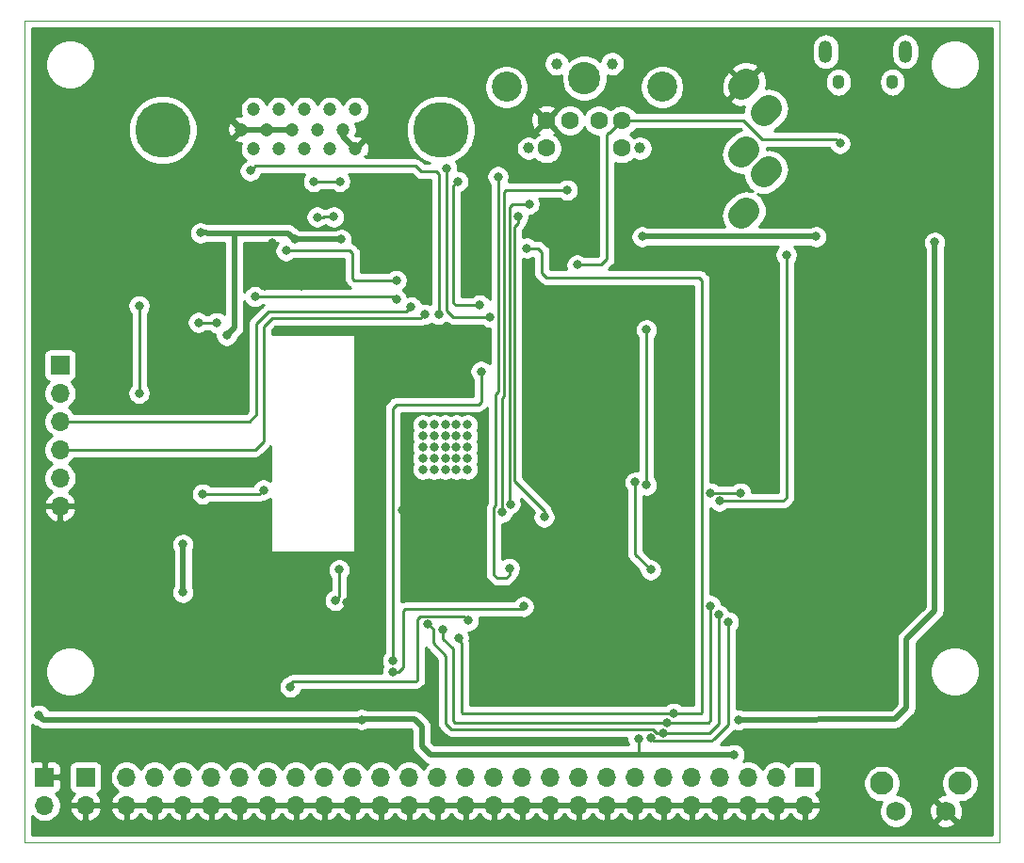
<source format=gbr>
G04 #@! TF.GenerationSoftware,KiCad,Pcbnew,(5.1.5)-3*
G04 #@! TF.CreationDate,2020-08-02T12:31:38+12:00*
G04 #@! TF.ProjectId,PocketTRS,506f636b-6574-4545-9253-2e6b69636164,rev?*
G04 #@! TF.SameCoordinates,Original*
G04 #@! TF.FileFunction,Copper,L2,Bot*
G04 #@! TF.FilePolarity,Positive*
%FSLAX46Y46*%
G04 Gerber Fmt 4.6, Leading zero omitted, Abs format (unit mm)*
G04 Created by KiCad (PCBNEW (5.1.5)-3) date 2020-08-02 12:31:38*
%MOMM*%
%LPD*%
G04 APERTURE LIST*
%ADD10C,0.050000*%
%ADD11C,1.198880*%
%ADD12C,5.001260*%
%ADD13O,1.100000X1.300000*%
%ADD14O,1.200000X2.000000*%
%ADD15C,0.800000*%
%ADD16O,1.700000X1.700000*%
%ADD17R,1.700000X1.700000*%
%ADD18C,2.100000*%
%ADD19C,1.750000*%
%ADD20C,2.400000*%
%ADD21C,1.000000*%
%ADD22C,2.900000*%
%ADD23C,2.700000*%
%ADD24C,1.600000*%
%ADD25C,0.250000*%
%ADD26C,0.500000*%
%ADD27C,0.254000*%
G04 APERTURE END LIST*
D10*
X252730000Y-64770000D02*
X252730000Y-61976000D01*
X165100000Y-61976000D02*
X165100000Y-64770000D01*
X252730000Y-135890000D02*
X165100000Y-135890000D01*
X252730000Y-64770000D02*
X252730000Y-135890000D01*
X165100000Y-135890000D02*
X165100000Y-64770000D01*
X165100000Y-61976000D02*
X252730000Y-61976000D01*
D11*
X194843400Y-69976400D03*
X192552320Y-69976400D03*
X190261240Y-69976400D03*
X187972700Y-69976400D03*
X185681620Y-69976400D03*
X193700400Y-71767700D03*
D12*
X202486260Y-71813420D03*
D11*
X184536080Y-71767700D03*
X186829700Y-71767700D03*
X189128400Y-71767700D03*
X191427100Y-71767700D03*
X194840860Y-73532400D03*
X192552320Y-73532400D03*
X185681620Y-73532400D03*
X187972700Y-73532400D03*
X190258700Y-73532400D03*
D12*
X177497740Y-71813420D03*
D13*
X238240000Y-67520000D03*
X243090000Y-67520000D03*
D14*
X237090000Y-64770000D03*
X244240000Y-64770000D03*
D15*
X200892000Y-98349000D03*
X201892000Y-98349000D03*
X202892000Y-98349000D03*
X203892000Y-98349000D03*
X204892000Y-98349000D03*
X200892000Y-100349000D03*
X201892000Y-100349000D03*
X202892000Y-100349000D03*
X203892000Y-100349000D03*
X204892000Y-100349000D03*
X204892000Y-99349000D03*
X203892000Y-99349000D03*
X202892000Y-99349000D03*
X201892000Y-99349000D03*
X200892000Y-99349000D03*
X200892000Y-101349000D03*
X201892000Y-101349000D03*
X202892000Y-101349000D03*
X203892000Y-101349000D03*
X204892000Y-101349000D03*
X204892000Y-102349000D03*
X203892000Y-102349000D03*
X202892000Y-102349000D03*
X201892000Y-102349000D03*
X200892000Y-102349000D03*
D16*
X174244000Y-132588000D03*
X174244000Y-130048000D03*
X176784000Y-132588000D03*
X176784000Y-130048000D03*
X179324000Y-132588000D03*
X179324000Y-130048000D03*
X181864000Y-132588000D03*
X181864000Y-130048000D03*
X184404000Y-132588000D03*
X184404000Y-130048000D03*
X186944000Y-132588000D03*
X186944000Y-130048000D03*
X189484000Y-132588000D03*
X189484000Y-130048000D03*
X192024000Y-132588000D03*
X192024000Y-130048000D03*
X194564000Y-132588000D03*
X194564000Y-130048000D03*
X197104000Y-132588000D03*
X197104000Y-130048000D03*
X199644000Y-132588000D03*
X199644000Y-130048000D03*
X202184000Y-132588000D03*
X202184000Y-130048000D03*
X204724000Y-132588000D03*
X204724000Y-130048000D03*
X207264000Y-132588000D03*
X207264000Y-130048000D03*
X209804000Y-132588000D03*
X209804000Y-130048000D03*
X212344000Y-132588000D03*
X212344000Y-130048000D03*
X214884000Y-132588000D03*
X214884000Y-130048000D03*
X217424000Y-132588000D03*
X217424000Y-130048000D03*
X219964000Y-132588000D03*
X219964000Y-130048000D03*
X222504000Y-132588000D03*
X222504000Y-130048000D03*
X225044000Y-132588000D03*
X225044000Y-130048000D03*
X227584000Y-132588000D03*
X227584000Y-130048000D03*
X230124000Y-132588000D03*
X230124000Y-130048000D03*
X232664000Y-132588000D03*
X232664000Y-130048000D03*
X235204000Y-132588000D03*
D17*
X235204000Y-130048000D03*
D16*
X168275000Y-105664000D03*
X168275000Y-103124000D03*
X168275000Y-100584000D03*
X168275000Y-98044000D03*
X168275000Y-95504000D03*
D17*
X168275000Y-92964000D03*
D16*
X170561000Y-132588000D03*
D17*
X170561000Y-130048000D03*
X166878000Y-130048000D03*
D16*
X166878000Y-132588000D03*
D18*
X249154000Y-130606000D03*
D19*
X247904000Y-133096000D03*
X243404000Y-133096000D03*
D18*
X242144000Y-130606000D03*
D20*
X229530868Y-67903132D02*
X229955132Y-67478868D01*
X231530868Y-70303132D02*
X231955132Y-69878868D01*
X231530868Y-75803132D02*
X231955132Y-75378868D01*
X229530868Y-79503132D02*
X229955132Y-79078868D01*
X229530868Y-74003132D02*
X229955132Y-73578868D01*
D21*
X212892000Y-65857000D03*
X217892000Y-65857000D03*
D22*
X215392000Y-67157000D03*
D23*
X208392000Y-67957000D03*
X222392000Y-67957000D03*
D21*
X210392000Y-73457000D03*
X220392000Y-73457000D03*
D24*
X214092000Y-70957000D03*
X216692000Y-70957000D03*
X211992000Y-70957000D03*
X218792000Y-70957000D03*
X211992000Y-73457000D03*
X218792000Y-73457000D03*
D15*
X220980000Y-89789000D03*
X220980000Y-103759000D03*
X244729000Y-86868000D03*
X246888000Y-72390000D03*
X242965000Y-72404000D03*
X236220000Y-82804000D03*
X223774000Y-82804000D03*
X232537000Y-94361000D03*
X176530000Y-79121000D03*
X222777000Y-113696700D03*
X194000000Y-114330600D03*
X191401700Y-114338100D03*
X198374000Y-128016000D03*
X231394000Y-128143000D03*
X213779100Y-111785400D03*
X186715400Y-85902800D03*
X189966000Y-85902200D03*
X186944000Y-76327000D03*
X195982000Y-111739000D03*
X220853000Y-121031000D03*
X239369600Y-70383400D03*
X204089000Y-113411000D03*
X226822000Y-72390000D03*
X200088500Y-81407000D03*
X199009000Y-106045000D03*
X187325000Y-81978500D03*
X238379000Y-73025000D03*
X214757000Y-83947000D03*
X228854000Y-128016000D03*
X195375000Y-124867000D03*
X220252000Y-126588074D03*
X229235000Y-124879000D03*
X246888000Y-81915000D03*
X166370000Y-124460000D03*
X236220000Y-81407000D03*
X220599000Y-81407000D03*
X180895000Y-81073000D03*
X179324000Y-109093000D03*
X179324000Y-113411000D03*
X183261000Y-90297000D03*
X189357000Y-81661000D03*
X193548000Y-81661000D03*
X213868000Y-77216000D03*
X207995195Y-106224089D03*
X210439000Y-78486000D03*
X208741324Y-105477961D03*
X208661000Y-111252000D03*
X207645000Y-76009500D03*
X206889000Y-88646000D03*
X203009500Y-75247500D03*
X201041000Y-88392000D03*
X199809100Y-87744300D03*
X219964000Y-103505000D03*
X221361000Y-111379000D03*
X180705000Y-89138000D03*
X182335000Y-89154000D03*
X193357500Y-111379000D03*
X193019116Y-114136000D03*
X181085500Y-104568000D03*
X186563000Y-104203500D03*
X226721500Y-104477971D03*
X229445971Y-104477971D03*
X188976000Y-121920000D03*
X204978000Y-115951000D03*
X223427000Y-124299000D03*
X210232000Y-82439500D03*
X204089000Y-117500980D03*
X198501000Y-85344000D03*
X188595000Y-82677000D03*
X185801000Y-86804500D03*
X198501000Y-87058500D03*
X185378931Y-75487667D03*
X202311000Y-88392000D03*
X227537029Y-105202971D03*
X233553000Y-83058000D03*
X198183500Y-119570500D03*
X206121000Y-93535500D03*
X228346000Y-116078000D03*
X221364840Y-126526260D03*
X222864178Y-125125580D03*
X226752990Y-114623010D03*
X202692000Y-116750000D03*
X222477272Y-126047701D03*
X227477990Y-115443000D03*
X201361368Y-116265033D03*
X211788500Y-106632500D03*
X191389000Y-79655002D03*
X192876000Y-79629000D03*
X209423000Y-79629000D03*
X198183500Y-120586500D03*
X209931000Y-114681000D03*
X175387000Y-87630000D03*
X175387000Y-95504000D03*
X205994000Y-87566500D03*
X193421000Y-76454000D03*
X191071500Y-76454000D03*
X204025500Y-76454000D03*
D25*
X220980000Y-103759000D02*
X220980000Y-89789000D01*
X220980000Y-104013000D02*
X220980000Y-103759000D01*
D26*
X184536080Y-71767700D02*
X186829700Y-71767700D01*
X186829700Y-71767700D02*
X189128400Y-71767700D01*
X193700400Y-72391940D02*
X194840860Y-73532400D01*
X193700400Y-71767700D02*
X193700400Y-72391940D01*
D25*
X218792000Y-70957000D02*
X229580000Y-70957000D01*
X229580000Y-70957000D02*
X229707000Y-70957000D01*
X229707000Y-70957000D02*
X231394000Y-72644000D01*
X231394000Y-72644000D02*
X237998000Y-72644000D01*
X237998000Y-72644000D02*
X238379000Y-73025000D01*
X217666999Y-72082001D02*
X218792000Y-70957000D01*
X216916000Y-83947000D02*
X217424000Y-83439000D01*
X217424000Y-72263000D02*
X217604999Y-72082001D01*
X214757000Y-83947000D02*
X216916000Y-83947000D01*
X217424000Y-83439000D02*
X217424000Y-72263000D01*
X217604999Y-72082001D02*
X217666999Y-72082001D01*
D26*
X195401000Y-124841000D02*
X195375000Y-124867000D01*
X200152000Y-124841000D02*
X195401000Y-124841000D01*
X200787000Y-125476000D02*
X200152000Y-124841000D01*
X201549000Y-128016000D02*
X200787000Y-127254000D01*
X200787000Y-127254000D02*
X200787000Y-125476000D01*
X195375000Y-124867000D02*
X168682000Y-124867000D01*
D25*
X220252000Y-127982000D02*
X220252000Y-126588074D01*
X220218000Y-128016000D02*
X220252000Y-127982000D01*
D26*
X220218000Y-128016000D02*
X201549000Y-128016000D01*
X228854000Y-128016000D02*
X220218000Y-128016000D01*
X168682000Y-124867000D02*
X166777000Y-124867000D01*
X166777000Y-124867000D02*
X166370000Y-124460000D01*
X244348000Y-123825000D02*
X243332000Y-124841000D01*
X243332000Y-124841000D02*
X229235000Y-124879000D01*
X244348000Y-117602000D02*
X244348000Y-123825000D01*
X246888000Y-115062000D02*
X244348000Y-117602000D01*
X246888000Y-81915000D02*
X246888000Y-115062000D01*
X236220000Y-81407000D02*
X220599000Y-81407000D01*
X179324000Y-109093000D02*
X179324000Y-113411000D01*
X183959500Y-89598500D02*
X183959500Y-81089500D01*
X183261000Y-90297000D02*
X183959500Y-89598500D01*
X181477185Y-81089500D02*
X183959500Y-81089500D01*
X181460685Y-81073000D02*
X181477185Y-81089500D01*
X180895000Y-81073000D02*
X181460685Y-81073000D01*
X188785500Y-81089500D02*
X189293500Y-81597500D01*
X183959500Y-81089500D02*
X188785500Y-81089500D01*
X189293500Y-81597500D02*
X189357000Y-81661000D01*
X189357000Y-81661000D02*
X193548000Y-81661000D01*
D25*
X208661000Y-77216000D02*
X213868000Y-77216000D01*
X207995195Y-95915805D02*
X208153000Y-95758000D01*
X208343500Y-77216000D02*
X208661000Y-77216000D01*
X207995195Y-106224089D02*
X207995195Y-95915805D01*
X208153000Y-95758000D02*
X208153000Y-77406500D01*
X208153000Y-77406500D02*
X208343500Y-77216000D01*
X208915000Y-78486000D02*
X208661000Y-78740000D01*
X208661000Y-105473500D02*
X208661000Y-105477961D01*
X208661000Y-78740000D02*
X208661000Y-105473500D01*
X210439000Y-78486000D02*
X208915000Y-78486000D01*
X207639490Y-77410600D02*
X207639490Y-77920010D01*
X207645000Y-77405090D02*
X207639490Y-77410600D01*
X207645000Y-76009500D02*
X207645000Y-77405090D01*
X207639490Y-84518500D02*
X207639490Y-77920010D01*
X207639490Y-77920010D02*
X207639490Y-77718490D01*
X208661000Y-111817685D02*
X208661000Y-111252000D01*
X208337685Y-112141000D02*
X208661000Y-111817685D01*
X207581500Y-112141000D02*
X208337685Y-112141000D01*
X207264000Y-111823500D02*
X207581500Y-112141000D01*
X207645000Y-95377000D02*
X207454500Y-95567500D01*
X207454500Y-95567500D02*
X207454500Y-105600500D01*
X207645000Y-84518500D02*
X207645000Y-95377000D01*
X207454500Y-105600500D02*
X207264000Y-105791000D01*
X207264000Y-105791000D02*
X207264000Y-111823500D01*
X203581000Y-88646000D02*
X206889000Y-88646000D01*
X203009500Y-88074500D02*
X203581000Y-88646000D01*
X203009500Y-75247500D02*
X203009500Y-75247500D01*
X203009500Y-75247500D02*
X203009500Y-88074500D01*
X186563000Y-89535000D02*
X187325000Y-88773000D01*
X187325000Y-88773000D02*
X192024000Y-88773000D01*
X192024000Y-88773000D02*
X200660000Y-88773000D01*
X200660000Y-88773000D02*
X201041000Y-88392000D01*
X185801000Y-100584000D02*
X186563000Y-99822000D01*
X168275000Y-100584000D02*
X185801000Y-100584000D01*
X186563000Y-99822000D02*
X186563000Y-89535000D01*
X199409101Y-88144299D02*
X187039301Y-88144299D01*
X199809100Y-87744300D02*
X199409101Y-88144299D01*
X187039301Y-88144299D02*
X185940700Y-89242900D01*
X168275000Y-98044000D02*
X185293000Y-98044000D01*
X185293000Y-98044000D02*
X185928000Y-97409000D01*
X185940700Y-89242900D02*
X185928000Y-97409000D01*
X219964000Y-103505000D02*
X219964000Y-104070685D01*
X219964000Y-104070685D02*
X219964000Y-109982000D01*
X219964000Y-109982000D02*
X221361000Y-111379000D01*
X181270685Y-89138000D02*
X181286685Y-89154000D01*
X180705000Y-89138000D02*
X181270685Y-89138000D01*
X181286685Y-89154000D02*
X182335000Y-89154000D01*
X193357500Y-111379000D02*
X193357500Y-111944685D01*
X193357500Y-111944685D02*
X193357500Y-113797616D01*
X193357500Y-113797616D02*
X193019116Y-114136000D01*
X181085500Y-104568000D02*
X186198500Y-104568000D01*
X186198500Y-104568000D02*
X186563000Y-104203500D01*
X226721500Y-104477971D02*
X229445971Y-104477971D01*
X188976000Y-121920000D02*
X188976000Y-121666000D01*
X188976000Y-121666000D02*
X189230000Y-121412000D01*
X189230000Y-121412000D02*
X200279000Y-121412000D01*
X200279000Y-121412000D02*
X200406000Y-121285000D01*
X200406000Y-121285000D02*
X200406000Y-115824000D01*
X200406000Y-115824000D02*
X200660000Y-115570000D01*
X201013367Y-115540032D02*
X204567032Y-115540032D01*
X200660000Y-115570000D02*
X200983399Y-115570000D01*
X200983399Y-115570000D02*
X201013367Y-115540032D01*
X204567032Y-115540032D02*
X204978000Y-115951000D01*
X223427000Y-124299000D02*
X225903500Y-124299000D01*
X225903500Y-124299000D02*
X225996500Y-124206000D01*
X225996500Y-124206000D02*
X225996500Y-114427000D01*
X225996500Y-114427000D02*
X225996500Y-85344000D01*
X225996500Y-85344000D02*
X225742500Y-85090000D01*
X210232000Y-82439500D02*
X211217500Y-82439500D01*
X211217500Y-82439500D02*
X211582000Y-82804000D01*
X211582000Y-82804000D02*
X211582000Y-84709000D01*
X225742500Y-85090000D02*
X211963000Y-85090000D01*
X211582000Y-84709000D02*
X211963000Y-85090000D01*
X223427000Y-124299000D02*
X204436000Y-124299000D01*
X204436000Y-124299000D02*
X204343000Y-124206000D01*
X204343000Y-124206000D02*
X204343000Y-120777000D01*
X204343000Y-120777000D02*
X204343000Y-117983000D01*
X204343000Y-117983000D02*
X204089000Y-117729000D01*
X204089000Y-117729000D02*
X204089000Y-117500980D01*
X194564000Y-82931000D02*
X194564000Y-85217000D01*
X194691000Y-85344000D02*
X198501000Y-85344000D01*
X194564000Y-85217000D02*
X194691000Y-85344000D01*
X188595000Y-82677000D02*
X194310000Y-82677000D01*
X194310000Y-82677000D02*
X194564000Y-82931000D01*
X185801000Y-86804500D02*
X198247000Y-86804500D01*
X198247000Y-86804500D02*
X198501000Y-87058500D01*
X185293000Y-75628500D02*
X185864500Y-75057000D01*
X200215500Y-75057000D02*
X200723500Y-75565000D01*
X185864500Y-75057000D02*
X200215500Y-75057000D01*
X202311000Y-88392000D02*
X202311000Y-75755500D01*
X202120500Y-75565000D02*
X200723500Y-75565000D01*
X202311000Y-75755500D02*
X202120500Y-75565000D01*
X227537029Y-105202971D02*
X233252029Y-105202971D01*
X233252029Y-105202971D02*
X233553000Y-104902000D01*
X233553000Y-104902000D02*
X233553000Y-83058000D01*
X206121000Y-96012000D02*
X206121000Y-93535500D01*
X198183500Y-96837500D02*
X198501000Y-96520000D01*
X205867000Y-96520000D02*
X206121000Y-96266000D01*
X198183500Y-119570500D02*
X198183500Y-96837500D01*
X198501000Y-96520000D02*
X205867000Y-96520000D01*
X206121000Y-96266000D02*
X206121000Y-96012000D01*
X228346000Y-125349000D02*
X228346000Y-116078000D01*
X227076000Y-126619000D02*
X228346000Y-125349000D01*
X226795298Y-126772702D02*
X227076000Y-126619000D01*
X221364840Y-126526260D02*
X221611282Y-126772702D01*
X221611282Y-126772702D02*
X226795298Y-126772702D01*
X226752990Y-116147010D02*
X226752990Y-124910010D01*
X226537420Y-125125580D02*
X222864178Y-125125580D01*
X226752990Y-124910010D02*
X226537420Y-125125580D01*
X226752990Y-116147010D02*
X226752990Y-115258010D01*
X226752990Y-115258010D02*
X226752990Y-114623010D01*
X203798001Y-125185001D02*
X203581000Y-124968000D01*
X222864178Y-125125580D02*
X222298493Y-125125580D01*
X222298493Y-125125580D02*
X222239072Y-125185001D01*
X222239072Y-125185001D02*
X203798001Y-125185001D01*
X203581000Y-124968000D02*
X203581000Y-118491000D01*
X203581000Y-118491000D02*
X202692000Y-117602000D01*
X202692000Y-117602000D02*
X202692000Y-116750000D01*
X227477990Y-115443000D02*
X227477990Y-125201010D01*
X226631299Y-126047701D02*
X222477272Y-126047701D01*
X227477990Y-125201010D02*
X226631299Y-126047701D01*
X221593886Y-125730000D02*
X221911587Y-126047701D01*
X203454000Y-125730000D02*
X221593886Y-125730000D01*
X201803000Y-116713000D02*
X201803000Y-117983000D01*
X201361368Y-116271368D02*
X201803000Y-116713000D01*
X202946000Y-119126000D02*
X202946000Y-125222000D01*
X221911587Y-126047701D02*
X222477272Y-126047701D01*
X202946000Y-125222000D02*
X203454000Y-125730000D01*
X201361368Y-116265033D02*
X201361368Y-116271368D01*
X201803000Y-117983000D02*
X202946000Y-119126000D01*
X191954685Y-79655002D02*
X191980687Y-79629000D01*
X191389000Y-79655002D02*
X191954685Y-79655002D01*
X191980687Y-79629000D02*
X192876000Y-79629000D01*
X211788500Y-106066815D02*
X211788500Y-106632500D01*
X209111010Y-80506675D02*
X209111010Y-103389325D01*
X209423000Y-80194685D02*
X209111010Y-80506675D01*
X209111010Y-103389325D02*
X211788500Y-106066815D01*
X209423000Y-79629000D02*
X209423000Y-80194685D01*
X209677000Y-114935000D02*
X209931000Y-114681000D01*
X199136000Y-115062000D02*
X199263000Y-114935000D01*
X199136000Y-119507000D02*
X199136000Y-115062000D01*
X199263000Y-114935000D02*
X209677000Y-114935000D01*
X199136000Y-119507000D02*
X199136000Y-120142000D01*
X199136000Y-120142000D02*
X198691500Y-120586500D01*
X198691500Y-120586500D02*
X198183500Y-120586500D01*
X175387000Y-87630000D02*
X175387000Y-95504000D01*
X205994000Y-87566500D02*
X203835000Y-87566500D01*
X203835000Y-87566500D02*
X203644500Y-87376000D01*
X203644500Y-87376000D02*
X203644500Y-81153000D01*
X193421000Y-76454000D02*
X191071500Y-76454000D01*
X203644500Y-77089000D02*
X203644500Y-77025500D01*
X203644500Y-77089000D02*
X203644500Y-76835000D01*
X203644500Y-81153000D02*
X203644500Y-77089000D01*
X204025500Y-76454000D02*
X203644500Y-76835000D01*
D27*
G36*
X252070000Y-64737581D02*
G01*
X252070000Y-64737582D01*
X252070001Y-135230000D01*
X165760000Y-135230000D01*
X165760000Y-133570107D01*
X165931368Y-133741475D01*
X166174589Y-133903990D01*
X166444842Y-134015932D01*
X166731740Y-134073000D01*
X167024260Y-134073000D01*
X167311158Y-134015932D01*
X167581411Y-133903990D01*
X167824632Y-133741475D01*
X168031475Y-133534632D01*
X168193990Y-133291411D01*
X168305932Y-133021158D01*
X168321102Y-132944890D01*
X169119524Y-132944890D01*
X169164175Y-133092099D01*
X169289359Y-133354920D01*
X169463412Y-133588269D01*
X169679645Y-133783178D01*
X169929748Y-133932157D01*
X170204109Y-134029481D01*
X170434000Y-133908814D01*
X170434000Y-132715000D01*
X170688000Y-132715000D01*
X170688000Y-133908814D01*
X170917891Y-134029481D01*
X171192252Y-133932157D01*
X171442355Y-133783178D01*
X171658588Y-133588269D01*
X171832641Y-133354920D01*
X171957825Y-133092099D01*
X172002475Y-132944891D01*
X172802519Y-132944891D01*
X172899843Y-133219252D01*
X173048822Y-133469355D01*
X173243731Y-133685588D01*
X173477080Y-133859641D01*
X173739901Y-133984825D01*
X173887110Y-134029476D01*
X174117000Y-133908155D01*
X174117000Y-132715000D01*
X174371000Y-132715000D01*
X174371000Y-133908155D01*
X174600890Y-134029476D01*
X174748099Y-133984825D01*
X175010920Y-133859641D01*
X175244269Y-133685588D01*
X175439178Y-133469355D01*
X175514000Y-133343745D01*
X175588822Y-133469355D01*
X175783731Y-133685588D01*
X176017080Y-133859641D01*
X176279901Y-133984825D01*
X176427110Y-134029476D01*
X176657000Y-133908155D01*
X176657000Y-132715000D01*
X176911000Y-132715000D01*
X176911000Y-133908155D01*
X177140890Y-134029476D01*
X177288099Y-133984825D01*
X177550920Y-133859641D01*
X177784269Y-133685588D01*
X177979178Y-133469355D01*
X178054000Y-133343745D01*
X178128822Y-133469355D01*
X178323731Y-133685588D01*
X178557080Y-133859641D01*
X178819901Y-133984825D01*
X178967110Y-134029476D01*
X179197000Y-133908155D01*
X179197000Y-132715000D01*
X179451000Y-132715000D01*
X179451000Y-133908155D01*
X179680890Y-134029476D01*
X179828099Y-133984825D01*
X180090920Y-133859641D01*
X180324269Y-133685588D01*
X180519178Y-133469355D01*
X180594000Y-133343745D01*
X180668822Y-133469355D01*
X180863731Y-133685588D01*
X181097080Y-133859641D01*
X181359901Y-133984825D01*
X181507110Y-134029476D01*
X181737000Y-133908155D01*
X181737000Y-132715000D01*
X181991000Y-132715000D01*
X181991000Y-133908155D01*
X182220890Y-134029476D01*
X182368099Y-133984825D01*
X182630920Y-133859641D01*
X182864269Y-133685588D01*
X183059178Y-133469355D01*
X183134000Y-133343745D01*
X183208822Y-133469355D01*
X183403731Y-133685588D01*
X183637080Y-133859641D01*
X183899901Y-133984825D01*
X184047110Y-134029476D01*
X184277000Y-133908155D01*
X184277000Y-132715000D01*
X184531000Y-132715000D01*
X184531000Y-133908155D01*
X184760890Y-134029476D01*
X184908099Y-133984825D01*
X185170920Y-133859641D01*
X185404269Y-133685588D01*
X185599178Y-133469355D01*
X185674000Y-133343745D01*
X185748822Y-133469355D01*
X185943731Y-133685588D01*
X186177080Y-133859641D01*
X186439901Y-133984825D01*
X186587110Y-134029476D01*
X186817000Y-133908155D01*
X186817000Y-132715000D01*
X187071000Y-132715000D01*
X187071000Y-133908155D01*
X187300890Y-134029476D01*
X187448099Y-133984825D01*
X187710920Y-133859641D01*
X187944269Y-133685588D01*
X188139178Y-133469355D01*
X188214000Y-133343745D01*
X188288822Y-133469355D01*
X188483731Y-133685588D01*
X188717080Y-133859641D01*
X188979901Y-133984825D01*
X189127110Y-134029476D01*
X189357000Y-133908155D01*
X189357000Y-132715000D01*
X189611000Y-132715000D01*
X189611000Y-133908155D01*
X189840890Y-134029476D01*
X189988099Y-133984825D01*
X190250920Y-133859641D01*
X190484269Y-133685588D01*
X190679178Y-133469355D01*
X190754000Y-133343745D01*
X190828822Y-133469355D01*
X191023731Y-133685588D01*
X191257080Y-133859641D01*
X191519901Y-133984825D01*
X191667110Y-134029476D01*
X191897000Y-133908155D01*
X191897000Y-132715000D01*
X192151000Y-132715000D01*
X192151000Y-133908155D01*
X192380890Y-134029476D01*
X192528099Y-133984825D01*
X192790920Y-133859641D01*
X193024269Y-133685588D01*
X193219178Y-133469355D01*
X193294000Y-133343745D01*
X193368822Y-133469355D01*
X193563731Y-133685588D01*
X193797080Y-133859641D01*
X194059901Y-133984825D01*
X194207110Y-134029476D01*
X194437000Y-133908155D01*
X194437000Y-132715000D01*
X194691000Y-132715000D01*
X194691000Y-133908155D01*
X194920890Y-134029476D01*
X195068099Y-133984825D01*
X195330920Y-133859641D01*
X195564269Y-133685588D01*
X195759178Y-133469355D01*
X195834000Y-133343745D01*
X195908822Y-133469355D01*
X196103731Y-133685588D01*
X196337080Y-133859641D01*
X196599901Y-133984825D01*
X196747110Y-134029476D01*
X196977000Y-133908155D01*
X196977000Y-132715000D01*
X197231000Y-132715000D01*
X197231000Y-133908155D01*
X197460890Y-134029476D01*
X197608099Y-133984825D01*
X197870920Y-133859641D01*
X198104269Y-133685588D01*
X198299178Y-133469355D01*
X198374000Y-133343745D01*
X198448822Y-133469355D01*
X198643731Y-133685588D01*
X198877080Y-133859641D01*
X199139901Y-133984825D01*
X199287110Y-134029476D01*
X199517000Y-133908155D01*
X199517000Y-132715000D01*
X199771000Y-132715000D01*
X199771000Y-133908155D01*
X200000890Y-134029476D01*
X200148099Y-133984825D01*
X200410920Y-133859641D01*
X200644269Y-133685588D01*
X200839178Y-133469355D01*
X200914000Y-133343745D01*
X200988822Y-133469355D01*
X201183731Y-133685588D01*
X201417080Y-133859641D01*
X201679901Y-133984825D01*
X201827110Y-134029476D01*
X202057000Y-133908155D01*
X202057000Y-132715000D01*
X202311000Y-132715000D01*
X202311000Y-133908155D01*
X202540890Y-134029476D01*
X202688099Y-133984825D01*
X202950920Y-133859641D01*
X203184269Y-133685588D01*
X203379178Y-133469355D01*
X203454000Y-133343745D01*
X203528822Y-133469355D01*
X203723731Y-133685588D01*
X203957080Y-133859641D01*
X204219901Y-133984825D01*
X204367110Y-134029476D01*
X204597000Y-133908155D01*
X204597000Y-132715000D01*
X204851000Y-132715000D01*
X204851000Y-133908155D01*
X205080890Y-134029476D01*
X205228099Y-133984825D01*
X205490920Y-133859641D01*
X205724269Y-133685588D01*
X205919178Y-133469355D01*
X205994000Y-133343745D01*
X206068822Y-133469355D01*
X206263731Y-133685588D01*
X206497080Y-133859641D01*
X206759901Y-133984825D01*
X206907110Y-134029476D01*
X207137000Y-133908155D01*
X207137000Y-132715000D01*
X207391000Y-132715000D01*
X207391000Y-133908155D01*
X207620890Y-134029476D01*
X207768099Y-133984825D01*
X208030920Y-133859641D01*
X208264269Y-133685588D01*
X208459178Y-133469355D01*
X208534000Y-133343745D01*
X208608822Y-133469355D01*
X208803731Y-133685588D01*
X209037080Y-133859641D01*
X209299901Y-133984825D01*
X209447110Y-134029476D01*
X209677000Y-133908155D01*
X209677000Y-132715000D01*
X209931000Y-132715000D01*
X209931000Y-133908155D01*
X210160890Y-134029476D01*
X210308099Y-133984825D01*
X210570920Y-133859641D01*
X210804269Y-133685588D01*
X210999178Y-133469355D01*
X211074000Y-133343745D01*
X211148822Y-133469355D01*
X211343731Y-133685588D01*
X211577080Y-133859641D01*
X211839901Y-133984825D01*
X211987110Y-134029476D01*
X212217000Y-133908155D01*
X212217000Y-132715000D01*
X212471000Y-132715000D01*
X212471000Y-133908155D01*
X212700890Y-134029476D01*
X212848099Y-133984825D01*
X213110920Y-133859641D01*
X213344269Y-133685588D01*
X213539178Y-133469355D01*
X213614000Y-133343745D01*
X213688822Y-133469355D01*
X213883731Y-133685588D01*
X214117080Y-133859641D01*
X214379901Y-133984825D01*
X214527110Y-134029476D01*
X214757000Y-133908155D01*
X214757000Y-132715000D01*
X215011000Y-132715000D01*
X215011000Y-133908155D01*
X215240890Y-134029476D01*
X215388099Y-133984825D01*
X215650920Y-133859641D01*
X215884269Y-133685588D01*
X216079178Y-133469355D01*
X216154000Y-133343745D01*
X216228822Y-133469355D01*
X216423731Y-133685588D01*
X216657080Y-133859641D01*
X216919901Y-133984825D01*
X217067110Y-134029476D01*
X217297000Y-133908155D01*
X217297000Y-132715000D01*
X217551000Y-132715000D01*
X217551000Y-133908155D01*
X217780890Y-134029476D01*
X217928099Y-133984825D01*
X218190920Y-133859641D01*
X218424269Y-133685588D01*
X218619178Y-133469355D01*
X218694000Y-133343745D01*
X218768822Y-133469355D01*
X218963731Y-133685588D01*
X219197080Y-133859641D01*
X219459901Y-133984825D01*
X219607110Y-134029476D01*
X219837000Y-133908155D01*
X219837000Y-132715000D01*
X220091000Y-132715000D01*
X220091000Y-133908155D01*
X220320890Y-134029476D01*
X220468099Y-133984825D01*
X220730920Y-133859641D01*
X220964269Y-133685588D01*
X221159178Y-133469355D01*
X221234000Y-133343745D01*
X221308822Y-133469355D01*
X221503731Y-133685588D01*
X221737080Y-133859641D01*
X221999901Y-133984825D01*
X222147110Y-134029476D01*
X222377000Y-133908155D01*
X222377000Y-132715000D01*
X222631000Y-132715000D01*
X222631000Y-133908155D01*
X222860890Y-134029476D01*
X223008099Y-133984825D01*
X223270920Y-133859641D01*
X223504269Y-133685588D01*
X223699178Y-133469355D01*
X223774000Y-133343745D01*
X223848822Y-133469355D01*
X224043731Y-133685588D01*
X224277080Y-133859641D01*
X224539901Y-133984825D01*
X224687110Y-134029476D01*
X224917000Y-133908155D01*
X224917000Y-132715000D01*
X225171000Y-132715000D01*
X225171000Y-133908155D01*
X225400890Y-134029476D01*
X225548099Y-133984825D01*
X225810920Y-133859641D01*
X226044269Y-133685588D01*
X226239178Y-133469355D01*
X226314000Y-133343745D01*
X226388822Y-133469355D01*
X226583731Y-133685588D01*
X226817080Y-133859641D01*
X227079901Y-133984825D01*
X227227110Y-134029476D01*
X227457000Y-133908155D01*
X227457000Y-132715000D01*
X227711000Y-132715000D01*
X227711000Y-133908155D01*
X227940890Y-134029476D01*
X228088099Y-133984825D01*
X228350920Y-133859641D01*
X228584269Y-133685588D01*
X228779178Y-133469355D01*
X228854000Y-133343745D01*
X228928822Y-133469355D01*
X229123731Y-133685588D01*
X229357080Y-133859641D01*
X229619901Y-133984825D01*
X229767110Y-134029476D01*
X229997000Y-133908155D01*
X229997000Y-132715000D01*
X230251000Y-132715000D01*
X230251000Y-133908155D01*
X230480890Y-134029476D01*
X230628099Y-133984825D01*
X230890920Y-133859641D01*
X231124269Y-133685588D01*
X231319178Y-133469355D01*
X231394000Y-133343745D01*
X231468822Y-133469355D01*
X231663731Y-133685588D01*
X231897080Y-133859641D01*
X232159901Y-133984825D01*
X232307110Y-134029476D01*
X232537000Y-133908155D01*
X232537000Y-132715000D01*
X232791000Y-132715000D01*
X232791000Y-133908155D01*
X233020890Y-134029476D01*
X233168099Y-133984825D01*
X233430920Y-133859641D01*
X233664269Y-133685588D01*
X233859178Y-133469355D01*
X233934000Y-133343745D01*
X234008822Y-133469355D01*
X234203731Y-133685588D01*
X234437080Y-133859641D01*
X234699901Y-133984825D01*
X234847110Y-134029476D01*
X235077000Y-133908155D01*
X235077000Y-132715000D01*
X235331000Y-132715000D01*
X235331000Y-133908155D01*
X235560890Y-134029476D01*
X235708099Y-133984825D01*
X235970920Y-133859641D01*
X236204269Y-133685588D01*
X236399178Y-133469355D01*
X236548157Y-133219252D01*
X236645481Y-132944891D01*
X236524814Y-132715000D01*
X235331000Y-132715000D01*
X235077000Y-132715000D01*
X232791000Y-132715000D01*
X232537000Y-132715000D01*
X230251000Y-132715000D01*
X229997000Y-132715000D01*
X227711000Y-132715000D01*
X227457000Y-132715000D01*
X225171000Y-132715000D01*
X224917000Y-132715000D01*
X222631000Y-132715000D01*
X222377000Y-132715000D01*
X220091000Y-132715000D01*
X219837000Y-132715000D01*
X217551000Y-132715000D01*
X217297000Y-132715000D01*
X215011000Y-132715000D01*
X214757000Y-132715000D01*
X212471000Y-132715000D01*
X212217000Y-132715000D01*
X209931000Y-132715000D01*
X209677000Y-132715000D01*
X207391000Y-132715000D01*
X207137000Y-132715000D01*
X204851000Y-132715000D01*
X204597000Y-132715000D01*
X202311000Y-132715000D01*
X202057000Y-132715000D01*
X199771000Y-132715000D01*
X199517000Y-132715000D01*
X197231000Y-132715000D01*
X196977000Y-132715000D01*
X194691000Y-132715000D01*
X194437000Y-132715000D01*
X192151000Y-132715000D01*
X191897000Y-132715000D01*
X189611000Y-132715000D01*
X189357000Y-132715000D01*
X187071000Y-132715000D01*
X186817000Y-132715000D01*
X184531000Y-132715000D01*
X184277000Y-132715000D01*
X181991000Y-132715000D01*
X181737000Y-132715000D01*
X179451000Y-132715000D01*
X179197000Y-132715000D01*
X176911000Y-132715000D01*
X176657000Y-132715000D01*
X174371000Y-132715000D01*
X174117000Y-132715000D01*
X172923186Y-132715000D01*
X172802519Y-132944891D01*
X172002475Y-132944891D01*
X172002476Y-132944890D01*
X171881155Y-132715000D01*
X170688000Y-132715000D01*
X170434000Y-132715000D01*
X169240845Y-132715000D01*
X169119524Y-132944890D01*
X168321102Y-132944890D01*
X168363000Y-132734260D01*
X168363000Y-132441740D01*
X168305932Y-132154842D01*
X168193990Y-131884589D01*
X168031475Y-131641368D01*
X167899620Y-131509513D01*
X167972180Y-131487502D01*
X168082494Y-131428537D01*
X168179185Y-131349185D01*
X168258537Y-131252494D01*
X168317502Y-131142180D01*
X168353812Y-131022482D01*
X168366072Y-130898000D01*
X168363000Y-130333750D01*
X168204250Y-130175000D01*
X167005000Y-130175000D01*
X167005000Y-130195000D01*
X166751000Y-130195000D01*
X166751000Y-130175000D01*
X166731000Y-130175000D01*
X166731000Y-129921000D01*
X166751000Y-129921000D01*
X166751000Y-128721750D01*
X167005000Y-128721750D01*
X167005000Y-129921000D01*
X168204250Y-129921000D01*
X168363000Y-129762250D01*
X168366072Y-129198000D01*
X169072928Y-129198000D01*
X169072928Y-130898000D01*
X169085188Y-131022482D01*
X169121498Y-131142180D01*
X169180463Y-131252494D01*
X169259815Y-131349185D01*
X169356506Y-131428537D01*
X169466820Y-131487502D01*
X169547466Y-131511966D01*
X169463412Y-131587731D01*
X169289359Y-131821080D01*
X169164175Y-132083901D01*
X169119524Y-132231110D01*
X169240845Y-132461000D01*
X170434000Y-132461000D01*
X170434000Y-132441000D01*
X170688000Y-132441000D01*
X170688000Y-132461000D01*
X171881155Y-132461000D01*
X172002476Y-132231110D01*
X171957825Y-132083901D01*
X171832641Y-131821080D01*
X171658588Y-131587731D01*
X171574534Y-131511966D01*
X171655180Y-131487502D01*
X171765494Y-131428537D01*
X171862185Y-131349185D01*
X171941537Y-131252494D01*
X172000502Y-131142180D01*
X172036812Y-131022482D01*
X172049072Y-130898000D01*
X172049072Y-129198000D01*
X172036812Y-129073518D01*
X172000502Y-128953820D01*
X171941537Y-128843506D01*
X171862185Y-128746815D01*
X171765494Y-128667463D01*
X171655180Y-128608498D01*
X171535482Y-128572188D01*
X171411000Y-128559928D01*
X169711000Y-128559928D01*
X169586518Y-128572188D01*
X169466820Y-128608498D01*
X169356506Y-128667463D01*
X169259815Y-128746815D01*
X169180463Y-128843506D01*
X169121498Y-128953820D01*
X169085188Y-129073518D01*
X169072928Y-129198000D01*
X168366072Y-129198000D01*
X168353812Y-129073518D01*
X168317502Y-128953820D01*
X168258537Y-128843506D01*
X168179185Y-128746815D01*
X168082494Y-128667463D01*
X167972180Y-128608498D01*
X167852482Y-128572188D01*
X167728000Y-128559928D01*
X167163750Y-128563000D01*
X167005000Y-128721750D01*
X166751000Y-128721750D01*
X166592250Y-128563000D01*
X166028000Y-128559928D01*
X165903518Y-128572188D01*
X165783820Y-128608498D01*
X165760000Y-128621230D01*
X165760000Y-125297195D01*
X165879744Y-125377205D01*
X166068102Y-125455226D01*
X166123995Y-125466344D01*
X166148183Y-125495817D01*
X166282941Y-125606411D01*
X166436687Y-125688589D01*
X166530354Y-125717003D01*
X166603509Y-125739195D01*
X166618306Y-125740652D01*
X166733523Y-125752000D01*
X166733531Y-125752000D01*
X166777000Y-125756281D01*
X166820469Y-125752000D01*
X194836546Y-125752000D01*
X194884744Y-125784205D01*
X195073102Y-125862226D01*
X195273061Y-125902000D01*
X195476939Y-125902000D01*
X195676898Y-125862226D01*
X195865256Y-125784205D01*
X195952366Y-125726000D01*
X199785422Y-125726000D01*
X199902001Y-125842579D01*
X199902000Y-127210531D01*
X199897719Y-127254000D01*
X199902000Y-127297469D01*
X199902000Y-127297476D01*
X199910835Y-127387183D01*
X199914805Y-127427490D01*
X199919651Y-127443465D01*
X199965411Y-127594312D01*
X200047589Y-127748058D01*
X200158183Y-127882817D01*
X200191956Y-127910534D01*
X200892470Y-128611049D01*
X200920183Y-128644817D01*
X200953951Y-128672530D01*
X200953953Y-128672532D01*
X200972248Y-128687546D01*
X201054941Y-128755411D01*
X201208687Y-128837589D01*
X201287017Y-128861351D01*
X201237368Y-128894525D01*
X201030525Y-129101368D01*
X200914000Y-129275760D01*
X200797475Y-129101368D01*
X200590632Y-128894525D01*
X200347411Y-128732010D01*
X200077158Y-128620068D01*
X199790260Y-128563000D01*
X199497740Y-128563000D01*
X199210842Y-128620068D01*
X198940589Y-128732010D01*
X198697368Y-128894525D01*
X198490525Y-129101368D01*
X198374000Y-129275760D01*
X198257475Y-129101368D01*
X198050632Y-128894525D01*
X197807411Y-128732010D01*
X197537158Y-128620068D01*
X197250260Y-128563000D01*
X196957740Y-128563000D01*
X196670842Y-128620068D01*
X196400589Y-128732010D01*
X196157368Y-128894525D01*
X195950525Y-129101368D01*
X195834000Y-129275760D01*
X195717475Y-129101368D01*
X195510632Y-128894525D01*
X195267411Y-128732010D01*
X194997158Y-128620068D01*
X194710260Y-128563000D01*
X194417740Y-128563000D01*
X194130842Y-128620068D01*
X193860589Y-128732010D01*
X193617368Y-128894525D01*
X193410525Y-129101368D01*
X193294000Y-129275760D01*
X193177475Y-129101368D01*
X192970632Y-128894525D01*
X192727411Y-128732010D01*
X192457158Y-128620068D01*
X192170260Y-128563000D01*
X191877740Y-128563000D01*
X191590842Y-128620068D01*
X191320589Y-128732010D01*
X191077368Y-128894525D01*
X190870525Y-129101368D01*
X190754000Y-129275760D01*
X190637475Y-129101368D01*
X190430632Y-128894525D01*
X190187411Y-128732010D01*
X189917158Y-128620068D01*
X189630260Y-128563000D01*
X189337740Y-128563000D01*
X189050842Y-128620068D01*
X188780589Y-128732010D01*
X188537368Y-128894525D01*
X188330525Y-129101368D01*
X188214000Y-129275760D01*
X188097475Y-129101368D01*
X187890632Y-128894525D01*
X187647411Y-128732010D01*
X187377158Y-128620068D01*
X187090260Y-128563000D01*
X186797740Y-128563000D01*
X186510842Y-128620068D01*
X186240589Y-128732010D01*
X185997368Y-128894525D01*
X185790525Y-129101368D01*
X185674000Y-129275760D01*
X185557475Y-129101368D01*
X185350632Y-128894525D01*
X185107411Y-128732010D01*
X184837158Y-128620068D01*
X184550260Y-128563000D01*
X184257740Y-128563000D01*
X183970842Y-128620068D01*
X183700589Y-128732010D01*
X183457368Y-128894525D01*
X183250525Y-129101368D01*
X183134000Y-129275760D01*
X183017475Y-129101368D01*
X182810632Y-128894525D01*
X182567411Y-128732010D01*
X182297158Y-128620068D01*
X182010260Y-128563000D01*
X181717740Y-128563000D01*
X181430842Y-128620068D01*
X181160589Y-128732010D01*
X180917368Y-128894525D01*
X180710525Y-129101368D01*
X180594000Y-129275760D01*
X180477475Y-129101368D01*
X180270632Y-128894525D01*
X180027411Y-128732010D01*
X179757158Y-128620068D01*
X179470260Y-128563000D01*
X179177740Y-128563000D01*
X178890842Y-128620068D01*
X178620589Y-128732010D01*
X178377368Y-128894525D01*
X178170525Y-129101368D01*
X178054000Y-129275760D01*
X177937475Y-129101368D01*
X177730632Y-128894525D01*
X177487411Y-128732010D01*
X177217158Y-128620068D01*
X176930260Y-128563000D01*
X176637740Y-128563000D01*
X176350842Y-128620068D01*
X176080589Y-128732010D01*
X175837368Y-128894525D01*
X175630525Y-129101368D01*
X175514000Y-129275760D01*
X175397475Y-129101368D01*
X175190632Y-128894525D01*
X174947411Y-128732010D01*
X174677158Y-128620068D01*
X174390260Y-128563000D01*
X174097740Y-128563000D01*
X173810842Y-128620068D01*
X173540589Y-128732010D01*
X173297368Y-128894525D01*
X173090525Y-129101368D01*
X172928010Y-129344589D01*
X172816068Y-129614842D01*
X172759000Y-129901740D01*
X172759000Y-130194260D01*
X172816068Y-130481158D01*
X172928010Y-130751411D01*
X173090525Y-130994632D01*
X173297368Y-131201475D01*
X173473406Y-131319100D01*
X173243731Y-131490412D01*
X173048822Y-131706645D01*
X172899843Y-131956748D01*
X172802519Y-132231109D01*
X172923186Y-132461000D01*
X174117000Y-132461000D01*
X174117000Y-132441000D01*
X174371000Y-132441000D01*
X174371000Y-132461000D01*
X176657000Y-132461000D01*
X176657000Y-132441000D01*
X176911000Y-132441000D01*
X176911000Y-132461000D01*
X179197000Y-132461000D01*
X179197000Y-132441000D01*
X179451000Y-132441000D01*
X179451000Y-132461000D01*
X181737000Y-132461000D01*
X181737000Y-132441000D01*
X181991000Y-132441000D01*
X181991000Y-132461000D01*
X184277000Y-132461000D01*
X184277000Y-132441000D01*
X184531000Y-132441000D01*
X184531000Y-132461000D01*
X186817000Y-132461000D01*
X186817000Y-132441000D01*
X187071000Y-132441000D01*
X187071000Y-132461000D01*
X189357000Y-132461000D01*
X189357000Y-132441000D01*
X189611000Y-132441000D01*
X189611000Y-132461000D01*
X191897000Y-132461000D01*
X191897000Y-132441000D01*
X192151000Y-132441000D01*
X192151000Y-132461000D01*
X194437000Y-132461000D01*
X194437000Y-132441000D01*
X194691000Y-132441000D01*
X194691000Y-132461000D01*
X196977000Y-132461000D01*
X196977000Y-132441000D01*
X197231000Y-132441000D01*
X197231000Y-132461000D01*
X199517000Y-132461000D01*
X199517000Y-132441000D01*
X199771000Y-132441000D01*
X199771000Y-132461000D01*
X202057000Y-132461000D01*
X202057000Y-132441000D01*
X202311000Y-132441000D01*
X202311000Y-132461000D01*
X204597000Y-132461000D01*
X204597000Y-132441000D01*
X204851000Y-132441000D01*
X204851000Y-132461000D01*
X207137000Y-132461000D01*
X207137000Y-132441000D01*
X207391000Y-132441000D01*
X207391000Y-132461000D01*
X209677000Y-132461000D01*
X209677000Y-132441000D01*
X209931000Y-132441000D01*
X209931000Y-132461000D01*
X212217000Y-132461000D01*
X212217000Y-132441000D01*
X212471000Y-132441000D01*
X212471000Y-132461000D01*
X214757000Y-132461000D01*
X214757000Y-132441000D01*
X215011000Y-132441000D01*
X215011000Y-132461000D01*
X217297000Y-132461000D01*
X217297000Y-132441000D01*
X217551000Y-132441000D01*
X217551000Y-132461000D01*
X219837000Y-132461000D01*
X219837000Y-132441000D01*
X220091000Y-132441000D01*
X220091000Y-132461000D01*
X222377000Y-132461000D01*
X222377000Y-132441000D01*
X222631000Y-132441000D01*
X222631000Y-132461000D01*
X224917000Y-132461000D01*
X224917000Y-132441000D01*
X225171000Y-132441000D01*
X225171000Y-132461000D01*
X227457000Y-132461000D01*
X227457000Y-132441000D01*
X227711000Y-132441000D01*
X227711000Y-132461000D01*
X229997000Y-132461000D01*
X229997000Y-132441000D01*
X230251000Y-132441000D01*
X230251000Y-132461000D01*
X232537000Y-132461000D01*
X232537000Y-132441000D01*
X232791000Y-132441000D01*
X232791000Y-132461000D01*
X235077000Y-132461000D01*
X235077000Y-132441000D01*
X235331000Y-132441000D01*
X235331000Y-132461000D01*
X236524814Y-132461000D01*
X236645481Y-132231109D01*
X236548157Y-131956748D01*
X236399178Y-131706645D01*
X236222374Y-131510498D01*
X236298180Y-131487502D01*
X236408494Y-131428537D01*
X236505185Y-131349185D01*
X236584537Y-131252494D01*
X236643502Y-131142180D01*
X236679812Y-131022482D01*
X236692072Y-130898000D01*
X236692072Y-130440042D01*
X240459000Y-130440042D01*
X240459000Y-130771958D01*
X240523754Y-131097496D01*
X240650772Y-131404147D01*
X240835175Y-131680125D01*
X241069875Y-131914825D01*
X241345853Y-132099228D01*
X241652504Y-132226246D01*
X241978042Y-132291000D01*
X242125823Y-132291000D01*
X242065856Y-132380747D01*
X241952029Y-132655549D01*
X241894000Y-132947278D01*
X241894000Y-133244722D01*
X241952029Y-133536451D01*
X242065856Y-133811253D01*
X242231107Y-134058569D01*
X242441431Y-134268893D01*
X242688747Y-134434144D01*
X242963549Y-134547971D01*
X243255278Y-134606000D01*
X243552722Y-134606000D01*
X243844451Y-134547971D01*
X244119253Y-134434144D01*
X244366569Y-134268893D01*
X244493222Y-134142240D01*
X247037365Y-134142240D01*
X247118025Y-134393868D01*
X247386329Y-134522267D01*
X247674526Y-134595855D01*
X247971543Y-134611804D01*
X248265963Y-134569501D01*
X248546474Y-134470572D01*
X248689975Y-134393868D01*
X248770635Y-134142240D01*
X247904000Y-133275605D01*
X247037365Y-134142240D01*
X244493222Y-134142240D01*
X244576893Y-134058569D01*
X244742144Y-133811253D01*
X244855971Y-133536451D01*
X244914000Y-133244722D01*
X244914000Y-133163543D01*
X246388196Y-133163543D01*
X246430499Y-133457963D01*
X246529428Y-133738474D01*
X246606132Y-133881975D01*
X246857760Y-133962635D01*
X247724395Y-133096000D01*
X246857760Y-132229365D01*
X246606132Y-132310025D01*
X246477733Y-132578329D01*
X246404145Y-132866526D01*
X246388196Y-133163543D01*
X244914000Y-133163543D01*
X244914000Y-132947278D01*
X244855971Y-132655549D01*
X244742144Y-132380747D01*
X244576893Y-132133431D01*
X244493222Y-132049760D01*
X247037365Y-132049760D01*
X247904000Y-132916395D01*
X247918143Y-132902253D01*
X248097748Y-133081858D01*
X248083605Y-133096000D01*
X248950240Y-133962635D01*
X249201868Y-133881975D01*
X249330267Y-133613671D01*
X249403855Y-133325474D01*
X249419804Y-133028457D01*
X249377501Y-132734037D01*
X249278572Y-132453526D01*
X249201868Y-132310025D01*
X249142517Y-132291000D01*
X249319958Y-132291000D01*
X249645496Y-132226246D01*
X249952147Y-132099228D01*
X250228125Y-131914825D01*
X250462825Y-131680125D01*
X250647228Y-131404147D01*
X250774246Y-131097496D01*
X250839000Y-130771958D01*
X250839000Y-130440042D01*
X250774246Y-130114504D01*
X250647228Y-129807853D01*
X250462825Y-129531875D01*
X250228125Y-129297175D01*
X249952147Y-129112772D01*
X249645496Y-128985754D01*
X249319958Y-128921000D01*
X248988042Y-128921000D01*
X248662504Y-128985754D01*
X248355853Y-129112772D01*
X248079875Y-129297175D01*
X247845175Y-129531875D01*
X247660772Y-129807853D01*
X247533754Y-130114504D01*
X247469000Y-130440042D01*
X247469000Y-130771958D01*
X247533754Y-131097496D01*
X247660772Y-131404147D01*
X247783490Y-131587806D01*
X247542037Y-131622499D01*
X247261526Y-131721428D01*
X247118025Y-131798132D01*
X247037365Y-132049760D01*
X244493222Y-132049760D01*
X244366569Y-131923107D01*
X244119253Y-131757856D01*
X243844451Y-131644029D01*
X243552722Y-131586000D01*
X243515717Y-131586000D01*
X243637228Y-131404147D01*
X243764246Y-131097496D01*
X243829000Y-130771958D01*
X243829000Y-130440042D01*
X243764246Y-130114504D01*
X243637228Y-129807853D01*
X243452825Y-129531875D01*
X243218125Y-129297175D01*
X242942147Y-129112772D01*
X242635496Y-128985754D01*
X242309958Y-128921000D01*
X241978042Y-128921000D01*
X241652504Y-128985754D01*
X241345853Y-129112772D01*
X241069875Y-129297175D01*
X240835175Y-129531875D01*
X240650772Y-129807853D01*
X240523754Y-130114504D01*
X240459000Y-130440042D01*
X236692072Y-130440042D01*
X236692072Y-129198000D01*
X236679812Y-129073518D01*
X236643502Y-128953820D01*
X236584537Y-128843506D01*
X236505185Y-128746815D01*
X236408494Y-128667463D01*
X236298180Y-128608498D01*
X236178482Y-128572188D01*
X236054000Y-128559928D01*
X234354000Y-128559928D01*
X234229518Y-128572188D01*
X234109820Y-128608498D01*
X233999506Y-128667463D01*
X233902815Y-128746815D01*
X233823463Y-128843506D01*
X233764498Y-128953820D01*
X233742487Y-129026380D01*
X233610632Y-128894525D01*
X233367411Y-128732010D01*
X233097158Y-128620068D01*
X232810260Y-128563000D01*
X232517740Y-128563000D01*
X232230842Y-128620068D01*
X231960589Y-128732010D01*
X231717368Y-128894525D01*
X231510525Y-129101368D01*
X231394000Y-129275760D01*
X231277475Y-129101368D01*
X231070632Y-128894525D01*
X230827411Y-128732010D01*
X230557158Y-128620068D01*
X230270260Y-128563000D01*
X229977740Y-128563000D01*
X229695820Y-128619078D01*
X229771205Y-128506256D01*
X229849226Y-128317898D01*
X229889000Y-128117939D01*
X229889000Y-127914061D01*
X229849226Y-127714102D01*
X229771205Y-127525744D01*
X229657937Y-127356226D01*
X229513774Y-127212063D01*
X229344256Y-127098795D01*
X229155898Y-127020774D01*
X228955939Y-126981000D01*
X228752061Y-126981000D01*
X228552102Y-127020774D01*
X228363744Y-127098795D01*
X228315546Y-127131000D01*
X227638801Y-127131000D01*
X228857004Y-125912798D01*
X228886001Y-125889001D01*
X228907000Y-125863414D01*
X228933102Y-125874226D01*
X229133061Y-125914000D01*
X229336939Y-125914000D01*
X229536898Y-125874226D01*
X229725256Y-125796205D01*
X229775632Y-125762545D01*
X243289715Y-125726117D01*
X243332000Y-125730281D01*
X243376665Y-125725882D01*
X243377862Y-125725879D01*
X243419939Y-125721620D01*
X243505490Y-125713195D01*
X243506643Y-125712845D01*
X243507840Y-125712724D01*
X243590031Y-125687549D01*
X243672313Y-125662588D01*
X243673374Y-125662021D01*
X243674526Y-125661668D01*
X243750288Y-125620910D01*
X243826059Y-125580410D01*
X243826989Y-125579647D01*
X243828050Y-125579076D01*
X243894258Y-125524440D01*
X243927046Y-125497532D01*
X243927896Y-125496682D01*
X243962509Y-125468119D01*
X243989372Y-125435206D01*
X244943049Y-124481530D01*
X244976817Y-124453817D01*
X245004543Y-124420034D01*
X245087410Y-124319060D01*
X245087411Y-124319059D01*
X245169589Y-124165313D01*
X245217688Y-124006754D01*
X245220195Y-123998491D01*
X245224991Y-123949795D01*
X245233000Y-123868477D01*
X245233000Y-123868469D01*
X245237281Y-123825000D01*
X245233000Y-123781531D01*
X245233000Y-120302872D01*
X246431000Y-120302872D01*
X246431000Y-120743128D01*
X246516890Y-121174925D01*
X246685369Y-121581669D01*
X246929962Y-121947729D01*
X247241271Y-122259038D01*
X247607331Y-122503631D01*
X248014075Y-122672110D01*
X248445872Y-122758000D01*
X248886128Y-122758000D01*
X249317925Y-122672110D01*
X249724669Y-122503631D01*
X250090729Y-122259038D01*
X250402038Y-121947729D01*
X250646631Y-121581669D01*
X250815110Y-121174925D01*
X250901000Y-120743128D01*
X250901000Y-120302872D01*
X250815110Y-119871075D01*
X250646631Y-119464331D01*
X250402038Y-119098271D01*
X250090729Y-118786962D01*
X249724669Y-118542369D01*
X249317925Y-118373890D01*
X248886128Y-118288000D01*
X248445872Y-118288000D01*
X248014075Y-118373890D01*
X247607331Y-118542369D01*
X247241271Y-118786962D01*
X246929962Y-119098271D01*
X246685369Y-119464331D01*
X246516890Y-119871075D01*
X246431000Y-120302872D01*
X245233000Y-120302872D01*
X245233000Y-117968578D01*
X247483049Y-115718530D01*
X247516817Y-115690817D01*
X247561482Y-115636394D01*
X247627410Y-115556060D01*
X247630512Y-115550257D01*
X247709589Y-115402313D01*
X247760195Y-115235490D01*
X247773000Y-115105477D01*
X247773000Y-115105467D01*
X247777281Y-115062001D01*
X247773000Y-115018535D01*
X247773000Y-82453454D01*
X247805205Y-82405256D01*
X247883226Y-82216898D01*
X247923000Y-82016939D01*
X247923000Y-81813061D01*
X247883226Y-81613102D01*
X247805205Y-81424744D01*
X247691937Y-81255226D01*
X247547774Y-81111063D01*
X247378256Y-80997795D01*
X247189898Y-80919774D01*
X246989939Y-80880000D01*
X246786061Y-80880000D01*
X246586102Y-80919774D01*
X246397744Y-80997795D01*
X246228226Y-81111063D01*
X246084063Y-81255226D01*
X245970795Y-81424744D01*
X245892774Y-81613102D01*
X245853000Y-81813061D01*
X245853000Y-82016939D01*
X245892774Y-82216898D01*
X245970795Y-82405256D01*
X246003000Y-82453454D01*
X246003001Y-114695420D01*
X243752956Y-116945466D01*
X243719183Y-116973183D01*
X243608589Y-117107942D01*
X243526411Y-117261688D01*
X243475805Y-117428511D01*
X243463000Y-117558524D01*
X243463000Y-117558531D01*
X243458719Y-117602000D01*
X243463000Y-117645469D01*
X243463001Y-123458420D01*
X242964433Y-123956989D01*
X229771287Y-123992552D01*
X229725256Y-123961795D01*
X229536898Y-123883774D01*
X229336939Y-123844000D01*
X229133061Y-123844000D01*
X229106000Y-123849383D01*
X229106000Y-116781711D01*
X229149937Y-116737774D01*
X229263205Y-116568256D01*
X229341226Y-116379898D01*
X229381000Y-116179939D01*
X229381000Y-115976061D01*
X229341226Y-115776102D01*
X229263205Y-115587744D01*
X229149937Y-115418226D01*
X229005774Y-115274063D01*
X228836256Y-115160795D01*
X228647898Y-115082774D01*
X228447939Y-115043000D01*
X228432581Y-115043000D01*
X228395195Y-114952744D01*
X228281927Y-114783226D01*
X228137764Y-114639063D01*
X227968246Y-114525795D01*
X227779888Y-114447774D01*
X227773144Y-114446432D01*
X227748216Y-114321112D01*
X227670195Y-114132754D01*
X227556927Y-113963236D01*
X227412764Y-113819073D01*
X227243246Y-113705805D01*
X227054888Y-113627784D01*
X226854929Y-113588010D01*
X226756500Y-113588010D01*
X226756500Y-105886153D01*
X226877255Y-106006908D01*
X227046773Y-106120176D01*
X227235131Y-106198197D01*
X227435090Y-106237971D01*
X227638968Y-106237971D01*
X227838927Y-106198197D01*
X228027285Y-106120176D01*
X228196803Y-106006908D01*
X228240740Y-105962971D01*
X233214707Y-105962971D01*
X233252029Y-105966647D01*
X233289351Y-105962971D01*
X233289362Y-105962971D01*
X233401015Y-105951974D01*
X233544276Y-105908517D01*
X233676305Y-105837945D01*
X233792030Y-105742972D01*
X233815833Y-105713968D01*
X234063998Y-105465803D01*
X234093001Y-105442001D01*
X234187974Y-105326276D01*
X234258546Y-105194247D01*
X234302003Y-105050986D01*
X234313000Y-104939333D01*
X234313000Y-104939324D01*
X234316676Y-104902001D01*
X234313000Y-104864678D01*
X234313000Y-83761711D01*
X234356937Y-83717774D01*
X234470205Y-83548256D01*
X234548226Y-83359898D01*
X234588000Y-83159939D01*
X234588000Y-82956061D01*
X234548226Y-82756102D01*
X234470205Y-82567744D01*
X234356937Y-82398226D01*
X234250711Y-82292000D01*
X235681546Y-82292000D01*
X235729744Y-82324205D01*
X235918102Y-82402226D01*
X236118061Y-82442000D01*
X236321939Y-82442000D01*
X236521898Y-82402226D01*
X236710256Y-82324205D01*
X236879774Y-82210937D01*
X237023937Y-82066774D01*
X237137205Y-81897256D01*
X237215226Y-81708898D01*
X237255000Y-81508939D01*
X237255000Y-81305061D01*
X237215226Y-81105102D01*
X237137205Y-80916744D01*
X237023937Y-80747226D01*
X236879774Y-80603063D01*
X236710256Y-80489795D01*
X236521898Y-80411774D01*
X236321939Y-80372000D01*
X236118061Y-80372000D01*
X235918102Y-80411774D01*
X235729744Y-80489795D01*
X235681546Y-80522000D01*
X231107080Y-80522000D01*
X231316410Y-80312670D01*
X231488260Y-80103271D01*
X231658653Y-79784489D01*
X231763580Y-79438591D01*
X231799010Y-79078868D01*
X231763580Y-78719146D01*
X231658653Y-78373247D01*
X231488260Y-78054465D01*
X231258950Y-77775050D01*
X230994449Y-77557980D01*
X231171146Y-77611580D01*
X231530868Y-77647010D01*
X231890590Y-77611580D01*
X232236489Y-77506653D01*
X232555271Y-77336260D01*
X232764671Y-77164410D01*
X233316410Y-76612670D01*
X233488260Y-76403271D01*
X233658653Y-76084489D01*
X233763580Y-75738591D01*
X233799010Y-75378868D01*
X233763580Y-75019146D01*
X233658653Y-74673247D01*
X233488260Y-74354465D01*
X233258950Y-74075050D01*
X232979535Y-73845740D01*
X232660753Y-73675347D01*
X232314854Y-73570420D01*
X231955132Y-73534990D01*
X231796230Y-73550641D01*
X231781787Y-73404000D01*
X237415711Y-73404000D01*
X237461795Y-73515256D01*
X237575063Y-73684774D01*
X237719226Y-73828937D01*
X237888744Y-73942205D01*
X238077102Y-74020226D01*
X238277061Y-74060000D01*
X238480939Y-74060000D01*
X238680898Y-74020226D01*
X238869256Y-73942205D01*
X239038774Y-73828937D01*
X239182937Y-73684774D01*
X239296205Y-73515256D01*
X239374226Y-73326898D01*
X239414000Y-73126939D01*
X239414000Y-72923061D01*
X239374226Y-72723102D01*
X239296205Y-72534744D01*
X239182937Y-72365226D01*
X239038774Y-72221063D01*
X238869256Y-72107795D01*
X238680898Y-72029774D01*
X238480939Y-71990000D01*
X238386681Y-71990000D01*
X238290247Y-71938454D01*
X238146986Y-71894997D01*
X238035333Y-71884000D01*
X238035322Y-71884000D01*
X237998000Y-71880324D01*
X237960678Y-71884000D01*
X232465956Y-71884000D01*
X232555271Y-71836260D01*
X232764671Y-71664410D01*
X233316410Y-71112670D01*
X233488260Y-70903271D01*
X233658653Y-70584489D01*
X233763580Y-70238591D01*
X233799010Y-69878868D01*
X233763580Y-69519146D01*
X233658653Y-69173247D01*
X233488260Y-68854465D01*
X233258950Y-68575050D01*
X232979535Y-68345740D01*
X232660753Y-68175347D01*
X232314854Y-68070420D01*
X231955132Y-68034990D01*
X231699885Y-68060130D01*
X231779649Y-67712300D01*
X231789843Y-67361793D01*
X237055000Y-67361793D01*
X237055000Y-67678206D01*
X237072147Y-67852299D01*
X237139906Y-68075673D01*
X237249942Y-68281535D01*
X237398025Y-68461975D01*
X237578464Y-68610058D01*
X237784326Y-68720094D01*
X238007700Y-68787853D01*
X238240000Y-68810733D01*
X238472299Y-68787853D01*
X238695673Y-68720094D01*
X238901535Y-68610058D01*
X239081975Y-68461975D01*
X239230058Y-68281536D01*
X239340094Y-68075674D01*
X239407853Y-67852300D01*
X239425000Y-67678207D01*
X239425000Y-67361794D01*
X239425000Y-67361793D01*
X241905000Y-67361793D01*
X241905000Y-67678206D01*
X241922147Y-67852299D01*
X241989906Y-68075673D01*
X242099942Y-68281535D01*
X242248025Y-68461975D01*
X242428464Y-68610058D01*
X242634326Y-68720094D01*
X242857700Y-68787853D01*
X243090000Y-68810733D01*
X243322299Y-68787853D01*
X243545673Y-68720094D01*
X243751535Y-68610058D01*
X243931975Y-68461975D01*
X244080058Y-68281536D01*
X244190094Y-68075674D01*
X244257853Y-67852300D01*
X244275000Y-67678207D01*
X244275000Y-67361794D01*
X244257853Y-67187701D01*
X244190094Y-66964327D01*
X244080058Y-66758465D01*
X243931975Y-66578025D01*
X243751536Y-66429942D01*
X243545674Y-66319906D01*
X243322300Y-66252147D01*
X243090000Y-66229267D01*
X242857701Y-66252147D01*
X242634327Y-66319906D01*
X242428465Y-66429942D01*
X242248026Y-66578025D01*
X242099942Y-66758464D01*
X241989906Y-66964326D01*
X241922147Y-67187700D01*
X241905000Y-67361793D01*
X239425000Y-67361793D01*
X239407853Y-67187701D01*
X239340094Y-66964327D01*
X239230058Y-66758465D01*
X239081975Y-66578025D01*
X238901536Y-66429942D01*
X238695674Y-66319906D01*
X238472300Y-66252147D01*
X238240000Y-66229267D01*
X238007701Y-66252147D01*
X237784327Y-66319906D01*
X237578465Y-66429942D01*
X237398026Y-66578025D01*
X237249942Y-66758464D01*
X237139906Y-66964326D01*
X237072147Y-67187700D01*
X237055000Y-67361793D01*
X231789843Y-67361793D01*
X231790132Y-67351869D01*
X231730097Y-66996318D01*
X231601851Y-66659311D01*
X231510767Y-66505613D01*
X231226815Y-66386790D01*
X229922605Y-67691000D01*
X229936748Y-67705142D01*
X229757142Y-67884748D01*
X229743000Y-67870605D01*
X228438790Y-69174815D01*
X228557613Y-69458767D01*
X228711311Y-69549851D01*
X229048318Y-69678097D01*
X229403869Y-69738132D01*
X229764300Y-69727649D01*
X229789632Y-69721840D01*
X229722420Y-69943410D01*
X229697715Y-70194238D01*
X229669678Y-70197000D01*
X220010043Y-70197000D01*
X219906637Y-70042241D01*
X219706759Y-69842363D01*
X219471727Y-69685320D01*
X219210574Y-69577147D01*
X218933335Y-69522000D01*
X218650665Y-69522000D01*
X218373426Y-69577147D01*
X218112273Y-69685320D01*
X217877241Y-69842363D01*
X217742000Y-69977604D01*
X217606759Y-69842363D01*
X217371727Y-69685320D01*
X217110574Y-69577147D01*
X216833335Y-69522000D01*
X216550665Y-69522000D01*
X216273426Y-69577147D01*
X216012273Y-69685320D01*
X215777241Y-69842363D01*
X215577363Y-70042241D01*
X215420320Y-70277273D01*
X215392000Y-70345644D01*
X215363680Y-70277273D01*
X215206637Y-70042241D01*
X215006759Y-69842363D01*
X214771727Y-69685320D01*
X214510574Y-69577147D01*
X214233335Y-69522000D01*
X213950665Y-69522000D01*
X213673426Y-69577147D01*
X213412273Y-69685320D01*
X213177241Y-69842363D01*
X212977363Y-70042241D01*
X212820320Y-70277273D01*
X212798391Y-70330214D01*
X212171605Y-70957000D01*
X212798391Y-71583786D01*
X212820320Y-71636727D01*
X212977363Y-71871759D01*
X213177241Y-72071637D01*
X213412273Y-72228680D01*
X213673426Y-72336853D01*
X213950665Y-72392000D01*
X214233335Y-72392000D01*
X214510574Y-72336853D01*
X214771727Y-72228680D01*
X215006759Y-72071637D01*
X215206637Y-71871759D01*
X215363680Y-71636727D01*
X215392000Y-71568356D01*
X215420320Y-71636727D01*
X215577363Y-71871759D01*
X215777241Y-72071637D01*
X216012273Y-72228680D01*
X216273426Y-72336853D01*
X216550665Y-72392000D01*
X216664001Y-72392000D01*
X216664000Y-83124198D01*
X216601199Y-83187000D01*
X215460711Y-83187000D01*
X215416774Y-83143063D01*
X215247256Y-83029795D01*
X215058898Y-82951774D01*
X214858939Y-82912000D01*
X214655061Y-82912000D01*
X214455102Y-82951774D01*
X214266744Y-83029795D01*
X214097226Y-83143063D01*
X213953063Y-83287226D01*
X213839795Y-83456744D01*
X213761774Y-83645102D01*
X213722000Y-83845061D01*
X213722000Y-84048939D01*
X213761774Y-84248898D01*
X213795368Y-84330000D01*
X212342000Y-84330000D01*
X212342000Y-82841323D01*
X212345676Y-82804000D01*
X212342000Y-82766677D01*
X212342000Y-82766667D01*
X212331003Y-82655014D01*
X212287546Y-82511753D01*
X212216974Y-82379724D01*
X212122001Y-82263999D01*
X212092998Y-82240197D01*
X211781304Y-81928503D01*
X211757501Y-81899499D01*
X211641776Y-81804526D01*
X211509747Y-81733954D01*
X211366486Y-81690497D01*
X211254833Y-81679500D01*
X211254822Y-81679500D01*
X211217500Y-81675824D01*
X211180178Y-81679500D01*
X210935711Y-81679500D01*
X210891774Y-81635563D01*
X210722256Y-81522295D01*
X210533898Y-81444274D01*
X210333939Y-81404500D01*
X210130061Y-81404500D01*
X209930102Y-81444274D01*
X209871010Y-81468751D01*
X209871010Y-80821477D01*
X209934002Y-80758485D01*
X209963001Y-80734686D01*
X210057974Y-80618961D01*
X210128546Y-80486932D01*
X210171987Y-80343724D01*
X210226937Y-80288774D01*
X210340205Y-80119256D01*
X210418226Y-79930898D01*
X210458000Y-79730939D01*
X210458000Y-79527061D01*
X210456794Y-79521000D01*
X210540939Y-79521000D01*
X210740898Y-79481226D01*
X210929256Y-79403205D01*
X211098774Y-79289937D01*
X211242937Y-79145774D01*
X211356205Y-78976256D01*
X211434226Y-78787898D01*
X211474000Y-78587939D01*
X211474000Y-78384061D01*
X211434226Y-78184102D01*
X211356205Y-77995744D01*
X211343013Y-77976000D01*
X213164289Y-77976000D01*
X213208226Y-78019937D01*
X213377744Y-78133205D01*
X213566102Y-78211226D01*
X213766061Y-78251000D01*
X213969939Y-78251000D01*
X214169898Y-78211226D01*
X214358256Y-78133205D01*
X214527774Y-78019937D01*
X214671937Y-77875774D01*
X214785205Y-77706256D01*
X214863226Y-77517898D01*
X214903000Y-77317939D01*
X214903000Y-77114061D01*
X214863226Y-76914102D01*
X214785205Y-76725744D01*
X214671937Y-76556226D01*
X214527774Y-76412063D01*
X214358256Y-76298795D01*
X214169898Y-76220774D01*
X213969939Y-76181000D01*
X213766061Y-76181000D01*
X213566102Y-76220774D01*
X213377744Y-76298795D01*
X213208226Y-76412063D01*
X213164289Y-76456000D01*
X208580329Y-76456000D01*
X208640226Y-76311398D01*
X208680000Y-76111439D01*
X208680000Y-75907561D01*
X208640226Y-75707602D01*
X208562205Y-75519244D01*
X208448937Y-75349726D01*
X208304774Y-75205563D01*
X208135256Y-75092295D01*
X207946898Y-75014274D01*
X207746939Y-74974500D01*
X207543061Y-74974500D01*
X207343102Y-75014274D01*
X207154744Y-75092295D01*
X206985226Y-75205563D01*
X206841063Y-75349726D01*
X206727795Y-75519244D01*
X206649774Y-75707602D01*
X206610000Y-75907561D01*
X206610000Y-76111439D01*
X206649774Y-76311398D01*
X206727795Y-76499756D01*
X206841063Y-76669274D01*
X206885001Y-76713212D01*
X206885001Y-77317315D01*
X206879490Y-77373268D01*
X206879490Y-77373278D01*
X206875814Y-77410600D01*
X206879490Y-77447922D01*
X206879490Y-77957343D01*
X206879491Y-77957353D01*
X206879490Y-84555832D01*
X206885000Y-84611775D01*
X206885000Y-87037026D01*
X206797937Y-86906726D01*
X206653774Y-86762563D01*
X206484256Y-86649295D01*
X206295898Y-86571274D01*
X206095939Y-86531500D01*
X205892061Y-86531500D01*
X205692102Y-86571274D01*
X205503744Y-86649295D01*
X205334226Y-86762563D01*
X205290289Y-86806500D01*
X204404500Y-86806500D01*
X204404500Y-77417289D01*
X204515756Y-77371205D01*
X204685274Y-77257937D01*
X204829437Y-77113774D01*
X204942705Y-76944256D01*
X205020726Y-76755898D01*
X205060500Y-76555939D01*
X205060500Y-76352061D01*
X205020726Y-76152102D01*
X204942705Y-75963744D01*
X204829437Y-75794226D01*
X204685274Y-75650063D01*
X204515756Y-75536795D01*
X204327398Y-75458774D01*
X204127439Y-75419000D01*
X204030664Y-75419000D01*
X204044500Y-75349439D01*
X204044500Y-75145561D01*
X204004726Y-74945602D01*
X203926705Y-74757244D01*
X203850039Y-74642506D01*
X203971538Y-74592179D01*
X204485108Y-74249023D01*
X204921863Y-73812268D01*
X205233939Y-73345212D01*
X209257000Y-73345212D01*
X209257000Y-73568788D01*
X209300617Y-73788067D01*
X209386176Y-73994624D01*
X209510388Y-74180520D01*
X209668480Y-74338612D01*
X209854376Y-74462824D01*
X210060933Y-74548383D01*
X210280212Y-74592000D01*
X210503788Y-74592000D01*
X210723067Y-74548383D01*
X210929624Y-74462824D01*
X210952885Y-74447281D01*
X211077241Y-74571637D01*
X211312273Y-74728680D01*
X211573426Y-74836853D01*
X211850665Y-74892000D01*
X212133335Y-74892000D01*
X212410574Y-74836853D01*
X212671727Y-74728680D01*
X212906759Y-74571637D01*
X213106637Y-74371759D01*
X213263680Y-74136727D01*
X213371853Y-73875574D01*
X213427000Y-73598335D01*
X213427000Y-73315665D01*
X213371853Y-73038426D01*
X213263680Y-72777273D01*
X213106637Y-72542241D01*
X212906759Y-72342363D01*
X212706131Y-72208308D01*
X212733514Y-72193671D01*
X212805097Y-71949702D01*
X211992000Y-71136605D01*
X211178903Y-71949702D01*
X211250486Y-72193671D01*
X211279341Y-72207324D01*
X211077241Y-72342363D01*
X210952885Y-72466719D01*
X210929624Y-72451176D01*
X210723067Y-72365617D01*
X210503788Y-72322000D01*
X210280212Y-72322000D01*
X210060933Y-72365617D01*
X209854376Y-72451176D01*
X209668480Y-72575388D01*
X209510388Y-72733480D01*
X209386176Y-72919376D01*
X209300617Y-73125933D01*
X209257000Y-73345212D01*
X205233939Y-73345212D01*
X205265019Y-73298698D01*
X205501390Y-72728050D01*
X205621890Y-72122253D01*
X205621890Y-71504587D01*
X205526995Y-71027512D01*
X210551783Y-71027512D01*
X210593213Y-71307130D01*
X210688397Y-71573292D01*
X210755329Y-71698514D01*
X210999298Y-71770097D01*
X211812395Y-70957000D01*
X210999298Y-70143903D01*
X210755329Y-70215486D01*
X210634429Y-70470996D01*
X210565700Y-70745184D01*
X210551783Y-71027512D01*
X205526995Y-71027512D01*
X205501390Y-70898790D01*
X205265019Y-70328142D01*
X205021907Y-69964298D01*
X211178903Y-69964298D01*
X211992000Y-70777395D01*
X212805097Y-69964298D01*
X212733514Y-69720329D01*
X212478004Y-69599429D01*
X212203816Y-69530700D01*
X211921488Y-69516783D01*
X211641870Y-69558213D01*
X211375708Y-69653397D01*
X211250486Y-69720329D01*
X211178903Y-69964298D01*
X205021907Y-69964298D01*
X204921863Y-69814572D01*
X204485108Y-69377817D01*
X203971538Y-69034661D01*
X203400890Y-68798290D01*
X202795093Y-68677790D01*
X202177427Y-68677790D01*
X201571630Y-68798290D01*
X201000982Y-69034661D01*
X200487412Y-69377817D01*
X200050657Y-69814572D01*
X199707501Y-70328142D01*
X199471130Y-70898790D01*
X199350630Y-71504587D01*
X199350630Y-72122253D01*
X199471130Y-72728050D01*
X199707501Y-73298698D01*
X200050657Y-73812268D01*
X200487412Y-74249023D01*
X201000982Y-74592179D01*
X201514775Y-74805000D01*
X201038302Y-74805000D01*
X200779303Y-74546002D01*
X200755501Y-74516999D01*
X200639776Y-74422026D01*
X200507747Y-74351454D01*
X200364486Y-74307997D01*
X200252833Y-74297000D01*
X200252822Y-74297000D01*
X200215500Y-74293324D01*
X200178178Y-74297000D01*
X195785068Y-74297000D01*
X195690225Y-74202157D01*
X195913750Y-74154920D01*
X196014582Y-73933648D01*
X196070309Y-73696956D01*
X196078788Y-73453940D01*
X196039695Y-73213940D01*
X195954531Y-72986178D01*
X195913750Y-72909880D01*
X195690223Y-72862642D01*
X195020465Y-73532400D01*
X195034608Y-73546543D01*
X194855003Y-73726148D01*
X194840860Y-73712005D01*
X194826718Y-73726148D01*
X194647113Y-73546543D01*
X194661255Y-73532400D01*
X194647113Y-73518258D01*
X194826718Y-73338653D01*
X194840860Y-73352795D01*
X195510618Y-72683037D01*
X195463380Y-72459510D01*
X195242108Y-72358678D01*
X195005416Y-72302951D01*
X194816068Y-72296345D01*
X194874122Y-72168948D01*
X194929849Y-71932256D01*
X194938328Y-71689240D01*
X194899235Y-71449240D01*
X194814071Y-71221478D01*
X194808385Y-71210840D01*
X194964982Y-71210840D01*
X195203473Y-71163401D01*
X195428127Y-71070347D01*
X195630310Y-70935252D01*
X195802252Y-70763310D01*
X195937347Y-70561127D01*
X196030401Y-70336473D01*
X196077840Y-70097982D01*
X196077840Y-69854818D01*
X196030401Y-69616327D01*
X195937347Y-69391673D01*
X195802252Y-69189490D01*
X195630310Y-69017548D01*
X195428127Y-68882453D01*
X195203473Y-68789399D01*
X194964982Y-68741960D01*
X194721818Y-68741960D01*
X194483327Y-68789399D01*
X194258673Y-68882453D01*
X194056490Y-69017548D01*
X193884548Y-69189490D01*
X193749453Y-69391673D01*
X193697860Y-69516231D01*
X193646267Y-69391673D01*
X193511172Y-69189490D01*
X193339230Y-69017548D01*
X193137047Y-68882453D01*
X192912393Y-68789399D01*
X192673902Y-68741960D01*
X192430738Y-68741960D01*
X192192247Y-68789399D01*
X191967593Y-68882453D01*
X191765410Y-69017548D01*
X191593468Y-69189490D01*
X191458373Y-69391673D01*
X191406780Y-69516231D01*
X191355187Y-69391673D01*
X191220092Y-69189490D01*
X191048150Y-69017548D01*
X190845967Y-68882453D01*
X190621313Y-68789399D01*
X190382822Y-68741960D01*
X190139658Y-68741960D01*
X189901167Y-68789399D01*
X189676513Y-68882453D01*
X189474330Y-69017548D01*
X189302388Y-69189490D01*
X189167293Y-69391673D01*
X189116970Y-69513164D01*
X189066647Y-69391673D01*
X188931552Y-69189490D01*
X188759610Y-69017548D01*
X188557427Y-68882453D01*
X188332773Y-68789399D01*
X188094282Y-68741960D01*
X187851118Y-68741960D01*
X187612627Y-68789399D01*
X187387973Y-68882453D01*
X187185790Y-69017548D01*
X187013848Y-69189490D01*
X186878753Y-69391673D01*
X186827160Y-69516231D01*
X186775567Y-69391673D01*
X186640472Y-69189490D01*
X186468530Y-69017548D01*
X186266347Y-68882453D01*
X186041693Y-68789399D01*
X185803202Y-68741960D01*
X185560038Y-68741960D01*
X185321547Y-68789399D01*
X185096893Y-68882453D01*
X184894710Y-69017548D01*
X184722768Y-69189490D01*
X184587673Y-69391673D01*
X184494619Y-69616327D01*
X184447180Y-69854818D01*
X184447180Y-70097982D01*
X184494619Y-70336473D01*
X184576402Y-70533916D01*
X184457620Y-70529772D01*
X184217620Y-70568865D01*
X183989858Y-70654029D01*
X183913560Y-70694810D01*
X183866322Y-70918337D01*
X184536080Y-71588095D01*
X184550223Y-71573953D01*
X184729828Y-71753558D01*
X184715685Y-71767700D01*
X184729828Y-71781843D01*
X184550223Y-71961448D01*
X184536080Y-71947305D01*
X183866322Y-72617063D01*
X183913560Y-72840590D01*
X184134832Y-72941422D01*
X184371524Y-72997149D01*
X184564392Y-73003878D01*
X184494619Y-73172327D01*
X184447180Y-73410818D01*
X184447180Y-73653982D01*
X184494619Y-73892473D01*
X184587673Y-74117127D01*
X184722768Y-74319310D01*
X184894710Y-74491252D01*
X184965581Y-74538606D01*
X184888675Y-74570462D01*
X184719157Y-74683730D01*
X184574994Y-74827893D01*
X184461726Y-74997411D01*
X184383705Y-75185769D01*
X184343931Y-75385728D01*
X184343931Y-75589606D01*
X184383705Y-75789565D01*
X184461726Y-75977923D01*
X184574994Y-76147441D01*
X184719157Y-76291604D01*
X184888675Y-76404872D01*
X185077033Y-76482893D01*
X185276992Y-76522667D01*
X185480870Y-76522667D01*
X185680829Y-76482893D01*
X185869187Y-76404872D01*
X186038705Y-76291604D01*
X186182868Y-76147441D01*
X186296136Y-75977923D01*
X186362793Y-75817000D01*
X190252346Y-75817000D01*
X190154295Y-75963744D01*
X190076274Y-76152102D01*
X190036500Y-76352061D01*
X190036500Y-76555939D01*
X190076274Y-76755898D01*
X190154295Y-76944256D01*
X190267563Y-77113774D01*
X190411726Y-77257937D01*
X190581244Y-77371205D01*
X190769602Y-77449226D01*
X190969561Y-77489000D01*
X191173439Y-77489000D01*
X191373398Y-77449226D01*
X191561756Y-77371205D01*
X191731274Y-77257937D01*
X191775211Y-77214000D01*
X192717289Y-77214000D01*
X192761226Y-77257937D01*
X192930744Y-77371205D01*
X193119102Y-77449226D01*
X193319061Y-77489000D01*
X193522939Y-77489000D01*
X193722898Y-77449226D01*
X193911256Y-77371205D01*
X194080774Y-77257937D01*
X194224937Y-77113774D01*
X194338205Y-76944256D01*
X194416226Y-76755898D01*
X194456000Y-76555939D01*
X194456000Y-76352061D01*
X194416226Y-76152102D01*
X194338205Y-75963744D01*
X194240154Y-75817000D01*
X199900699Y-75817000D01*
X200159700Y-76076002D01*
X200183499Y-76105001D01*
X200299224Y-76199974D01*
X200431253Y-76270546D01*
X200574514Y-76314003D01*
X200686167Y-76325000D01*
X200686176Y-76325000D01*
X200723499Y-76328676D01*
X200760822Y-76325000D01*
X201551001Y-76325000D01*
X201551000Y-87487988D01*
X201531256Y-87474795D01*
X201342898Y-87396774D01*
X201142939Y-87357000D01*
X200939061Y-87357000D01*
X200781900Y-87388261D01*
X200726305Y-87254044D01*
X200613037Y-87084526D01*
X200468874Y-86940363D01*
X200299356Y-86827095D01*
X200110998Y-86749074D01*
X199911039Y-86709300D01*
X199707161Y-86709300D01*
X199507202Y-86749074D01*
X199495172Y-86754057D01*
X199418205Y-86568244D01*
X199304937Y-86398726D01*
X199160774Y-86254563D01*
X199080985Y-86201250D01*
X199160774Y-86147937D01*
X199304937Y-86003774D01*
X199418205Y-85834256D01*
X199496226Y-85645898D01*
X199536000Y-85445939D01*
X199536000Y-85242061D01*
X199496226Y-85042102D01*
X199418205Y-84853744D01*
X199304937Y-84684226D01*
X199160774Y-84540063D01*
X198991256Y-84426795D01*
X198802898Y-84348774D01*
X198602939Y-84309000D01*
X198399061Y-84309000D01*
X198199102Y-84348774D01*
X198010744Y-84426795D01*
X197841226Y-84540063D01*
X197797289Y-84584000D01*
X195324000Y-84584000D01*
X195324000Y-82968322D01*
X195327676Y-82930999D01*
X195324000Y-82893676D01*
X195324000Y-82893667D01*
X195313003Y-82782014D01*
X195269546Y-82638753D01*
X195198974Y-82506724D01*
X195104001Y-82390999D01*
X195074998Y-82367197D01*
X194873804Y-82166003D01*
X194850001Y-82136999D01*
X194734276Y-82042026D01*
X194602247Y-81971454D01*
X194544980Y-81954082D01*
X194583000Y-81762939D01*
X194583000Y-81559061D01*
X194543226Y-81359102D01*
X194465205Y-81170744D01*
X194351937Y-81001226D01*
X194207774Y-80857063D01*
X194038256Y-80743795D01*
X193849898Y-80665774D01*
X193649939Y-80626000D01*
X193446061Y-80626000D01*
X193246102Y-80665774D01*
X193057744Y-80743795D01*
X193009546Y-80776000D01*
X189895454Y-80776000D01*
X189847256Y-80743795D01*
X189658898Y-80665774D01*
X189602043Y-80654465D01*
X189442032Y-80494454D01*
X189414317Y-80460683D01*
X189279559Y-80350089D01*
X189125813Y-80267911D01*
X188958990Y-80217305D01*
X188828977Y-80204500D01*
X188828969Y-80204500D01*
X188785500Y-80200219D01*
X188742031Y-80204500D01*
X184002977Y-80204500D01*
X183959500Y-80200218D01*
X183916024Y-80204500D01*
X181646356Y-80204500D01*
X181634175Y-80200805D01*
X181504162Y-80188000D01*
X181504154Y-80188000D01*
X181460685Y-80183719D01*
X181431368Y-80186606D01*
X181385256Y-80155795D01*
X181196898Y-80077774D01*
X180996939Y-80038000D01*
X180793061Y-80038000D01*
X180593102Y-80077774D01*
X180404744Y-80155795D01*
X180235226Y-80269063D01*
X180091063Y-80413226D01*
X179977795Y-80582744D01*
X179899774Y-80771102D01*
X179860000Y-80971061D01*
X179860000Y-81174939D01*
X179899774Y-81374898D01*
X179977795Y-81563256D01*
X180091063Y-81732774D01*
X180235226Y-81876937D01*
X180404744Y-81990205D01*
X180593102Y-82068226D01*
X180793061Y-82108000D01*
X180996939Y-82108000D01*
X181196898Y-82068226D01*
X181385256Y-81990205D01*
X181411965Y-81972359D01*
X181433708Y-81974500D01*
X181433716Y-81974500D01*
X181477185Y-81978781D01*
X181520654Y-81974500D01*
X183074501Y-81974500D01*
X183074500Y-88429789D01*
X182994774Y-88350063D01*
X182825256Y-88236795D01*
X182636898Y-88158774D01*
X182436939Y-88119000D01*
X182233061Y-88119000D01*
X182033102Y-88158774D01*
X181844744Y-88236795D01*
X181675226Y-88350063D01*
X181631289Y-88394000D01*
X181436164Y-88394000D01*
X181419724Y-88389013D01*
X181364774Y-88334063D01*
X181195256Y-88220795D01*
X181006898Y-88142774D01*
X180806939Y-88103000D01*
X180603061Y-88103000D01*
X180403102Y-88142774D01*
X180214744Y-88220795D01*
X180045226Y-88334063D01*
X179901063Y-88478226D01*
X179787795Y-88647744D01*
X179709774Y-88836102D01*
X179670000Y-89036061D01*
X179670000Y-89239939D01*
X179709774Y-89439898D01*
X179787795Y-89628256D01*
X179901063Y-89797774D01*
X180045226Y-89941937D01*
X180214744Y-90055205D01*
X180403102Y-90133226D01*
X180603061Y-90173000D01*
X180806939Y-90173000D01*
X181006898Y-90133226D01*
X181195256Y-90055205D01*
X181364774Y-89941937D01*
X181392711Y-89914000D01*
X181631289Y-89914000D01*
X181675226Y-89957937D01*
X181844744Y-90071205D01*
X182033102Y-90149226D01*
X182227428Y-90187880D01*
X182226000Y-90195061D01*
X182226000Y-90398939D01*
X182265774Y-90598898D01*
X182343795Y-90787256D01*
X182457063Y-90956774D01*
X182601226Y-91100937D01*
X182770744Y-91214205D01*
X182959102Y-91292226D01*
X183159061Y-91332000D01*
X183362939Y-91332000D01*
X183562898Y-91292226D01*
X183751256Y-91214205D01*
X183920774Y-91100937D01*
X184064937Y-90956774D01*
X184178205Y-90787256D01*
X184256226Y-90598898D01*
X184267535Y-90542044D01*
X184554550Y-90255029D01*
X184588317Y-90227317D01*
X184619764Y-90189000D01*
X184698910Y-90092560D01*
X184698911Y-90092559D01*
X184781089Y-89938813D01*
X184831695Y-89771990D01*
X184844500Y-89641977D01*
X184844500Y-89641967D01*
X184848781Y-89598501D01*
X184844500Y-89555035D01*
X184844500Y-87199890D01*
X184883795Y-87294756D01*
X184997063Y-87464274D01*
X185141226Y-87608437D01*
X185310744Y-87721705D01*
X185499102Y-87799726D01*
X185699061Y-87839500D01*
X185902939Y-87839500D01*
X186102898Y-87799726D01*
X186291256Y-87721705D01*
X186460774Y-87608437D01*
X186504711Y-87564500D01*
X186547793Y-87564500D01*
X186528297Y-87580500D01*
X186528293Y-87580504D01*
X186499300Y-87604298D01*
X186475506Y-87633291D01*
X185430117Y-88678681D01*
X185401540Y-88702060D01*
X185377318Y-88731481D01*
X185376901Y-88731898D01*
X185353601Y-88760289D01*
X185306387Y-88817637D01*
X185306106Y-88818161D01*
X185305726Y-88818624D01*
X185270659Y-88884229D01*
X185235610Y-88949556D01*
X185235436Y-88950126D01*
X185235154Y-88950654D01*
X185213631Y-89021608D01*
X185191930Y-89092750D01*
X185191870Y-89093347D01*
X185191698Y-89093915D01*
X185184476Y-89167243D01*
X185180759Y-89204385D01*
X185180758Y-89204988D01*
X185177024Y-89242900D01*
X185180642Y-89279633D01*
X185168490Y-97093709D01*
X184978199Y-97284000D01*
X169553178Y-97284000D01*
X169428475Y-97097368D01*
X169221632Y-96890525D01*
X169047240Y-96774000D01*
X169221632Y-96657475D01*
X169428475Y-96450632D01*
X169590990Y-96207411D01*
X169702932Y-95937158D01*
X169760000Y-95650260D01*
X169760000Y-95357740D01*
X169702932Y-95070842D01*
X169590990Y-94800589D01*
X169428475Y-94557368D01*
X169296620Y-94425513D01*
X169369180Y-94403502D01*
X169479494Y-94344537D01*
X169576185Y-94265185D01*
X169655537Y-94168494D01*
X169714502Y-94058180D01*
X169750812Y-93938482D01*
X169763072Y-93814000D01*
X169763072Y-92114000D01*
X169750812Y-91989518D01*
X169714502Y-91869820D01*
X169655537Y-91759506D01*
X169576185Y-91662815D01*
X169479494Y-91583463D01*
X169369180Y-91524498D01*
X169249482Y-91488188D01*
X169125000Y-91475928D01*
X167425000Y-91475928D01*
X167300518Y-91488188D01*
X167180820Y-91524498D01*
X167070506Y-91583463D01*
X166973815Y-91662815D01*
X166894463Y-91759506D01*
X166835498Y-91869820D01*
X166799188Y-91989518D01*
X166786928Y-92114000D01*
X166786928Y-93814000D01*
X166799188Y-93938482D01*
X166835498Y-94058180D01*
X166894463Y-94168494D01*
X166973815Y-94265185D01*
X167070506Y-94344537D01*
X167180820Y-94403502D01*
X167253380Y-94425513D01*
X167121525Y-94557368D01*
X166959010Y-94800589D01*
X166847068Y-95070842D01*
X166790000Y-95357740D01*
X166790000Y-95650260D01*
X166847068Y-95937158D01*
X166959010Y-96207411D01*
X167121525Y-96450632D01*
X167328368Y-96657475D01*
X167502760Y-96774000D01*
X167328368Y-96890525D01*
X167121525Y-97097368D01*
X166959010Y-97340589D01*
X166847068Y-97610842D01*
X166790000Y-97897740D01*
X166790000Y-98190260D01*
X166847068Y-98477158D01*
X166959010Y-98747411D01*
X167121525Y-98990632D01*
X167328368Y-99197475D01*
X167502760Y-99314000D01*
X167328368Y-99430525D01*
X167121525Y-99637368D01*
X166959010Y-99880589D01*
X166847068Y-100150842D01*
X166790000Y-100437740D01*
X166790000Y-100730260D01*
X166847068Y-101017158D01*
X166959010Y-101287411D01*
X167121525Y-101530632D01*
X167328368Y-101737475D01*
X167502760Y-101854000D01*
X167328368Y-101970525D01*
X167121525Y-102177368D01*
X166959010Y-102420589D01*
X166847068Y-102690842D01*
X166790000Y-102977740D01*
X166790000Y-103270260D01*
X166847068Y-103557158D01*
X166959010Y-103827411D01*
X167121525Y-104070632D01*
X167328368Y-104277475D01*
X167510534Y-104399195D01*
X167393645Y-104468822D01*
X167177412Y-104663731D01*
X167003359Y-104897080D01*
X166878175Y-105159901D01*
X166833524Y-105307110D01*
X166954845Y-105537000D01*
X168148000Y-105537000D01*
X168148000Y-105517000D01*
X168402000Y-105517000D01*
X168402000Y-105537000D01*
X169595155Y-105537000D01*
X169716476Y-105307110D01*
X169671825Y-105159901D01*
X169546641Y-104897080D01*
X169372588Y-104663731D01*
X169156355Y-104468822D01*
X169039466Y-104399195D01*
X169221632Y-104277475D01*
X169428475Y-104070632D01*
X169590990Y-103827411D01*
X169702932Y-103557158D01*
X169760000Y-103270260D01*
X169760000Y-102977740D01*
X169702932Y-102690842D01*
X169590990Y-102420589D01*
X169428475Y-102177368D01*
X169221632Y-101970525D01*
X169047240Y-101854000D01*
X169221632Y-101737475D01*
X169428475Y-101530632D01*
X169553178Y-101344000D01*
X185763678Y-101344000D01*
X185801000Y-101347676D01*
X185838322Y-101344000D01*
X185838333Y-101344000D01*
X185949986Y-101333003D01*
X186093247Y-101289546D01*
X186225276Y-101218974D01*
X186341001Y-101124001D01*
X186364803Y-101094998D01*
X187074004Y-100385798D01*
X187103001Y-100362001D01*
X187197974Y-100246276D01*
X187198000Y-100246227D01*
X187198000Y-103383010D01*
X187053256Y-103286295D01*
X186864898Y-103208274D01*
X186664939Y-103168500D01*
X186461061Y-103168500D01*
X186261102Y-103208274D01*
X186072744Y-103286295D01*
X185903226Y-103399563D01*
X185759063Y-103543726D01*
X185645795Y-103713244D01*
X185606545Y-103808000D01*
X181789211Y-103808000D01*
X181745274Y-103764063D01*
X181575756Y-103650795D01*
X181387398Y-103572774D01*
X181187439Y-103533000D01*
X180983561Y-103533000D01*
X180783602Y-103572774D01*
X180595244Y-103650795D01*
X180425726Y-103764063D01*
X180281563Y-103908226D01*
X180168295Y-104077744D01*
X180090274Y-104266102D01*
X180050500Y-104466061D01*
X180050500Y-104669939D01*
X180090274Y-104869898D01*
X180168295Y-105058256D01*
X180281563Y-105227774D01*
X180425726Y-105371937D01*
X180595244Y-105485205D01*
X180783602Y-105563226D01*
X180983561Y-105603000D01*
X181187439Y-105603000D01*
X181387398Y-105563226D01*
X181575756Y-105485205D01*
X181745274Y-105371937D01*
X181789211Y-105328000D01*
X186161178Y-105328000D01*
X186198500Y-105331676D01*
X186235822Y-105328000D01*
X186235833Y-105328000D01*
X186347486Y-105317003D01*
X186490747Y-105273546D01*
X186556312Y-105238500D01*
X186664939Y-105238500D01*
X186864898Y-105198726D01*
X187053256Y-105120705D01*
X187198000Y-105023990D01*
X187198000Y-109729917D01*
X187200453Y-109754758D01*
X187207693Y-109778579D01*
X187219440Y-109800529D01*
X187235244Y-109819766D01*
X187254498Y-109835550D01*
X187276460Y-109847275D01*
X187300288Y-109854490D01*
X187325066Y-109856917D01*
X194691066Y-109853083D01*
X194715776Y-109850643D01*
X194739601Y-109843416D01*
X194761557Y-109831680D01*
X194780803Y-109815886D01*
X194796597Y-109796640D01*
X194808333Y-109774684D01*
X194815560Y-109750859D01*
X194818000Y-109726083D01*
X194818000Y-90297000D01*
X194815547Y-90272159D01*
X194808307Y-90248338D01*
X194796560Y-90226388D01*
X194780756Y-90207151D01*
X194761502Y-90191367D01*
X194739540Y-90179642D01*
X194715712Y-90172427D01*
X194690934Y-90170000D01*
X187324934Y-90173834D01*
X187323000Y-90174025D01*
X187323000Y-89849801D01*
X187639802Y-89533000D01*
X200622678Y-89533000D01*
X200660000Y-89536676D01*
X200697322Y-89533000D01*
X200697333Y-89533000D01*
X200808986Y-89522003D01*
X200952247Y-89478546D01*
X201048681Y-89427000D01*
X201142939Y-89427000D01*
X201342898Y-89387226D01*
X201531256Y-89309205D01*
X201676000Y-89212490D01*
X201820744Y-89309205D01*
X202009102Y-89387226D01*
X202209061Y-89427000D01*
X202412939Y-89427000D01*
X202612898Y-89387226D01*
X202801256Y-89309205D01*
X202970774Y-89195937D01*
X203013455Y-89153256D01*
X203017200Y-89157002D01*
X203040999Y-89186001D01*
X203069997Y-89209799D01*
X203156723Y-89280974D01*
X203288753Y-89351546D01*
X203432014Y-89395003D01*
X203543667Y-89406000D01*
X203543676Y-89406000D01*
X203580999Y-89409676D01*
X203618322Y-89406000D01*
X206185289Y-89406000D01*
X206229226Y-89449937D01*
X206398744Y-89563205D01*
X206587102Y-89641226D01*
X206787061Y-89681000D01*
X206885000Y-89681000D01*
X206885001Y-92835790D01*
X206780774Y-92731563D01*
X206611256Y-92618295D01*
X206422898Y-92540274D01*
X206222939Y-92500500D01*
X206019061Y-92500500D01*
X205819102Y-92540274D01*
X205630744Y-92618295D01*
X205461226Y-92731563D01*
X205317063Y-92875726D01*
X205203795Y-93045244D01*
X205125774Y-93233602D01*
X205086000Y-93433561D01*
X205086000Y-93637439D01*
X205125774Y-93837398D01*
X205203795Y-94025756D01*
X205317063Y-94195274D01*
X205361001Y-94239212D01*
X205361000Y-95760000D01*
X198538323Y-95760000D01*
X198501000Y-95756324D01*
X198463677Y-95760000D01*
X198463667Y-95760000D01*
X198352014Y-95770997D01*
X198208753Y-95814454D01*
X198076724Y-95885026D01*
X197960999Y-95979999D01*
X197937196Y-96009003D01*
X197672498Y-96273701D01*
X197643500Y-96297499D01*
X197619702Y-96326497D01*
X197619701Y-96326498D01*
X197548526Y-96413224D01*
X197477954Y-96545254D01*
X197456474Y-96616068D01*
X197434498Y-96688514D01*
X197433027Y-96703454D01*
X197419824Y-96837500D01*
X197423501Y-96874833D01*
X197423500Y-118866789D01*
X197379563Y-118910726D01*
X197266295Y-119080244D01*
X197188274Y-119268602D01*
X197148500Y-119468561D01*
X197148500Y-119672439D01*
X197188274Y-119872398D01*
X197266295Y-120060756D01*
X197278151Y-120078500D01*
X197266295Y-120096244D01*
X197188274Y-120284602D01*
X197148500Y-120484561D01*
X197148500Y-120652000D01*
X189267322Y-120652000D01*
X189229999Y-120648324D01*
X189192676Y-120652000D01*
X189192667Y-120652000D01*
X189081014Y-120662997D01*
X188937753Y-120706454D01*
X188805724Y-120777026D01*
X188689999Y-120871999D01*
X188666196Y-120901003D01*
X188620026Y-120947173D01*
X188485744Y-121002795D01*
X188316226Y-121116063D01*
X188172063Y-121260226D01*
X188058795Y-121429744D01*
X187980774Y-121618102D01*
X187941000Y-121818061D01*
X187941000Y-122021939D01*
X187980774Y-122221898D01*
X188058795Y-122410256D01*
X188172063Y-122579774D01*
X188316226Y-122723937D01*
X188485744Y-122837205D01*
X188674102Y-122915226D01*
X188874061Y-122955000D01*
X189077939Y-122955000D01*
X189277898Y-122915226D01*
X189466256Y-122837205D01*
X189635774Y-122723937D01*
X189779937Y-122579774D01*
X189893205Y-122410256D01*
X189971226Y-122221898D01*
X189981151Y-122172000D01*
X200241678Y-122172000D01*
X200279000Y-122175676D01*
X200316322Y-122172000D01*
X200316333Y-122172000D01*
X200427986Y-122161003D01*
X200571247Y-122117546D01*
X200703276Y-122046974D01*
X200819001Y-121952001D01*
X200842804Y-121922997D01*
X200916998Y-121848803D01*
X200946001Y-121825001D01*
X201040974Y-121709276D01*
X201111546Y-121577247D01*
X201155003Y-121433986D01*
X201166000Y-121322333D01*
X201166000Y-121322323D01*
X201169676Y-121285001D01*
X201166000Y-121247678D01*
X201166000Y-118403486D01*
X201168026Y-118407276D01*
X201206099Y-118453667D01*
X201263000Y-118523001D01*
X201291998Y-118546799D01*
X202186000Y-119440802D01*
X202186001Y-125184668D01*
X202182324Y-125222000D01*
X202186001Y-125259333D01*
X202196998Y-125370986D01*
X202202137Y-125387927D01*
X202240454Y-125514246D01*
X202311026Y-125646276D01*
X202379737Y-125730000D01*
X202406000Y-125762001D01*
X202434998Y-125785799D01*
X202890200Y-126241002D01*
X202913999Y-126270001D01*
X203029724Y-126364974D01*
X203161753Y-126435546D01*
X203305014Y-126479003D01*
X203416667Y-126490000D01*
X203416676Y-126490000D01*
X203453999Y-126493676D01*
X203491322Y-126490000D01*
X219217000Y-126490000D01*
X219217000Y-126690013D01*
X219256774Y-126889972D01*
X219334795Y-127078330D01*
X219369988Y-127131000D01*
X201915579Y-127131000D01*
X201672000Y-126887422D01*
X201672000Y-125519469D01*
X201676281Y-125476000D01*
X201672000Y-125432531D01*
X201672000Y-125432523D01*
X201659195Y-125302510D01*
X201647494Y-125263937D01*
X201608589Y-125135686D01*
X201526411Y-124981941D01*
X201443532Y-124880953D01*
X201443530Y-124880951D01*
X201415817Y-124847183D01*
X201382049Y-124819470D01*
X200808532Y-124245954D01*
X200780817Y-124212183D01*
X200646059Y-124101589D01*
X200492313Y-124019411D01*
X200325490Y-123968805D01*
X200195477Y-123956000D01*
X200195469Y-123956000D01*
X200152000Y-123951719D01*
X200108531Y-123956000D01*
X195874542Y-123956000D01*
X195865256Y-123949795D01*
X195676898Y-123871774D01*
X195476939Y-123832000D01*
X195273061Y-123832000D01*
X195073102Y-123871774D01*
X194884744Y-123949795D01*
X194836546Y-123982000D01*
X167292282Y-123982000D01*
X167287205Y-123969744D01*
X167173937Y-123800226D01*
X167029774Y-123656063D01*
X166860256Y-123542795D01*
X166671898Y-123464774D01*
X166471939Y-123425000D01*
X166268061Y-123425000D01*
X166068102Y-123464774D01*
X165879744Y-123542795D01*
X165760000Y-123622805D01*
X165760000Y-120302872D01*
X166929000Y-120302872D01*
X166929000Y-120743128D01*
X167014890Y-121174925D01*
X167183369Y-121581669D01*
X167427962Y-121947729D01*
X167739271Y-122259038D01*
X168105331Y-122503631D01*
X168512075Y-122672110D01*
X168943872Y-122758000D01*
X169384128Y-122758000D01*
X169815925Y-122672110D01*
X170222669Y-122503631D01*
X170588729Y-122259038D01*
X170900038Y-121947729D01*
X171144631Y-121581669D01*
X171313110Y-121174925D01*
X171399000Y-120743128D01*
X171399000Y-120302872D01*
X171313110Y-119871075D01*
X171144631Y-119464331D01*
X170900038Y-119098271D01*
X170588729Y-118786962D01*
X170222669Y-118542369D01*
X169815925Y-118373890D01*
X169384128Y-118288000D01*
X168943872Y-118288000D01*
X168512075Y-118373890D01*
X168105331Y-118542369D01*
X167739271Y-118786962D01*
X167427962Y-119098271D01*
X167183369Y-119464331D01*
X167014890Y-119871075D01*
X166929000Y-120302872D01*
X165760000Y-120302872D01*
X165760000Y-108991061D01*
X178289000Y-108991061D01*
X178289000Y-109194939D01*
X178328774Y-109394898D01*
X178406795Y-109583256D01*
X178439000Y-109631455D01*
X178439001Y-112872544D01*
X178406795Y-112920744D01*
X178328774Y-113109102D01*
X178289000Y-113309061D01*
X178289000Y-113512939D01*
X178328774Y-113712898D01*
X178406795Y-113901256D01*
X178520063Y-114070774D01*
X178664226Y-114214937D01*
X178833744Y-114328205D01*
X179022102Y-114406226D01*
X179222061Y-114446000D01*
X179425939Y-114446000D01*
X179625898Y-114406226D01*
X179814256Y-114328205D01*
X179983774Y-114214937D01*
X180127937Y-114070774D01*
X180152467Y-114034061D01*
X191984116Y-114034061D01*
X191984116Y-114237939D01*
X192023890Y-114437898D01*
X192101911Y-114626256D01*
X192215179Y-114795774D01*
X192359342Y-114939937D01*
X192528860Y-115053205D01*
X192717218Y-115131226D01*
X192917177Y-115171000D01*
X193121055Y-115171000D01*
X193321014Y-115131226D01*
X193509372Y-115053205D01*
X193678890Y-114939937D01*
X193823053Y-114795774D01*
X193936321Y-114626256D01*
X194014342Y-114437898D01*
X194054116Y-114237939D01*
X194054116Y-114106570D01*
X194063046Y-114089863D01*
X194106503Y-113946602D01*
X194117500Y-113834949D01*
X194117500Y-113834940D01*
X194121176Y-113797617D01*
X194117500Y-113760294D01*
X194117500Y-112082711D01*
X194161437Y-112038774D01*
X194274705Y-111869256D01*
X194352726Y-111680898D01*
X194392500Y-111480939D01*
X194392500Y-111277061D01*
X194352726Y-111077102D01*
X194274705Y-110888744D01*
X194161437Y-110719226D01*
X194017274Y-110575063D01*
X193847756Y-110461795D01*
X193659398Y-110383774D01*
X193459439Y-110344000D01*
X193255561Y-110344000D01*
X193055602Y-110383774D01*
X192867244Y-110461795D01*
X192697726Y-110575063D01*
X192553563Y-110719226D01*
X192440295Y-110888744D01*
X192362274Y-111077102D01*
X192322500Y-111277061D01*
X192322500Y-111480939D01*
X192362274Y-111680898D01*
X192440295Y-111869256D01*
X192553563Y-112038774D01*
X192597500Y-112082711D01*
X192597501Y-113190363D01*
X192528860Y-113218795D01*
X192359342Y-113332063D01*
X192215179Y-113476226D01*
X192101911Y-113645744D01*
X192023890Y-113834102D01*
X191984116Y-114034061D01*
X180152467Y-114034061D01*
X180241205Y-113901256D01*
X180319226Y-113712898D01*
X180359000Y-113512939D01*
X180359000Y-113309061D01*
X180319226Y-113109102D01*
X180241205Y-112920744D01*
X180209000Y-112872546D01*
X180209000Y-109631454D01*
X180241205Y-109583256D01*
X180319226Y-109394898D01*
X180359000Y-109194939D01*
X180359000Y-108991061D01*
X180319226Y-108791102D01*
X180241205Y-108602744D01*
X180127937Y-108433226D01*
X179983774Y-108289063D01*
X179814256Y-108175795D01*
X179625898Y-108097774D01*
X179425939Y-108058000D01*
X179222061Y-108058000D01*
X179022102Y-108097774D01*
X178833744Y-108175795D01*
X178664226Y-108289063D01*
X178520063Y-108433226D01*
X178406795Y-108602744D01*
X178328774Y-108791102D01*
X178289000Y-108991061D01*
X165760000Y-108991061D01*
X165760000Y-106020890D01*
X166833524Y-106020890D01*
X166878175Y-106168099D01*
X167003359Y-106430920D01*
X167177412Y-106664269D01*
X167393645Y-106859178D01*
X167643748Y-107008157D01*
X167918109Y-107105481D01*
X168148000Y-106984814D01*
X168148000Y-105791000D01*
X168402000Y-105791000D01*
X168402000Y-106984814D01*
X168631891Y-107105481D01*
X168906252Y-107008157D01*
X169156355Y-106859178D01*
X169372588Y-106664269D01*
X169546641Y-106430920D01*
X169671825Y-106168099D01*
X169716476Y-106020890D01*
X169595155Y-105791000D01*
X168402000Y-105791000D01*
X168148000Y-105791000D01*
X166954845Y-105791000D01*
X166833524Y-106020890D01*
X165760000Y-106020890D01*
X165760000Y-87528061D01*
X174352000Y-87528061D01*
X174352000Y-87731939D01*
X174391774Y-87931898D01*
X174469795Y-88120256D01*
X174583063Y-88289774D01*
X174627000Y-88333711D01*
X174627001Y-94800288D01*
X174583063Y-94844226D01*
X174469795Y-95013744D01*
X174391774Y-95202102D01*
X174352000Y-95402061D01*
X174352000Y-95605939D01*
X174391774Y-95805898D01*
X174469795Y-95994256D01*
X174583063Y-96163774D01*
X174727226Y-96307937D01*
X174896744Y-96421205D01*
X175085102Y-96499226D01*
X175285061Y-96539000D01*
X175488939Y-96539000D01*
X175688898Y-96499226D01*
X175877256Y-96421205D01*
X176046774Y-96307937D01*
X176190937Y-96163774D01*
X176304205Y-95994256D01*
X176382226Y-95805898D01*
X176422000Y-95605939D01*
X176422000Y-95402061D01*
X176382226Y-95202102D01*
X176304205Y-95013744D01*
X176190937Y-94844226D01*
X176147000Y-94800289D01*
X176147000Y-88333711D01*
X176190937Y-88289774D01*
X176304205Y-88120256D01*
X176382226Y-87931898D01*
X176422000Y-87731939D01*
X176422000Y-87528061D01*
X176382226Y-87328102D01*
X176304205Y-87139744D01*
X176190937Y-86970226D01*
X176046774Y-86826063D01*
X175877256Y-86712795D01*
X175688898Y-86634774D01*
X175488939Y-86595000D01*
X175285061Y-86595000D01*
X175085102Y-86634774D01*
X174896744Y-86712795D01*
X174727226Y-86826063D01*
X174583063Y-86970226D01*
X174469795Y-87139744D01*
X174391774Y-87328102D01*
X174352000Y-87528061D01*
X165760000Y-87528061D01*
X165760000Y-79553063D01*
X190354000Y-79553063D01*
X190354000Y-79756941D01*
X190393774Y-79956900D01*
X190471795Y-80145258D01*
X190585063Y-80314776D01*
X190729226Y-80458939D01*
X190898744Y-80572207D01*
X191087102Y-80650228D01*
X191287061Y-80690002D01*
X191490939Y-80690002D01*
X191690898Y-80650228D01*
X191879256Y-80572207D01*
X192048774Y-80458939D01*
X192103724Y-80403989D01*
X192153137Y-80389000D01*
X192172289Y-80389000D01*
X192216226Y-80432937D01*
X192385744Y-80546205D01*
X192574102Y-80624226D01*
X192774061Y-80664000D01*
X192977939Y-80664000D01*
X193177898Y-80624226D01*
X193366256Y-80546205D01*
X193535774Y-80432937D01*
X193679937Y-80288774D01*
X193793205Y-80119256D01*
X193871226Y-79930898D01*
X193911000Y-79730939D01*
X193911000Y-79527061D01*
X193871226Y-79327102D01*
X193793205Y-79138744D01*
X193679937Y-78969226D01*
X193535774Y-78825063D01*
X193366256Y-78711795D01*
X193177898Y-78633774D01*
X192977939Y-78594000D01*
X192774061Y-78594000D01*
X192574102Y-78633774D01*
X192385744Y-78711795D01*
X192216226Y-78825063D01*
X192172289Y-78869000D01*
X192066709Y-78869000D01*
X192048774Y-78851065D01*
X191879256Y-78737797D01*
X191690898Y-78659776D01*
X191490939Y-78620002D01*
X191287061Y-78620002D01*
X191087102Y-78659776D01*
X190898744Y-78737797D01*
X190729226Y-78851065D01*
X190585063Y-78995228D01*
X190471795Y-79164746D01*
X190393774Y-79353104D01*
X190354000Y-79553063D01*
X165760000Y-79553063D01*
X165760000Y-71504587D01*
X174362110Y-71504587D01*
X174362110Y-72122253D01*
X174482610Y-72728050D01*
X174718981Y-73298698D01*
X175062137Y-73812268D01*
X175498892Y-74249023D01*
X176012462Y-74592179D01*
X176583110Y-74828550D01*
X177188907Y-74949050D01*
X177806573Y-74949050D01*
X178412370Y-74828550D01*
X178983018Y-74592179D01*
X179496588Y-74249023D01*
X179933343Y-73812268D01*
X180276499Y-73298698D01*
X180512870Y-72728050D01*
X180633370Y-72122253D01*
X180633370Y-71846160D01*
X183298152Y-71846160D01*
X183337245Y-72086160D01*
X183422409Y-72313922D01*
X183463190Y-72390220D01*
X183686717Y-72437458D01*
X184356475Y-71767700D01*
X183686717Y-71097942D01*
X183463190Y-71145180D01*
X183362358Y-71366452D01*
X183306631Y-71603144D01*
X183298152Y-71846160D01*
X180633370Y-71846160D01*
X180633370Y-71504587D01*
X180512870Y-70898790D01*
X180276499Y-70328142D01*
X179933343Y-69814572D01*
X179496588Y-69377817D01*
X178983018Y-69034661D01*
X178412370Y-68798290D01*
X177806573Y-68677790D01*
X177188907Y-68677790D01*
X176583110Y-68798290D01*
X176012462Y-69034661D01*
X175498892Y-69377817D01*
X175062137Y-69814572D01*
X174718981Y-70328142D01*
X174482610Y-70898790D01*
X174362110Y-71504587D01*
X165760000Y-71504587D01*
X165760000Y-65692872D01*
X166929000Y-65692872D01*
X166929000Y-66133128D01*
X167014890Y-66564925D01*
X167183369Y-66971669D01*
X167427962Y-67337729D01*
X167739271Y-67649038D01*
X168105331Y-67893631D01*
X168512075Y-68062110D01*
X168943872Y-68148000D01*
X169384128Y-68148000D01*
X169815925Y-68062110D01*
X170222669Y-67893631D01*
X170420424Y-67761495D01*
X206407000Y-67761495D01*
X206407000Y-68152505D01*
X206483282Y-68536003D01*
X206632915Y-68897250D01*
X206850149Y-69222364D01*
X207126636Y-69498851D01*
X207451750Y-69716085D01*
X207812997Y-69865718D01*
X208196495Y-69942000D01*
X208587505Y-69942000D01*
X208971003Y-69865718D01*
X209332250Y-69716085D01*
X209657364Y-69498851D01*
X209933851Y-69222364D01*
X210151085Y-68897250D01*
X210300718Y-68536003D01*
X210377000Y-68152505D01*
X210377000Y-67761495D01*
X210300718Y-67377997D01*
X210151085Y-67016750D01*
X209933851Y-66691636D01*
X209657364Y-66415149D01*
X209332250Y-66197915D01*
X208971003Y-66048282D01*
X208587505Y-65972000D01*
X208196495Y-65972000D01*
X207812997Y-66048282D01*
X207451750Y-66197915D01*
X207126636Y-66415149D01*
X206850149Y-66691636D01*
X206632915Y-67016750D01*
X206483282Y-67377997D01*
X206407000Y-67761495D01*
X170420424Y-67761495D01*
X170588729Y-67649038D01*
X170900038Y-67337729D01*
X171144631Y-66971669D01*
X171313110Y-66564925D01*
X171399000Y-66133128D01*
X171399000Y-65745212D01*
X211757000Y-65745212D01*
X211757000Y-65968788D01*
X211800617Y-66188067D01*
X211886176Y-66394624D01*
X212010388Y-66580520D01*
X212168480Y-66738612D01*
X212354376Y-66862824D01*
X212560933Y-66948383D01*
X212780212Y-66992000D01*
X213003788Y-66992000D01*
X213223067Y-66948383D01*
X213315244Y-66910202D01*
X213307000Y-66951645D01*
X213307000Y-67362355D01*
X213387126Y-67765172D01*
X213544297Y-68144618D01*
X213772475Y-68486110D01*
X214062890Y-68776525D01*
X214404382Y-69004703D01*
X214783828Y-69161874D01*
X215186645Y-69242000D01*
X215597355Y-69242000D01*
X216000172Y-69161874D01*
X216379618Y-69004703D01*
X216721110Y-68776525D01*
X217011525Y-68486110D01*
X217239703Y-68144618D01*
X217396874Y-67765172D01*
X217397605Y-67761495D01*
X220407000Y-67761495D01*
X220407000Y-68152505D01*
X220483282Y-68536003D01*
X220632915Y-68897250D01*
X220850149Y-69222364D01*
X221126636Y-69498851D01*
X221451750Y-69716085D01*
X221812997Y-69865718D01*
X222196495Y-69942000D01*
X222587505Y-69942000D01*
X222971003Y-69865718D01*
X223332250Y-69716085D01*
X223657364Y-69498851D01*
X223933851Y-69222364D01*
X224151085Y-68897250D01*
X224300718Y-68536003D01*
X224377000Y-68152505D01*
X224377000Y-68030131D01*
X227695868Y-68030131D01*
X227755903Y-68385682D01*
X227884149Y-68722689D01*
X227975233Y-68876387D01*
X228259185Y-68995210D01*
X229563395Y-67691000D01*
X228355656Y-66483262D01*
X228143524Y-66695394D01*
X227934564Y-66989257D01*
X227786948Y-67318239D01*
X227706351Y-67669700D01*
X227695868Y-68030131D01*
X224377000Y-68030131D01*
X224377000Y-67761495D01*
X224300718Y-67377997D01*
X224151085Y-67016750D01*
X223933851Y-66691636D01*
X223657364Y-66415149D01*
X223490503Y-66303656D01*
X228535262Y-66303656D01*
X229743000Y-67511395D01*
X231047210Y-66207185D01*
X230928387Y-65923233D01*
X230774689Y-65832149D01*
X230437682Y-65703903D01*
X230082131Y-65643868D01*
X229721700Y-65654351D01*
X229370239Y-65734948D01*
X229041257Y-65882564D01*
X228747394Y-66091524D01*
X228535262Y-66303656D01*
X223490503Y-66303656D01*
X223332250Y-66197915D01*
X222971003Y-66048282D01*
X222587505Y-65972000D01*
X222196495Y-65972000D01*
X221812997Y-66048282D01*
X221451750Y-66197915D01*
X221126636Y-66415149D01*
X220850149Y-66691636D01*
X220632915Y-67016750D01*
X220483282Y-67377997D01*
X220407000Y-67761495D01*
X217397605Y-67761495D01*
X217477000Y-67362355D01*
X217477000Y-66951645D01*
X217468756Y-66910202D01*
X217560933Y-66948383D01*
X217780212Y-66992000D01*
X218003788Y-66992000D01*
X218223067Y-66948383D01*
X218429624Y-66862824D01*
X218615520Y-66738612D01*
X218773612Y-66580520D01*
X218897824Y-66394624D01*
X218983383Y-66188067D01*
X219027000Y-65968788D01*
X219027000Y-65745212D01*
X218983383Y-65525933D01*
X218897824Y-65319376D01*
X218773612Y-65133480D01*
X218615520Y-64975388D01*
X218429624Y-64851176D01*
X218223067Y-64765617D01*
X218003788Y-64722000D01*
X217780212Y-64722000D01*
X217560933Y-64765617D01*
X217354376Y-64851176D01*
X217168480Y-64975388D01*
X217010388Y-65133480D01*
X216886176Y-65319376D01*
X216800617Y-65525933D01*
X216785511Y-65601876D01*
X216721110Y-65537475D01*
X216379618Y-65309297D01*
X216000172Y-65152126D01*
X215597355Y-65072000D01*
X215186645Y-65072000D01*
X214783828Y-65152126D01*
X214404382Y-65309297D01*
X214062890Y-65537475D01*
X213998489Y-65601876D01*
X213983383Y-65525933D01*
X213897824Y-65319376D01*
X213773612Y-65133480D01*
X213615520Y-64975388D01*
X213429624Y-64851176D01*
X213223067Y-64765617D01*
X213003788Y-64722000D01*
X212780212Y-64722000D01*
X212560933Y-64765617D01*
X212354376Y-64851176D01*
X212168480Y-64975388D01*
X212010388Y-65133480D01*
X211886176Y-65319376D01*
X211800617Y-65525933D01*
X211757000Y-65745212D01*
X171399000Y-65745212D01*
X171399000Y-65692872D01*
X171313110Y-65261075D01*
X171144631Y-64854331D01*
X170900038Y-64488271D01*
X170721102Y-64309335D01*
X235855000Y-64309335D01*
X235855000Y-65230664D01*
X235872870Y-65412101D01*
X235943489Y-65644900D01*
X236058167Y-65859448D01*
X236212498Y-66047502D01*
X236400551Y-66201833D01*
X236615099Y-66316511D01*
X236847898Y-66387130D01*
X237090000Y-66410975D01*
X237332101Y-66387130D01*
X237564900Y-66316511D01*
X237779448Y-66201833D01*
X237967502Y-66047502D01*
X238121833Y-65859449D01*
X238236511Y-65644901D01*
X238307130Y-65412102D01*
X238325000Y-65230665D01*
X238325000Y-64309336D01*
X238325000Y-64309335D01*
X243005000Y-64309335D01*
X243005000Y-65230664D01*
X243022870Y-65412101D01*
X243093489Y-65644900D01*
X243208167Y-65859448D01*
X243362498Y-66047502D01*
X243550551Y-66201833D01*
X243765099Y-66316511D01*
X243997898Y-66387130D01*
X244240000Y-66410975D01*
X244482101Y-66387130D01*
X244714900Y-66316511D01*
X244929448Y-66201833D01*
X245117502Y-66047502D01*
X245271833Y-65859449D01*
X245360870Y-65692872D01*
X246431000Y-65692872D01*
X246431000Y-66133128D01*
X246516890Y-66564925D01*
X246685369Y-66971669D01*
X246929962Y-67337729D01*
X247241271Y-67649038D01*
X247607331Y-67893631D01*
X248014075Y-68062110D01*
X248445872Y-68148000D01*
X248886128Y-68148000D01*
X249317925Y-68062110D01*
X249724669Y-67893631D01*
X250090729Y-67649038D01*
X250402038Y-67337729D01*
X250646631Y-66971669D01*
X250815110Y-66564925D01*
X250901000Y-66133128D01*
X250901000Y-65692872D01*
X250815110Y-65261075D01*
X250646631Y-64854331D01*
X250402038Y-64488271D01*
X250090729Y-64176962D01*
X249724669Y-63932369D01*
X249317925Y-63763890D01*
X248886128Y-63678000D01*
X248445872Y-63678000D01*
X248014075Y-63763890D01*
X247607331Y-63932369D01*
X247241271Y-64176962D01*
X246929962Y-64488271D01*
X246685369Y-64854331D01*
X246516890Y-65261075D01*
X246431000Y-65692872D01*
X245360870Y-65692872D01*
X245386511Y-65644901D01*
X245457130Y-65412102D01*
X245475000Y-65230665D01*
X245475000Y-64309336D01*
X245457130Y-64127899D01*
X245386511Y-63895099D01*
X245271833Y-63680551D01*
X245117502Y-63492498D01*
X244929449Y-63338167D01*
X244714901Y-63223489D01*
X244482102Y-63152870D01*
X244240000Y-63129025D01*
X243997899Y-63152870D01*
X243765100Y-63223489D01*
X243550552Y-63338167D01*
X243362499Y-63492498D01*
X243208168Y-63680551D01*
X243093489Y-63895099D01*
X243022870Y-64127898D01*
X243005000Y-64309335D01*
X238325000Y-64309335D01*
X238307130Y-64127899D01*
X238236511Y-63895099D01*
X238121833Y-63680551D01*
X237967502Y-63492498D01*
X237779449Y-63338167D01*
X237564901Y-63223489D01*
X237332102Y-63152870D01*
X237090000Y-63129025D01*
X236847899Y-63152870D01*
X236615100Y-63223489D01*
X236400552Y-63338167D01*
X236212499Y-63492498D01*
X236058168Y-63680551D01*
X235943489Y-63895099D01*
X235872870Y-64127898D01*
X235855000Y-64309335D01*
X170721102Y-64309335D01*
X170588729Y-64176962D01*
X170222669Y-63932369D01*
X169815925Y-63763890D01*
X169384128Y-63678000D01*
X168943872Y-63678000D01*
X168512075Y-63763890D01*
X168105331Y-63932369D01*
X167739271Y-64176962D01*
X167427962Y-64488271D01*
X167183369Y-64854331D01*
X167014890Y-65261075D01*
X166929000Y-65692872D01*
X165760000Y-65692872D01*
X165760000Y-62636000D01*
X252070001Y-62636000D01*
X252070000Y-64737581D01*
G37*
X252070000Y-64737581D02*
X252070000Y-64737582D01*
X252070001Y-135230000D01*
X165760000Y-135230000D01*
X165760000Y-133570107D01*
X165931368Y-133741475D01*
X166174589Y-133903990D01*
X166444842Y-134015932D01*
X166731740Y-134073000D01*
X167024260Y-134073000D01*
X167311158Y-134015932D01*
X167581411Y-133903990D01*
X167824632Y-133741475D01*
X168031475Y-133534632D01*
X168193990Y-133291411D01*
X168305932Y-133021158D01*
X168321102Y-132944890D01*
X169119524Y-132944890D01*
X169164175Y-133092099D01*
X169289359Y-133354920D01*
X169463412Y-133588269D01*
X169679645Y-133783178D01*
X169929748Y-133932157D01*
X170204109Y-134029481D01*
X170434000Y-133908814D01*
X170434000Y-132715000D01*
X170688000Y-132715000D01*
X170688000Y-133908814D01*
X170917891Y-134029481D01*
X171192252Y-133932157D01*
X171442355Y-133783178D01*
X171658588Y-133588269D01*
X171832641Y-133354920D01*
X171957825Y-133092099D01*
X172002475Y-132944891D01*
X172802519Y-132944891D01*
X172899843Y-133219252D01*
X173048822Y-133469355D01*
X173243731Y-133685588D01*
X173477080Y-133859641D01*
X173739901Y-133984825D01*
X173887110Y-134029476D01*
X174117000Y-133908155D01*
X174117000Y-132715000D01*
X174371000Y-132715000D01*
X174371000Y-133908155D01*
X174600890Y-134029476D01*
X174748099Y-133984825D01*
X175010920Y-133859641D01*
X175244269Y-133685588D01*
X175439178Y-133469355D01*
X175514000Y-133343745D01*
X175588822Y-133469355D01*
X175783731Y-133685588D01*
X176017080Y-133859641D01*
X176279901Y-133984825D01*
X176427110Y-134029476D01*
X176657000Y-133908155D01*
X176657000Y-132715000D01*
X176911000Y-132715000D01*
X176911000Y-133908155D01*
X177140890Y-134029476D01*
X177288099Y-133984825D01*
X177550920Y-133859641D01*
X177784269Y-133685588D01*
X177979178Y-133469355D01*
X178054000Y-133343745D01*
X178128822Y-133469355D01*
X178323731Y-133685588D01*
X178557080Y-133859641D01*
X178819901Y-133984825D01*
X178967110Y-134029476D01*
X179197000Y-133908155D01*
X179197000Y-132715000D01*
X179451000Y-132715000D01*
X179451000Y-133908155D01*
X179680890Y-134029476D01*
X179828099Y-133984825D01*
X180090920Y-133859641D01*
X180324269Y-133685588D01*
X180519178Y-133469355D01*
X180594000Y-133343745D01*
X180668822Y-133469355D01*
X180863731Y-133685588D01*
X181097080Y-133859641D01*
X181359901Y-133984825D01*
X181507110Y-134029476D01*
X181737000Y-133908155D01*
X181737000Y-132715000D01*
X181991000Y-132715000D01*
X181991000Y-133908155D01*
X182220890Y-134029476D01*
X182368099Y-133984825D01*
X182630920Y-133859641D01*
X182864269Y-133685588D01*
X183059178Y-133469355D01*
X183134000Y-133343745D01*
X183208822Y-133469355D01*
X183403731Y-133685588D01*
X183637080Y-133859641D01*
X183899901Y-133984825D01*
X184047110Y-134029476D01*
X184277000Y-133908155D01*
X184277000Y-132715000D01*
X184531000Y-132715000D01*
X184531000Y-133908155D01*
X184760890Y-134029476D01*
X184908099Y-133984825D01*
X185170920Y-133859641D01*
X185404269Y-133685588D01*
X185599178Y-133469355D01*
X185674000Y-133343745D01*
X185748822Y-133469355D01*
X185943731Y-133685588D01*
X186177080Y-133859641D01*
X186439901Y-133984825D01*
X186587110Y-134029476D01*
X186817000Y-133908155D01*
X186817000Y-132715000D01*
X187071000Y-132715000D01*
X187071000Y-133908155D01*
X187300890Y-134029476D01*
X187448099Y-133984825D01*
X187710920Y-133859641D01*
X187944269Y-133685588D01*
X188139178Y-133469355D01*
X188214000Y-133343745D01*
X188288822Y-133469355D01*
X188483731Y-133685588D01*
X188717080Y-133859641D01*
X188979901Y-133984825D01*
X189127110Y-134029476D01*
X189357000Y-133908155D01*
X189357000Y-132715000D01*
X189611000Y-132715000D01*
X189611000Y-133908155D01*
X189840890Y-134029476D01*
X189988099Y-133984825D01*
X190250920Y-133859641D01*
X190484269Y-133685588D01*
X190679178Y-133469355D01*
X190754000Y-133343745D01*
X190828822Y-133469355D01*
X191023731Y-133685588D01*
X191257080Y-133859641D01*
X191519901Y-133984825D01*
X191667110Y-134029476D01*
X191897000Y-133908155D01*
X191897000Y-132715000D01*
X192151000Y-132715000D01*
X192151000Y-133908155D01*
X192380890Y-134029476D01*
X192528099Y-133984825D01*
X192790920Y-133859641D01*
X193024269Y-133685588D01*
X193219178Y-133469355D01*
X193294000Y-133343745D01*
X193368822Y-133469355D01*
X193563731Y-133685588D01*
X193797080Y-133859641D01*
X194059901Y-133984825D01*
X194207110Y-134029476D01*
X194437000Y-133908155D01*
X194437000Y-132715000D01*
X194691000Y-132715000D01*
X194691000Y-133908155D01*
X194920890Y-134029476D01*
X195068099Y-133984825D01*
X195330920Y-133859641D01*
X195564269Y-133685588D01*
X195759178Y-133469355D01*
X195834000Y-133343745D01*
X195908822Y-133469355D01*
X196103731Y-133685588D01*
X196337080Y-133859641D01*
X196599901Y-133984825D01*
X196747110Y-134029476D01*
X196977000Y-133908155D01*
X196977000Y-132715000D01*
X197231000Y-132715000D01*
X197231000Y-133908155D01*
X197460890Y-134029476D01*
X197608099Y-133984825D01*
X197870920Y-133859641D01*
X198104269Y-133685588D01*
X198299178Y-133469355D01*
X198374000Y-133343745D01*
X198448822Y-133469355D01*
X198643731Y-133685588D01*
X198877080Y-133859641D01*
X199139901Y-133984825D01*
X199287110Y-134029476D01*
X199517000Y-133908155D01*
X199517000Y-132715000D01*
X199771000Y-132715000D01*
X199771000Y-133908155D01*
X200000890Y-134029476D01*
X200148099Y-133984825D01*
X200410920Y-133859641D01*
X200644269Y-133685588D01*
X200839178Y-133469355D01*
X200914000Y-133343745D01*
X200988822Y-133469355D01*
X201183731Y-133685588D01*
X201417080Y-133859641D01*
X201679901Y-133984825D01*
X201827110Y-134029476D01*
X202057000Y-133908155D01*
X202057000Y-132715000D01*
X202311000Y-132715000D01*
X202311000Y-133908155D01*
X202540890Y-134029476D01*
X202688099Y-133984825D01*
X202950920Y-133859641D01*
X203184269Y-133685588D01*
X203379178Y-133469355D01*
X203454000Y-133343745D01*
X203528822Y-133469355D01*
X203723731Y-133685588D01*
X203957080Y-133859641D01*
X204219901Y-133984825D01*
X204367110Y-134029476D01*
X204597000Y-133908155D01*
X204597000Y-132715000D01*
X204851000Y-132715000D01*
X204851000Y-133908155D01*
X205080890Y-134029476D01*
X205228099Y-133984825D01*
X205490920Y-133859641D01*
X205724269Y-133685588D01*
X205919178Y-133469355D01*
X205994000Y-133343745D01*
X206068822Y-133469355D01*
X206263731Y-133685588D01*
X206497080Y-133859641D01*
X206759901Y-133984825D01*
X206907110Y-134029476D01*
X207137000Y-133908155D01*
X207137000Y-132715000D01*
X207391000Y-132715000D01*
X207391000Y-133908155D01*
X207620890Y-134029476D01*
X207768099Y-133984825D01*
X208030920Y-133859641D01*
X208264269Y-133685588D01*
X208459178Y-133469355D01*
X208534000Y-133343745D01*
X208608822Y-133469355D01*
X208803731Y-133685588D01*
X209037080Y-133859641D01*
X209299901Y-133984825D01*
X209447110Y-134029476D01*
X209677000Y-133908155D01*
X209677000Y-132715000D01*
X209931000Y-132715000D01*
X209931000Y-133908155D01*
X210160890Y-134029476D01*
X210308099Y-133984825D01*
X210570920Y-133859641D01*
X210804269Y-133685588D01*
X210999178Y-133469355D01*
X211074000Y-133343745D01*
X211148822Y-133469355D01*
X211343731Y-133685588D01*
X211577080Y-133859641D01*
X211839901Y-133984825D01*
X211987110Y-134029476D01*
X212217000Y-133908155D01*
X212217000Y-132715000D01*
X212471000Y-132715000D01*
X212471000Y-133908155D01*
X212700890Y-134029476D01*
X212848099Y-133984825D01*
X213110920Y-133859641D01*
X213344269Y-133685588D01*
X213539178Y-133469355D01*
X213614000Y-133343745D01*
X213688822Y-133469355D01*
X213883731Y-133685588D01*
X214117080Y-133859641D01*
X214379901Y-133984825D01*
X214527110Y-134029476D01*
X214757000Y-133908155D01*
X214757000Y-132715000D01*
X215011000Y-132715000D01*
X215011000Y-133908155D01*
X215240890Y-134029476D01*
X215388099Y-133984825D01*
X215650920Y-133859641D01*
X215884269Y-133685588D01*
X216079178Y-133469355D01*
X216154000Y-133343745D01*
X216228822Y-133469355D01*
X216423731Y-133685588D01*
X216657080Y-133859641D01*
X216919901Y-133984825D01*
X217067110Y-134029476D01*
X217297000Y-133908155D01*
X217297000Y-132715000D01*
X217551000Y-132715000D01*
X217551000Y-133908155D01*
X217780890Y-134029476D01*
X217928099Y-133984825D01*
X218190920Y-133859641D01*
X218424269Y-133685588D01*
X218619178Y-133469355D01*
X218694000Y-133343745D01*
X218768822Y-133469355D01*
X218963731Y-133685588D01*
X219197080Y-133859641D01*
X219459901Y-133984825D01*
X219607110Y-134029476D01*
X219837000Y-133908155D01*
X219837000Y-132715000D01*
X220091000Y-132715000D01*
X220091000Y-133908155D01*
X220320890Y-134029476D01*
X220468099Y-133984825D01*
X220730920Y-133859641D01*
X220964269Y-133685588D01*
X221159178Y-133469355D01*
X221234000Y-133343745D01*
X221308822Y-133469355D01*
X221503731Y-133685588D01*
X221737080Y-133859641D01*
X221999901Y-133984825D01*
X222147110Y-134029476D01*
X222377000Y-133908155D01*
X222377000Y-132715000D01*
X222631000Y-132715000D01*
X222631000Y-133908155D01*
X222860890Y-134029476D01*
X223008099Y-133984825D01*
X223270920Y-133859641D01*
X223504269Y-133685588D01*
X223699178Y-133469355D01*
X223774000Y-133343745D01*
X223848822Y-133469355D01*
X224043731Y-133685588D01*
X224277080Y-133859641D01*
X224539901Y-133984825D01*
X224687110Y-134029476D01*
X224917000Y-133908155D01*
X224917000Y-132715000D01*
X225171000Y-132715000D01*
X225171000Y-133908155D01*
X225400890Y-134029476D01*
X225548099Y-133984825D01*
X225810920Y-133859641D01*
X226044269Y-133685588D01*
X226239178Y-133469355D01*
X226314000Y-133343745D01*
X226388822Y-133469355D01*
X226583731Y-133685588D01*
X226817080Y-133859641D01*
X227079901Y-133984825D01*
X227227110Y-134029476D01*
X227457000Y-133908155D01*
X227457000Y-132715000D01*
X227711000Y-132715000D01*
X227711000Y-133908155D01*
X227940890Y-134029476D01*
X228088099Y-133984825D01*
X228350920Y-133859641D01*
X228584269Y-133685588D01*
X228779178Y-133469355D01*
X228854000Y-133343745D01*
X228928822Y-133469355D01*
X229123731Y-133685588D01*
X229357080Y-133859641D01*
X229619901Y-133984825D01*
X229767110Y-134029476D01*
X229997000Y-133908155D01*
X229997000Y-132715000D01*
X230251000Y-132715000D01*
X230251000Y-133908155D01*
X230480890Y-134029476D01*
X230628099Y-133984825D01*
X230890920Y-133859641D01*
X231124269Y-133685588D01*
X231319178Y-133469355D01*
X231394000Y-133343745D01*
X231468822Y-133469355D01*
X231663731Y-133685588D01*
X231897080Y-133859641D01*
X232159901Y-133984825D01*
X232307110Y-134029476D01*
X232537000Y-133908155D01*
X232537000Y-132715000D01*
X232791000Y-132715000D01*
X232791000Y-133908155D01*
X233020890Y-134029476D01*
X233168099Y-133984825D01*
X233430920Y-133859641D01*
X233664269Y-133685588D01*
X233859178Y-133469355D01*
X233934000Y-133343745D01*
X234008822Y-133469355D01*
X234203731Y-133685588D01*
X234437080Y-133859641D01*
X234699901Y-133984825D01*
X234847110Y-134029476D01*
X235077000Y-133908155D01*
X235077000Y-132715000D01*
X235331000Y-132715000D01*
X235331000Y-133908155D01*
X235560890Y-134029476D01*
X235708099Y-133984825D01*
X235970920Y-133859641D01*
X236204269Y-133685588D01*
X236399178Y-133469355D01*
X236548157Y-133219252D01*
X236645481Y-132944891D01*
X236524814Y-132715000D01*
X235331000Y-132715000D01*
X235077000Y-132715000D01*
X232791000Y-132715000D01*
X232537000Y-132715000D01*
X230251000Y-132715000D01*
X229997000Y-132715000D01*
X227711000Y-132715000D01*
X227457000Y-132715000D01*
X225171000Y-132715000D01*
X224917000Y-132715000D01*
X222631000Y-132715000D01*
X222377000Y-132715000D01*
X220091000Y-132715000D01*
X219837000Y-132715000D01*
X217551000Y-132715000D01*
X217297000Y-132715000D01*
X215011000Y-132715000D01*
X214757000Y-132715000D01*
X212471000Y-132715000D01*
X212217000Y-132715000D01*
X209931000Y-132715000D01*
X209677000Y-132715000D01*
X207391000Y-132715000D01*
X207137000Y-132715000D01*
X204851000Y-132715000D01*
X204597000Y-132715000D01*
X202311000Y-132715000D01*
X202057000Y-132715000D01*
X199771000Y-132715000D01*
X199517000Y-132715000D01*
X197231000Y-132715000D01*
X196977000Y-132715000D01*
X194691000Y-132715000D01*
X194437000Y-132715000D01*
X192151000Y-132715000D01*
X191897000Y-132715000D01*
X189611000Y-132715000D01*
X189357000Y-132715000D01*
X187071000Y-132715000D01*
X186817000Y-132715000D01*
X184531000Y-132715000D01*
X184277000Y-132715000D01*
X181991000Y-132715000D01*
X181737000Y-132715000D01*
X179451000Y-132715000D01*
X179197000Y-132715000D01*
X176911000Y-132715000D01*
X176657000Y-132715000D01*
X174371000Y-132715000D01*
X174117000Y-132715000D01*
X172923186Y-132715000D01*
X172802519Y-132944891D01*
X172002475Y-132944891D01*
X172002476Y-132944890D01*
X171881155Y-132715000D01*
X170688000Y-132715000D01*
X170434000Y-132715000D01*
X169240845Y-132715000D01*
X169119524Y-132944890D01*
X168321102Y-132944890D01*
X168363000Y-132734260D01*
X168363000Y-132441740D01*
X168305932Y-132154842D01*
X168193990Y-131884589D01*
X168031475Y-131641368D01*
X167899620Y-131509513D01*
X167972180Y-131487502D01*
X168082494Y-131428537D01*
X168179185Y-131349185D01*
X168258537Y-131252494D01*
X168317502Y-131142180D01*
X168353812Y-131022482D01*
X168366072Y-130898000D01*
X168363000Y-130333750D01*
X168204250Y-130175000D01*
X167005000Y-130175000D01*
X167005000Y-130195000D01*
X166751000Y-130195000D01*
X166751000Y-130175000D01*
X166731000Y-130175000D01*
X166731000Y-129921000D01*
X166751000Y-129921000D01*
X166751000Y-128721750D01*
X167005000Y-128721750D01*
X167005000Y-129921000D01*
X168204250Y-129921000D01*
X168363000Y-129762250D01*
X168366072Y-129198000D01*
X169072928Y-129198000D01*
X169072928Y-130898000D01*
X169085188Y-131022482D01*
X169121498Y-131142180D01*
X169180463Y-131252494D01*
X169259815Y-131349185D01*
X169356506Y-131428537D01*
X169466820Y-131487502D01*
X169547466Y-131511966D01*
X169463412Y-131587731D01*
X169289359Y-131821080D01*
X169164175Y-132083901D01*
X169119524Y-132231110D01*
X169240845Y-132461000D01*
X170434000Y-132461000D01*
X170434000Y-132441000D01*
X170688000Y-132441000D01*
X170688000Y-132461000D01*
X171881155Y-132461000D01*
X172002476Y-132231110D01*
X171957825Y-132083901D01*
X171832641Y-131821080D01*
X171658588Y-131587731D01*
X171574534Y-131511966D01*
X171655180Y-131487502D01*
X171765494Y-131428537D01*
X171862185Y-131349185D01*
X171941537Y-131252494D01*
X172000502Y-131142180D01*
X172036812Y-131022482D01*
X172049072Y-130898000D01*
X172049072Y-129198000D01*
X172036812Y-129073518D01*
X172000502Y-128953820D01*
X171941537Y-128843506D01*
X171862185Y-128746815D01*
X171765494Y-128667463D01*
X171655180Y-128608498D01*
X171535482Y-128572188D01*
X171411000Y-128559928D01*
X169711000Y-128559928D01*
X169586518Y-128572188D01*
X169466820Y-128608498D01*
X169356506Y-128667463D01*
X169259815Y-128746815D01*
X169180463Y-128843506D01*
X169121498Y-128953820D01*
X169085188Y-129073518D01*
X169072928Y-129198000D01*
X168366072Y-129198000D01*
X168353812Y-129073518D01*
X168317502Y-128953820D01*
X168258537Y-128843506D01*
X168179185Y-128746815D01*
X168082494Y-128667463D01*
X167972180Y-128608498D01*
X167852482Y-128572188D01*
X167728000Y-128559928D01*
X167163750Y-128563000D01*
X167005000Y-128721750D01*
X166751000Y-128721750D01*
X166592250Y-128563000D01*
X166028000Y-128559928D01*
X165903518Y-128572188D01*
X165783820Y-128608498D01*
X165760000Y-128621230D01*
X165760000Y-125297195D01*
X165879744Y-125377205D01*
X166068102Y-125455226D01*
X166123995Y-125466344D01*
X166148183Y-125495817D01*
X166282941Y-125606411D01*
X166436687Y-125688589D01*
X166530354Y-125717003D01*
X166603509Y-125739195D01*
X166618306Y-125740652D01*
X166733523Y-125752000D01*
X166733531Y-125752000D01*
X166777000Y-125756281D01*
X166820469Y-125752000D01*
X194836546Y-125752000D01*
X194884744Y-125784205D01*
X195073102Y-125862226D01*
X195273061Y-125902000D01*
X195476939Y-125902000D01*
X195676898Y-125862226D01*
X195865256Y-125784205D01*
X195952366Y-125726000D01*
X199785422Y-125726000D01*
X199902001Y-125842579D01*
X199902000Y-127210531D01*
X199897719Y-127254000D01*
X199902000Y-127297469D01*
X199902000Y-127297476D01*
X199910835Y-127387183D01*
X199914805Y-127427490D01*
X199919651Y-127443465D01*
X199965411Y-127594312D01*
X200047589Y-127748058D01*
X200158183Y-127882817D01*
X200191956Y-127910534D01*
X200892470Y-128611049D01*
X200920183Y-128644817D01*
X200953951Y-128672530D01*
X200953953Y-128672532D01*
X200972248Y-128687546D01*
X201054941Y-128755411D01*
X201208687Y-128837589D01*
X201287017Y-128861351D01*
X201237368Y-128894525D01*
X201030525Y-129101368D01*
X200914000Y-129275760D01*
X200797475Y-129101368D01*
X200590632Y-128894525D01*
X200347411Y-128732010D01*
X200077158Y-128620068D01*
X199790260Y-128563000D01*
X199497740Y-128563000D01*
X199210842Y-128620068D01*
X198940589Y-128732010D01*
X198697368Y-128894525D01*
X198490525Y-129101368D01*
X198374000Y-129275760D01*
X198257475Y-129101368D01*
X198050632Y-128894525D01*
X197807411Y-128732010D01*
X197537158Y-128620068D01*
X197250260Y-128563000D01*
X196957740Y-128563000D01*
X196670842Y-128620068D01*
X196400589Y-128732010D01*
X196157368Y-128894525D01*
X195950525Y-129101368D01*
X195834000Y-129275760D01*
X195717475Y-129101368D01*
X195510632Y-128894525D01*
X195267411Y-128732010D01*
X194997158Y-128620068D01*
X194710260Y-128563000D01*
X194417740Y-128563000D01*
X194130842Y-128620068D01*
X193860589Y-128732010D01*
X193617368Y-128894525D01*
X193410525Y-129101368D01*
X193294000Y-129275760D01*
X193177475Y-129101368D01*
X192970632Y-128894525D01*
X192727411Y-128732010D01*
X192457158Y-128620068D01*
X192170260Y-128563000D01*
X191877740Y-128563000D01*
X191590842Y-128620068D01*
X191320589Y-128732010D01*
X191077368Y-128894525D01*
X190870525Y-129101368D01*
X190754000Y-129275760D01*
X190637475Y-129101368D01*
X190430632Y-128894525D01*
X190187411Y-128732010D01*
X189917158Y-128620068D01*
X189630260Y-128563000D01*
X189337740Y-128563000D01*
X189050842Y-128620068D01*
X188780589Y-128732010D01*
X188537368Y-128894525D01*
X188330525Y-129101368D01*
X188214000Y-129275760D01*
X188097475Y-129101368D01*
X187890632Y-128894525D01*
X187647411Y-128732010D01*
X187377158Y-128620068D01*
X187090260Y-128563000D01*
X186797740Y-128563000D01*
X186510842Y-128620068D01*
X186240589Y-128732010D01*
X185997368Y-128894525D01*
X185790525Y-129101368D01*
X185674000Y-129275760D01*
X185557475Y-129101368D01*
X185350632Y-128894525D01*
X185107411Y-128732010D01*
X184837158Y-128620068D01*
X184550260Y-128563000D01*
X184257740Y-128563000D01*
X183970842Y-128620068D01*
X183700589Y-128732010D01*
X183457368Y-128894525D01*
X183250525Y-129101368D01*
X183134000Y-129275760D01*
X183017475Y-129101368D01*
X182810632Y-128894525D01*
X182567411Y-128732010D01*
X182297158Y-128620068D01*
X182010260Y-128563000D01*
X181717740Y-128563000D01*
X181430842Y-128620068D01*
X181160589Y-128732010D01*
X180917368Y-128894525D01*
X180710525Y-129101368D01*
X180594000Y-129275760D01*
X180477475Y-129101368D01*
X180270632Y-128894525D01*
X180027411Y-128732010D01*
X179757158Y-128620068D01*
X179470260Y-128563000D01*
X179177740Y-128563000D01*
X178890842Y-128620068D01*
X178620589Y-128732010D01*
X178377368Y-128894525D01*
X178170525Y-129101368D01*
X178054000Y-129275760D01*
X177937475Y-129101368D01*
X177730632Y-128894525D01*
X177487411Y-128732010D01*
X177217158Y-128620068D01*
X176930260Y-128563000D01*
X176637740Y-128563000D01*
X176350842Y-128620068D01*
X176080589Y-128732010D01*
X175837368Y-128894525D01*
X175630525Y-129101368D01*
X175514000Y-129275760D01*
X175397475Y-129101368D01*
X175190632Y-128894525D01*
X174947411Y-128732010D01*
X174677158Y-128620068D01*
X174390260Y-128563000D01*
X174097740Y-128563000D01*
X173810842Y-128620068D01*
X173540589Y-128732010D01*
X173297368Y-128894525D01*
X173090525Y-129101368D01*
X172928010Y-129344589D01*
X172816068Y-129614842D01*
X172759000Y-129901740D01*
X172759000Y-130194260D01*
X172816068Y-130481158D01*
X172928010Y-130751411D01*
X173090525Y-130994632D01*
X173297368Y-131201475D01*
X173473406Y-131319100D01*
X173243731Y-131490412D01*
X173048822Y-131706645D01*
X172899843Y-131956748D01*
X172802519Y-132231109D01*
X172923186Y-132461000D01*
X174117000Y-132461000D01*
X174117000Y-132441000D01*
X174371000Y-132441000D01*
X174371000Y-132461000D01*
X176657000Y-132461000D01*
X176657000Y-132441000D01*
X176911000Y-132441000D01*
X176911000Y-132461000D01*
X179197000Y-132461000D01*
X179197000Y-132441000D01*
X179451000Y-132441000D01*
X179451000Y-132461000D01*
X181737000Y-132461000D01*
X181737000Y-132441000D01*
X181991000Y-132441000D01*
X181991000Y-132461000D01*
X184277000Y-132461000D01*
X184277000Y-132441000D01*
X184531000Y-132441000D01*
X184531000Y-132461000D01*
X186817000Y-132461000D01*
X186817000Y-132441000D01*
X187071000Y-132441000D01*
X187071000Y-132461000D01*
X189357000Y-132461000D01*
X189357000Y-132441000D01*
X189611000Y-132441000D01*
X189611000Y-132461000D01*
X191897000Y-132461000D01*
X191897000Y-132441000D01*
X192151000Y-132441000D01*
X192151000Y-132461000D01*
X194437000Y-132461000D01*
X194437000Y-132441000D01*
X194691000Y-132441000D01*
X194691000Y-132461000D01*
X196977000Y-132461000D01*
X196977000Y-132441000D01*
X197231000Y-132441000D01*
X197231000Y-132461000D01*
X199517000Y-132461000D01*
X199517000Y-132441000D01*
X199771000Y-132441000D01*
X199771000Y-132461000D01*
X202057000Y-132461000D01*
X202057000Y-132441000D01*
X202311000Y-132441000D01*
X202311000Y-132461000D01*
X204597000Y-132461000D01*
X204597000Y-132441000D01*
X204851000Y-132441000D01*
X204851000Y-132461000D01*
X207137000Y-132461000D01*
X207137000Y-132441000D01*
X207391000Y-132441000D01*
X207391000Y-132461000D01*
X209677000Y-132461000D01*
X209677000Y-132441000D01*
X209931000Y-132441000D01*
X209931000Y-132461000D01*
X212217000Y-132461000D01*
X212217000Y-132441000D01*
X212471000Y-132441000D01*
X212471000Y-132461000D01*
X214757000Y-132461000D01*
X214757000Y-132441000D01*
X215011000Y-132441000D01*
X215011000Y-132461000D01*
X217297000Y-132461000D01*
X217297000Y-132441000D01*
X217551000Y-132441000D01*
X217551000Y-132461000D01*
X219837000Y-132461000D01*
X219837000Y-132441000D01*
X220091000Y-132441000D01*
X220091000Y-132461000D01*
X222377000Y-132461000D01*
X222377000Y-132441000D01*
X222631000Y-132441000D01*
X222631000Y-132461000D01*
X224917000Y-132461000D01*
X224917000Y-132441000D01*
X225171000Y-132441000D01*
X225171000Y-132461000D01*
X227457000Y-132461000D01*
X227457000Y-132441000D01*
X227711000Y-132441000D01*
X227711000Y-132461000D01*
X229997000Y-132461000D01*
X229997000Y-132441000D01*
X230251000Y-132441000D01*
X230251000Y-132461000D01*
X232537000Y-132461000D01*
X232537000Y-132441000D01*
X232791000Y-132441000D01*
X232791000Y-132461000D01*
X235077000Y-132461000D01*
X235077000Y-132441000D01*
X235331000Y-132441000D01*
X235331000Y-132461000D01*
X236524814Y-132461000D01*
X236645481Y-132231109D01*
X236548157Y-131956748D01*
X236399178Y-131706645D01*
X236222374Y-131510498D01*
X236298180Y-131487502D01*
X236408494Y-131428537D01*
X236505185Y-131349185D01*
X236584537Y-131252494D01*
X236643502Y-131142180D01*
X236679812Y-131022482D01*
X236692072Y-130898000D01*
X236692072Y-130440042D01*
X240459000Y-130440042D01*
X240459000Y-130771958D01*
X240523754Y-131097496D01*
X240650772Y-131404147D01*
X240835175Y-131680125D01*
X241069875Y-131914825D01*
X241345853Y-132099228D01*
X241652504Y-132226246D01*
X241978042Y-132291000D01*
X242125823Y-132291000D01*
X242065856Y-132380747D01*
X241952029Y-132655549D01*
X241894000Y-132947278D01*
X241894000Y-133244722D01*
X241952029Y-133536451D01*
X242065856Y-133811253D01*
X242231107Y-134058569D01*
X242441431Y-134268893D01*
X242688747Y-134434144D01*
X242963549Y-134547971D01*
X243255278Y-134606000D01*
X243552722Y-134606000D01*
X243844451Y-134547971D01*
X244119253Y-134434144D01*
X244366569Y-134268893D01*
X244493222Y-134142240D01*
X247037365Y-134142240D01*
X247118025Y-134393868D01*
X247386329Y-134522267D01*
X247674526Y-134595855D01*
X247971543Y-134611804D01*
X248265963Y-134569501D01*
X248546474Y-134470572D01*
X248689975Y-134393868D01*
X248770635Y-134142240D01*
X247904000Y-133275605D01*
X247037365Y-134142240D01*
X244493222Y-134142240D01*
X244576893Y-134058569D01*
X244742144Y-133811253D01*
X244855971Y-133536451D01*
X244914000Y-133244722D01*
X244914000Y-133163543D01*
X246388196Y-133163543D01*
X246430499Y-133457963D01*
X246529428Y-133738474D01*
X246606132Y-133881975D01*
X246857760Y-133962635D01*
X247724395Y-133096000D01*
X246857760Y-132229365D01*
X246606132Y-132310025D01*
X246477733Y-132578329D01*
X246404145Y-132866526D01*
X246388196Y-133163543D01*
X244914000Y-133163543D01*
X244914000Y-132947278D01*
X244855971Y-132655549D01*
X244742144Y-132380747D01*
X244576893Y-132133431D01*
X244493222Y-132049760D01*
X247037365Y-132049760D01*
X247904000Y-132916395D01*
X247918143Y-132902253D01*
X248097748Y-133081858D01*
X248083605Y-133096000D01*
X248950240Y-133962635D01*
X249201868Y-133881975D01*
X249330267Y-133613671D01*
X249403855Y-133325474D01*
X249419804Y-133028457D01*
X249377501Y-132734037D01*
X249278572Y-132453526D01*
X249201868Y-132310025D01*
X249142517Y-132291000D01*
X249319958Y-132291000D01*
X249645496Y-132226246D01*
X249952147Y-132099228D01*
X250228125Y-131914825D01*
X250462825Y-131680125D01*
X250647228Y-131404147D01*
X250774246Y-131097496D01*
X250839000Y-130771958D01*
X250839000Y-130440042D01*
X250774246Y-130114504D01*
X250647228Y-129807853D01*
X250462825Y-129531875D01*
X250228125Y-129297175D01*
X249952147Y-129112772D01*
X249645496Y-128985754D01*
X249319958Y-128921000D01*
X248988042Y-128921000D01*
X248662504Y-128985754D01*
X248355853Y-129112772D01*
X248079875Y-129297175D01*
X247845175Y-129531875D01*
X247660772Y-129807853D01*
X247533754Y-130114504D01*
X247469000Y-130440042D01*
X247469000Y-130771958D01*
X247533754Y-131097496D01*
X247660772Y-131404147D01*
X247783490Y-131587806D01*
X247542037Y-131622499D01*
X247261526Y-131721428D01*
X247118025Y-131798132D01*
X247037365Y-132049760D01*
X244493222Y-132049760D01*
X244366569Y-131923107D01*
X244119253Y-131757856D01*
X243844451Y-131644029D01*
X243552722Y-131586000D01*
X243515717Y-131586000D01*
X243637228Y-131404147D01*
X243764246Y-131097496D01*
X243829000Y-130771958D01*
X243829000Y-130440042D01*
X243764246Y-130114504D01*
X243637228Y-129807853D01*
X243452825Y-129531875D01*
X243218125Y-129297175D01*
X242942147Y-129112772D01*
X242635496Y-128985754D01*
X242309958Y-128921000D01*
X241978042Y-128921000D01*
X241652504Y-128985754D01*
X241345853Y-129112772D01*
X241069875Y-129297175D01*
X240835175Y-129531875D01*
X240650772Y-129807853D01*
X240523754Y-130114504D01*
X240459000Y-130440042D01*
X236692072Y-130440042D01*
X236692072Y-129198000D01*
X236679812Y-129073518D01*
X236643502Y-128953820D01*
X236584537Y-128843506D01*
X236505185Y-128746815D01*
X236408494Y-128667463D01*
X236298180Y-128608498D01*
X236178482Y-128572188D01*
X236054000Y-128559928D01*
X234354000Y-128559928D01*
X234229518Y-128572188D01*
X234109820Y-128608498D01*
X233999506Y-128667463D01*
X233902815Y-128746815D01*
X233823463Y-128843506D01*
X233764498Y-128953820D01*
X233742487Y-129026380D01*
X233610632Y-128894525D01*
X233367411Y-128732010D01*
X233097158Y-128620068D01*
X232810260Y-128563000D01*
X232517740Y-128563000D01*
X232230842Y-128620068D01*
X231960589Y-128732010D01*
X231717368Y-128894525D01*
X231510525Y-129101368D01*
X231394000Y-129275760D01*
X231277475Y-129101368D01*
X231070632Y-128894525D01*
X230827411Y-128732010D01*
X230557158Y-128620068D01*
X230270260Y-128563000D01*
X229977740Y-128563000D01*
X229695820Y-128619078D01*
X229771205Y-128506256D01*
X229849226Y-128317898D01*
X229889000Y-128117939D01*
X229889000Y-127914061D01*
X229849226Y-127714102D01*
X229771205Y-127525744D01*
X229657937Y-127356226D01*
X229513774Y-127212063D01*
X229344256Y-127098795D01*
X229155898Y-127020774D01*
X228955939Y-126981000D01*
X228752061Y-126981000D01*
X228552102Y-127020774D01*
X228363744Y-127098795D01*
X228315546Y-127131000D01*
X227638801Y-127131000D01*
X228857004Y-125912798D01*
X228886001Y-125889001D01*
X228907000Y-125863414D01*
X228933102Y-125874226D01*
X229133061Y-125914000D01*
X229336939Y-125914000D01*
X229536898Y-125874226D01*
X229725256Y-125796205D01*
X229775632Y-125762545D01*
X243289715Y-125726117D01*
X243332000Y-125730281D01*
X243376665Y-125725882D01*
X243377862Y-125725879D01*
X243419939Y-125721620D01*
X243505490Y-125713195D01*
X243506643Y-125712845D01*
X243507840Y-125712724D01*
X243590031Y-125687549D01*
X243672313Y-125662588D01*
X243673374Y-125662021D01*
X243674526Y-125661668D01*
X243750288Y-125620910D01*
X243826059Y-125580410D01*
X243826989Y-125579647D01*
X243828050Y-125579076D01*
X243894258Y-125524440D01*
X243927046Y-125497532D01*
X243927896Y-125496682D01*
X243962509Y-125468119D01*
X243989372Y-125435206D01*
X244943049Y-124481530D01*
X244976817Y-124453817D01*
X245004543Y-124420034D01*
X245087410Y-124319060D01*
X245087411Y-124319059D01*
X245169589Y-124165313D01*
X245217688Y-124006754D01*
X245220195Y-123998491D01*
X245224991Y-123949795D01*
X245233000Y-123868477D01*
X245233000Y-123868469D01*
X245237281Y-123825000D01*
X245233000Y-123781531D01*
X245233000Y-120302872D01*
X246431000Y-120302872D01*
X246431000Y-120743128D01*
X246516890Y-121174925D01*
X246685369Y-121581669D01*
X246929962Y-121947729D01*
X247241271Y-122259038D01*
X247607331Y-122503631D01*
X248014075Y-122672110D01*
X248445872Y-122758000D01*
X248886128Y-122758000D01*
X249317925Y-122672110D01*
X249724669Y-122503631D01*
X250090729Y-122259038D01*
X250402038Y-121947729D01*
X250646631Y-121581669D01*
X250815110Y-121174925D01*
X250901000Y-120743128D01*
X250901000Y-120302872D01*
X250815110Y-119871075D01*
X250646631Y-119464331D01*
X250402038Y-119098271D01*
X250090729Y-118786962D01*
X249724669Y-118542369D01*
X249317925Y-118373890D01*
X248886128Y-118288000D01*
X248445872Y-118288000D01*
X248014075Y-118373890D01*
X247607331Y-118542369D01*
X247241271Y-118786962D01*
X246929962Y-119098271D01*
X246685369Y-119464331D01*
X246516890Y-119871075D01*
X246431000Y-120302872D01*
X245233000Y-120302872D01*
X245233000Y-117968578D01*
X247483049Y-115718530D01*
X247516817Y-115690817D01*
X247561482Y-115636394D01*
X247627410Y-115556060D01*
X247630512Y-115550257D01*
X247709589Y-115402313D01*
X247760195Y-115235490D01*
X247773000Y-115105477D01*
X247773000Y-115105467D01*
X247777281Y-115062001D01*
X247773000Y-115018535D01*
X247773000Y-82453454D01*
X247805205Y-82405256D01*
X247883226Y-82216898D01*
X247923000Y-82016939D01*
X247923000Y-81813061D01*
X247883226Y-81613102D01*
X247805205Y-81424744D01*
X247691937Y-81255226D01*
X247547774Y-81111063D01*
X247378256Y-80997795D01*
X247189898Y-80919774D01*
X246989939Y-80880000D01*
X246786061Y-80880000D01*
X246586102Y-80919774D01*
X246397744Y-80997795D01*
X246228226Y-81111063D01*
X246084063Y-81255226D01*
X245970795Y-81424744D01*
X245892774Y-81613102D01*
X245853000Y-81813061D01*
X245853000Y-82016939D01*
X245892774Y-82216898D01*
X245970795Y-82405256D01*
X246003000Y-82453454D01*
X246003001Y-114695420D01*
X243752956Y-116945466D01*
X243719183Y-116973183D01*
X243608589Y-117107942D01*
X243526411Y-117261688D01*
X243475805Y-117428511D01*
X243463000Y-117558524D01*
X243463000Y-117558531D01*
X243458719Y-117602000D01*
X243463000Y-117645469D01*
X243463001Y-123458420D01*
X242964433Y-123956989D01*
X229771287Y-123992552D01*
X229725256Y-123961795D01*
X229536898Y-123883774D01*
X229336939Y-123844000D01*
X229133061Y-123844000D01*
X229106000Y-123849383D01*
X229106000Y-116781711D01*
X229149937Y-116737774D01*
X229263205Y-116568256D01*
X229341226Y-116379898D01*
X229381000Y-116179939D01*
X229381000Y-115976061D01*
X229341226Y-115776102D01*
X229263205Y-115587744D01*
X229149937Y-115418226D01*
X229005774Y-115274063D01*
X228836256Y-115160795D01*
X228647898Y-115082774D01*
X228447939Y-115043000D01*
X228432581Y-115043000D01*
X228395195Y-114952744D01*
X228281927Y-114783226D01*
X228137764Y-114639063D01*
X227968246Y-114525795D01*
X227779888Y-114447774D01*
X227773144Y-114446432D01*
X227748216Y-114321112D01*
X227670195Y-114132754D01*
X227556927Y-113963236D01*
X227412764Y-113819073D01*
X227243246Y-113705805D01*
X227054888Y-113627784D01*
X226854929Y-113588010D01*
X226756500Y-113588010D01*
X226756500Y-105886153D01*
X226877255Y-106006908D01*
X227046773Y-106120176D01*
X227235131Y-106198197D01*
X227435090Y-106237971D01*
X227638968Y-106237971D01*
X227838927Y-106198197D01*
X228027285Y-106120176D01*
X228196803Y-106006908D01*
X228240740Y-105962971D01*
X233214707Y-105962971D01*
X233252029Y-105966647D01*
X233289351Y-105962971D01*
X233289362Y-105962971D01*
X233401015Y-105951974D01*
X233544276Y-105908517D01*
X233676305Y-105837945D01*
X233792030Y-105742972D01*
X233815833Y-105713968D01*
X234063998Y-105465803D01*
X234093001Y-105442001D01*
X234187974Y-105326276D01*
X234258546Y-105194247D01*
X234302003Y-105050986D01*
X234313000Y-104939333D01*
X234313000Y-104939324D01*
X234316676Y-104902001D01*
X234313000Y-104864678D01*
X234313000Y-83761711D01*
X234356937Y-83717774D01*
X234470205Y-83548256D01*
X234548226Y-83359898D01*
X234588000Y-83159939D01*
X234588000Y-82956061D01*
X234548226Y-82756102D01*
X234470205Y-82567744D01*
X234356937Y-82398226D01*
X234250711Y-82292000D01*
X235681546Y-82292000D01*
X235729744Y-82324205D01*
X235918102Y-82402226D01*
X236118061Y-82442000D01*
X236321939Y-82442000D01*
X236521898Y-82402226D01*
X236710256Y-82324205D01*
X236879774Y-82210937D01*
X237023937Y-82066774D01*
X237137205Y-81897256D01*
X237215226Y-81708898D01*
X237255000Y-81508939D01*
X237255000Y-81305061D01*
X237215226Y-81105102D01*
X237137205Y-80916744D01*
X237023937Y-80747226D01*
X236879774Y-80603063D01*
X236710256Y-80489795D01*
X236521898Y-80411774D01*
X236321939Y-80372000D01*
X236118061Y-80372000D01*
X235918102Y-80411774D01*
X235729744Y-80489795D01*
X235681546Y-80522000D01*
X231107080Y-80522000D01*
X231316410Y-80312670D01*
X231488260Y-80103271D01*
X231658653Y-79784489D01*
X231763580Y-79438591D01*
X231799010Y-79078868D01*
X231763580Y-78719146D01*
X231658653Y-78373247D01*
X231488260Y-78054465D01*
X231258950Y-77775050D01*
X230994449Y-77557980D01*
X231171146Y-77611580D01*
X231530868Y-77647010D01*
X231890590Y-77611580D01*
X232236489Y-77506653D01*
X232555271Y-77336260D01*
X232764671Y-77164410D01*
X233316410Y-76612670D01*
X233488260Y-76403271D01*
X233658653Y-76084489D01*
X233763580Y-75738591D01*
X233799010Y-75378868D01*
X233763580Y-75019146D01*
X233658653Y-74673247D01*
X233488260Y-74354465D01*
X233258950Y-74075050D01*
X232979535Y-73845740D01*
X232660753Y-73675347D01*
X232314854Y-73570420D01*
X231955132Y-73534990D01*
X231796230Y-73550641D01*
X231781787Y-73404000D01*
X237415711Y-73404000D01*
X237461795Y-73515256D01*
X237575063Y-73684774D01*
X237719226Y-73828937D01*
X237888744Y-73942205D01*
X238077102Y-74020226D01*
X238277061Y-74060000D01*
X238480939Y-74060000D01*
X238680898Y-74020226D01*
X238869256Y-73942205D01*
X239038774Y-73828937D01*
X239182937Y-73684774D01*
X239296205Y-73515256D01*
X239374226Y-73326898D01*
X239414000Y-73126939D01*
X239414000Y-72923061D01*
X239374226Y-72723102D01*
X239296205Y-72534744D01*
X239182937Y-72365226D01*
X239038774Y-72221063D01*
X238869256Y-72107795D01*
X238680898Y-72029774D01*
X238480939Y-71990000D01*
X238386681Y-71990000D01*
X238290247Y-71938454D01*
X238146986Y-71894997D01*
X238035333Y-71884000D01*
X238035322Y-71884000D01*
X237998000Y-71880324D01*
X237960678Y-71884000D01*
X232465956Y-71884000D01*
X232555271Y-71836260D01*
X232764671Y-71664410D01*
X233316410Y-71112670D01*
X233488260Y-70903271D01*
X233658653Y-70584489D01*
X233763580Y-70238591D01*
X233799010Y-69878868D01*
X233763580Y-69519146D01*
X233658653Y-69173247D01*
X233488260Y-68854465D01*
X233258950Y-68575050D01*
X232979535Y-68345740D01*
X232660753Y-68175347D01*
X232314854Y-68070420D01*
X231955132Y-68034990D01*
X231699885Y-68060130D01*
X231779649Y-67712300D01*
X231789843Y-67361793D01*
X237055000Y-67361793D01*
X237055000Y-67678206D01*
X237072147Y-67852299D01*
X237139906Y-68075673D01*
X237249942Y-68281535D01*
X237398025Y-68461975D01*
X237578464Y-68610058D01*
X237784326Y-68720094D01*
X238007700Y-68787853D01*
X238240000Y-68810733D01*
X238472299Y-68787853D01*
X238695673Y-68720094D01*
X238901535Y-68610058D01*
X239081975Y-68461975D01*
X239230058Y-68281536D01*
X239340094Y-68075674D01*
X239407853Y-67852300D01*
X239425000Y-67678207D01*
X239425000Y-67361794D01*
X239425000Y-67361793D01*
X241905000Y-67361793D01*
X241905000Y-67678206D01*
X241922147Y-67852299D01*
X241989906Y-68075673D01*
X242099942Y-68281535D01*
X242248025Y-68461975D01*
X242428464Y-68610058D01*
X242634326Y-68720094D01*
X242857700Y-68787853D01*
X243090000Y-68810733D01*
X243322299Y-68787853D01*
X243545673Y-68720094D01*
X243751535Y-68610058D01*
X243931975Y-68461975D01*
X244080058Y-68281536D01*
X244190094Y-68075674D01*
X244257853Y-67852300D01*
X244275000Y-67678207D01*
X244275000Y-67361794D01*
X244257853Y-67187701D01*
X244190094Y-66964327D01*
X244080058Y-66758465D01*
X243931975Y-66578025D01*
X243751536Y-66429942D01*
X243545674Y-66319906D01*
X243322300Y-66252147D01*
X243090000Y-66229267D01*
X242857701Y-66252147D01*
X242634327Y-66319906D01*
X242428465Y-66429942D01*
X242248026Y-66578025D01*
X242099942Y-66758464D01*
X241989906Y-66964326D01*
X241922147Y-67187700D01*
X241905000Y-67361793D01*
X239425000Y-67361793D01*
X239407853Y-67187701D01*
X239340094Y-66964327D01*
X239230058Y-66758465D01*
X239081975Y-66578025D01*
X238901536Y-66429942D01*
X238695674Y-66319906D01*
X238472300Y-66252147D01*
X238240000Y-66229267D01*
X238007701Y-66252147D01*
X237784327Y-66319906D01*
X237578465Y-66429942D01*
X237398026Y-66578025D01*
X237249942Y-66758464D01*
X237139906Y-66964326D01*
X237072147Y-67187700D01*
X237055000Y-67361793D01*
X231789843Y-67361793D01*
X231790132Y-67351869D01*
X231730097Y-66996318D01*
X231601851Y-66659311D01*
X231510767Y-66505613D01*
X231226815Y-66386790D01*
X229922605Y-67691000D01*
X229936748Y-67705142D01*
X229757142Y-67884748D01*
X229743000Y-67870605D01*
X228438790Y-69174815D01*
X228557613Y-69458767D01*
X228711311Y-69549851D01*
X229048318Y-69678097D01*
X229403869Y-69738132D01*
X229764300Y-69727649D01*
X229789632Y-69721840D01*
X229722420Y-69943410D01*
X229697715Y-70194238D01*
X229669678Y-70197000D01*
X220010043Y-70197000D01*
X219906637Y-70042241D01*
X219706759Y-69842363D01*
X219471727Y-69685320D01*
X219210574Y-69577147D01*
X218933335Y-69522000D01*
X218650665Y-69522000D01*
X218373426Y-69577147D01*
X218112273Y-69685320D01*
X217877241Y-69842363D01*
X217742000Y-69977604D01*
X217606759Y-69842363D01*
X217371727Y-69685320D01*
X217110574Y-69577147D01*
X216833335Y-69522000D01*
X216550665Y-69522000D01*
X216273426Y-69577147D01*
X216012273Y-69685320D01*
X215777241Y-69842363D01*
X215577363Y-70042241D01*
X215420320Y-70277273D01*
X215392000Y-70345644D01*
X215363680Y-70277273D01*
X215206637Y-70042241D01*
X215006759Y-69842363D01*
X214771727Y-69685320D01*
X214510574Y-69577147D01*
X214233335Y-69522000D01*
X213950665Y-69522000D01*
X213673426Y-69577147D01*
X213412273Y-69685320D01*
X213177241Y-69842363D01*
X212977363Y-70042241D01*
X212820320Y-70277273D01*
X212798391Y-70330214D01*
X212171605Y-70957000D01*
X212798391Y-71583786D01*
X212820320Y-71636727D01*
X212977363Y-71871759D01*
X213177241Y-72071637D01*
X213412273Y-72228680D01*
X213673426Y-72336853D01*
X213950665Y-72392000D01*
X214233335Y-72392000D01*
X214510574Y-72336853D01*
X214771727Y-72228680D01*
X215006759Y-72071637D01*
X215206637Y-71871759D01*
X215363680Y-71636727D01*
X215392000Y-71568356D01*
X215420320Y-71636727D01*
X215577363Y-71871759D01*
X215777241Y-72071637D01*
X216012273Y-72228680D01*
X216273426Y-72336853D01*
X216550665Y-72392000D01*
X216664001Y-72392000D01*
X216664000Y-83124198D01*
X216601199Y-83187000D01*
X215460711Y-83187000D01*
X215416774Y-83143063D01*
X215247256Y-83029795D01*
X215058898Y-82951774D01*
X214858939Y-82912000D01*
X214655061Y-82912000D01*
X214455102Y-82951774D01*
X214266744Y-83029795D01*
X214097226Y-83143063D01*
X213953063Y-83287226D01*
X213839795Y-83456744D01*
X213761774Y-83645102D01*
X213722000Y-83845061D01*
X213722000Y-84048939D01*
X213761774Y-84248898D01*
X213795368Y-84330000D01*
X212342000Y-84330000D01*
X212342000Y-82841323D01*
X212345676Y-82804000D01*
X212342000Y-82766677D01*
X212342000Y-82766667D01*
X212331003Y-82655014D01*
X212287546Y-82511753D01*
X212216974Y-82379724D01*
X212122001Y-82263999D01*
X212092998Y-82240197D01*
X211781304Y-81928503D01*
X211757501Y-81899499D01*
X211641776Y-81804526D01*
X211509747Y-81733954D01*
X211366486Y-81690497D01*
X211254833Y-81679500D01*
X211254822Y-81679500D01*
X211217500Y-81675824D01*
X211180178Y-81679500D01*
X210935711Y-81679500D01*
X210891774Y-81635563D01*
X210722256Y-81522295D01*
X210533898Y-81444274D01*
X210333939Y-81404500D01*
X210130061Y-81404500D01*
X209930102Y-81444274D01*
X209871010Y-81468751D01*
X209871010Y-80821477D01*
X209934002Y-80758485D01*
X209963001Y-80734686D01*
X210057974Y-80618961D01*
X210128546Y-80486932D01*
X210171987Y-80343724D01*
X210226937Y-80288774D01*
X210340205Y-80119256D01*
X210418226Y-79930898D01*
X210458000Y-79730939D01*
X210458000Y-79527061D01*
X210456794Y-79521000D01*
X210540939Y-79521000D01*
X210740898Y-79481226D01*
X210929256Y-79403205D01*
X211098774Y-79289937D01*
X211242937Y-79145774D01*
X211356205Y-78976256D01*
X211434226Y-78787898D01*
X211474000Y-78587939D01*
X211474000Y-78384061D01*
X211434226Y-78184102D01*
X211356205Y-77995744D01*
X211343013Y-77976000D01*
X213164289Y-77976000D01*
X213208226Y-78019937D01*
X213377744Y-78133205D01*
X213566102Y-78211226D01*
X213766061Y-78251000D01*
X213969939Y-78251000D01*
X214169898Y-78211226D01*
X214358256Y-78133205D01*
X214527774Y-78019937D01*
X214671937Y-77875774D01*
X214785205Y-77706256D01*
X214863226Y-77517898D01*
X214903000Y-77317939D01*
X214903000Y-77114061D01*
X214863226Y-76914102D01*
X214785205Y-76725744D01*
X214671937Y-76556226D01*
X214527774Y-76412063D01*
X214358256Y-76298795D01*
X214169898Y-76220774D01*
X213969939Y-76181000D01*
X213766061Y-76181000D01*
X213566102Y-76220774D01*
X213377744Y-76298795D01*
X213208226Y-76412063D01*
X213164289Y-76456000D01*
X208580329Y-76456000D01*
X208640226Y-76311398D01*
X208680000Y-76111439D01*
X208680000Y-75907561D01*
X208640226Y-75707602D01*
X208562205Y-75519244D01*
X208448937Y-75349726D01*
X208304774Y-75205563D01*
X208135256Y-75092295D01*
X207946898Y-75014274D01*
X207746939Y-74974500D01*
X207543061Y-74974500D01*
X207343102Y-75014274D01*
X207154744Y-75092295D01*
X206985226Y-75205563D01*
X206841063Y-75349726D01*
X206727795Y-75519244D01*
X206649774Y-75707602D01*
X206610000Y-75907561D01*
X206610000Y-76111439D01*
X206649774Y-76311398D01*
X206727795Y-76499756D01*
X206841063Y-76669274D01*
X206885001Y-76713212D01*
X206885001Y-77317315D01*
X206879490Y-77373268D01*
X206879490Y-77373278D01*
X206875814Y-77410600D01*
X206879490Y-77447922D01*
X206879490Y-77957343D01*
X206879491Y-77957353D01*
X206879490Y-84555832D01*
X206885000Y-84611775D01*
X206885000Y-87037026D01*
X206797937Y-86906726D01*
X206653774Y-86762563D01*
X206484256Y-86649295D01*
X206295898Y-86571274D01*
X206095939Y-86531500D01*
X205892061Y-86531500D01*
X205692102Y-86571274D01*
X205503744Y-86649295D01*
X205334226Y-86762563D01*
X205290289Y-86806500D01*
X204404500Y-86806500D01*
X204404500Y-77417289D01*
X204515756Y-77371205D01*
X204685274Y-77257937D01*
X204829437Y-77113774D01*
X204942705Y-76944256D01*
X205020726Y-76755898D01*
X205060500Y-76555939D01*
X205060500Y-76352061D01*
X205020726Y-76152102D01*
X204942705Y-75963744D01*
X204829437Y-75794226D01*
X204685274Y-75650063D01*
X204515756Y-75536795D01*
X204327398Y-75458774D01*
X204127439Y-75419000D01*
X204030664Y-75419000D01*
X204044500Y-75349439D01*
X204044500Y-75145561D01*
X204004726Y-74945602D01*
X203926705Y-74757244D01*
X203850039Y-74642506D01*
X203971538Y-74592179D01*
X204485108Y-74249023D01*
X204921863Y-73812268D01*
X205233939Y-73345212D01*
X209257000Y-73345212D01*
X209257000Y-73568788D01*
X209300617Y-73788067D01*
X209386176Y-73994624D01*
X209510388Y-74180520D01*
X209668480Y-74338612D01*
X209854376Y-74462824D01*
X210060933Y-74548383D01*
X210280212Y-74592000D01*
X210503788Y-74592000D01*
X210723067Y-74548383D01*
X210929624Y-74462824D01*
X210952885Y-74447281D01*
X211077241Y-74571637D01*
X211312273Y-74728680D01*
X211573426Y-74836853D01*
X211850665Y-74892000D01*
X212133335Y-74892000D01*
X212410574Y-74836853D01*
X212671727Y-74728680D01*
X212906759Y-74571637D01*
X213106637Y-74371759D01*
X213263680Y-74136727D01*
X213371853Y-73875574D01*
X213427000Y-73598335D01*
X213427000Y-73315665D01*
X213371853Y-73038426D01*
X213263680Y-72777273D01*
X213106637Y-72542241D01*
X212906759Y-72342363D01*
X212706131Y-72208308D01*
X212733514Y-72193671D01*
X212805097Y-71949702D01*
X211992000Y-71136605D01*
X211178903Y-71949702D01*
X211250486Y-72193671D01*
X211279341Y-72207324D01*
X211077241Y-72342363D01*
X210952885Y-72466719D01*
X210929624Y-72451176D01*
X210723067Y-72365617D01*
X210503788Y-72322000D01*
X210280212Y-72322000D01*
X210060933Y-72365617D01*
X209854376Y-72451176D01*
X209668480Y-72575388D01*
X209510388Y-72733480D01*
X209386176Y-72919376D01*
X209300617Y-73125933D01*
X209257000Y-73345212D01*
X205233939Y-73345212D01*
X205265019Y-73298698D01*
X205501390Y-72728050D01*
X205621890Y-72122253D01*
X205621890Y-71504587D01*
X205526995Y-71027512D01*
X210551783Y-71027512D01*
X210593213Y-71307130D01*
X210688397Y-71573292D01*
X210755329Y-71698514D01*
X210999298Y-71770097D01*
X211812395Y-70957000D01*
X210999298Y-70143903D01*
X210755329Y-70215486D01*
X210634429Y-70470996D01*
X210565700Y-70745184D01*
X210551783Y-71027512D01*
X205526995Y-71027512D01*
X205501390Y-70898790D01*
X205265019Y-70328142D01*
X205021907Y-69964298D01*
X211178903Y-69964298D01*
X211992000Y-70777395D01*
X212805097Y-69964298D01*
X212733514Y-69720329D01*
X212478004Y-69599429D01*
X212203816Y-69530700D01*
X211921488Y-69516783D01*
X211641870Y-69558213D01*
X211375708Y-69653397D01*
X211250486Y-69720329D01*
X211178903Y-69964298D01*
X205021907Y-69964298D01*
X204921863Y-69814572D01*
X204485108Y-69377817D01*
X203971538Y-69034661D01*
X203400890Y-68798290D01*
X202795093Y-68677790D01*
X202177427Y-68677790D01*
X201571630Y-68798290D01*
X201000982Y-69034661D01*
X200487412Y-69377817D01*
X200050657Y-69814572D01*
X199707501Y-70328142D01*
X199471130Y-70898790D01*
X199350630Y-71504587D01*
X199350630Y-72122253D01*
X199471130Y-72728050D01*
X199707501Y-73298698D01*
X200050657Y-73812268D01*
X200487412Y-74249023D01*
X201000982Y-74592179D01*
X201514775Y-74805000D01*
X201038302Y-74805000D01*
X200779303Y-74546002D01*
X200755501Y-74516999D01*
X200639776Y-74422026D01*
X200507747Y-74351454D01*
X200364486Y-74307997D01*
X200252833Y-74297000D01*
X200252822Y-74297000D01*
X200215500Y-74293324D01*
X200178178Y-74297000D01*
X195785068Y-74297000D01*
X195690225Y-74202157D01*
X195913750Y-74154920D01*
X196014582Y-73933648D01*
X196070309Y-73696956D01*
X196078788Y-73453940D01*
X196039695Y-73213940D01*
X195954531Y-72986178D01*
X195913750Y-72909880D01*
X195690223Y-72862642D01*
X195020465Y-73532400D01*
X195034608Y-73546543D01*
X194855003Y-73726148D01*
X194840860Y-73712005D01*
X194826718Y-73726148D01*
X194647113Y-73546543D01*
X194661255Y-73532400D01*
X194647113Y-73518258D01*
X194826718Y-73338653D01*
X194840860Y-73352795D01*
X195510618Y-72683037D01*
X195463380Y-72459510D01*
X195242108Y-72358678D01*
X195005416Y-72302951D01*
X194816068Y-72296345D01*
X194874122Y-72168948D01*
X194929849Y-71932256D01*
X194938328Y-71689240D01*
X194899235Y-71449240D01*
X194814071Y-71221478D01*
X194808385Y-71210840D01*
X194964982Y-71210840D01*
X195203473Y-71163401D01*
X195428127Y-71070347D01*
X195630310Y-70935252D01*
X195802252Y-70763310D01*
X195937347Y-70561127D01*
X196030401Y-70336473D01*
X196077840Y-70097982D01*
X196077840Y-69854818D01*
X196030401Y-69616327D01*
X195937347Y-69391673D01*
X195802252Y-69189490D01*
X195630310Y-69017548D01*
X195428127Y-68882453D01*
X195203473Y-68789399D01*
X194964982Y-68741960D01*
X194721818Y-68741960D01*
X194483327Y-68789399D01*
X194258673Y-68882453D01*
X194056490Y-69017548D01*
X193884548Y-69189490D01*
X193749453Y-69391673D01*
X193697860Y-69516231D01*
X193646267Y-69391673D01*
X193511172Y-69189490D01*
X193339230Y-69017548D01*
X193137047Y-68882453D01*
X192912393Y-68789399D01*
X192673902Y-68741960D01*
X192430738Y-68741960D01*
X192192247Y-68789399D01*
X191967593Y-68882453D01*
X191765410Y-69017548D01*
X191593468Y-69189490D01*
X191458373Y-69391673D01*
X191406780Y-69516231D01*
X191355187Y-69391673D01*
X191220092Y-69189490D01*
X191048150Y-69017548D01*
X190845967Y-68882453D01*
X190621313Y-68789399D01*
X190382822Y-68741960D01*
X190139658Y-68741960D01*
X189901167Y-68789399D01*
X189676513Y-68882453D01*
X189474330Y-69017548D01*
X189302388Y-69189490D01*
X189167293Y-69391673D01*
X189116970Y-69513164D01*
X189066647Y-69391673D01*
X188931552Y-69189490D01*
X188759610Y-69017548D01*
X188557427Y-68882453D01*
X188332773Y-68789399D01*
X188094282Y-68741960D01*
X187851118Y-68741960D01*
X187612627Y-68789399D01*
X187387973Y-68882453D01*
X187185790Y-69017548D01*
X187013848Y-69189490D01*
X186878753Y-69391673D01*
X186827160Y-69516231D01*
X186775567Y-69391673D01*
X186640472Y-69189490D01*
X186468530Y-69017548D01*
X186266347Y-68882453D01*
X186041693Y-68789399D01*
X185803202Y-68741960D01*
X185560038Y-68741960D01*
X185321547Y-68789399D01*
X185096893Y-68882453D01*
X184894710Y-69017548D01*
X184722768Y-69189490D01*
X184587673Y-69391673D01*
X184494619Y-69616327D01*
X184447180Y-69854818D01*
X184447180Y-70097982D01*
X184494619Y-70336473D01*
X184576402Y-70533916D01*
X184457620Y-70529772D01*
X184217620Y-70568865D01*
X183989858Y-70654029D01*
X183913560Y-70694810D01*
X183866322Y-70918337D01*
X184536080Y-71588095D01*
X184550223Y-71573953D01*
X184729828Y-71753558D01*
X184715685Y-71767700D01*
X184729828Y-71781843D01*
X184550223Y-71961448D01*
X184536080Y-71947305D01*
X183866322Y-72617063D01*
X183913560Y-72840590D01*
X184134832Y-72941422D01*
X184371524Y-72997149D01*
X184564392Y-73003878D01*
X184494619Y-73172327D01*
X184447180Y-73410818D01*
X184447180Y-73653982D01*
X184494619Y-73892473D01*
X184587673Y-74117127D01*
X184722768Y-74319310D01*
X184894710Y-74491252D01*
X184965581Y-74538606D01*
X184888675Y-74570462D01*
X184719157Y-74683730D01*
X184574994Y-74827893D01*
X184461726Y-74997411D01*
X184383705Y-75185769D01*
X184343931Y-75385728D01*
X184343931Y-75589606D01*
X184383705Y-75789565D01*
X184461726Y-75977923D01*
X184574994Y-76147441D01*
X184719157Y-76291604D01*
X184888675Y-76404872D01*
X185077033Y-76482893D01*
X185276992Y-76522667D01*
X185480870Y-76522667D01*
X185680829Y-76482893D01*
X185869187Y-76404872D01*
X186038705Y-76291604D01*
X186182868Y-76147441D01*
X186296136Y-75977923D01*
X186362793Y-75817000D01*
X190252346Y-75817000D01*
X190154295Y-75963744D01*
X190076274Y-76152102D01*
X190036500Y-76352061D01*
X190036500Y-76555939D01*
X190076274Y-76755898D01*
X190154295Y-76944256D01*
X190267563Y-77113774D01*
X190411726Y-77257937D01*
X190581244Y-77371205D01*
X190769602Y-77449226D01*
X190969561Y-77489000D01*
X191173439Y-77489000D01*
X191373398Y-77449226D01*
X191561756Y-77371205D01*
X191731274Y-77257937D01*
X191775211Y-77214000D01*
X192717289Y-77214000D01*
X192761226Y-77257937D01*
X192930744Y-77371205D01*
X193119102Y-77449226D01*
X193319061Y-77489000D01*
X193522939Y-77489000D01*
X193722898Y-77449226D01*
X193911256Y-77371205D01*
X194080774Y-77257937D01*
X194224937Y-77113774D01*
X194338205Y-76944256D01*
X194416226Y-76755898D01*
X194456000Y-76555939D01*
X194456000Y-76352061D01*
X194416226Y-76152102D01*
X194338205Y-75963744D01*
X194240154Y-75817000D01*
X199900699Y-75817000D01*
X200159700Y-76076002D01*
X200183499Y-76105001D01*
X200299224Y-76199974D01*
X200431253Y-76270546D01*
X200574514Y-76314003D01*
X200686167Y-76325000D01*
X200686176Y-76325000D01*
X200723499Y-76328676D01*
X200760822Y-76325000D01*
X201551001Y-76325000D01*
X201551000Y-87487988D01*
X201531256Y-87474795D01*
X201342898Y-87396774D01*
X201142939Y-87357000D01*
X200939061Y-87357000D01*
X200781900Y-87388261D01*
X200726305Y-87254044D01*
X200613037Y-87084526D01*
X200468874Y-86940363D01*
X200299356Y-86827095D01*
X200110998Y-86749074D01*
X199911039Y-86709300D01*
X199707161Y-86709300D01*
X199507202Y-86749074D01*
X199495172Y-86754057D01*
X199418205Y-86568244D01*
X199304937Y-86398726D01*
X199160774Y-86254563D01*
X199080985Y-86201250D01*
X199160774Y-86147937D01*
X199304937Y-86003774D01*
X199418205Y-85834256D01*
X199496226Y-85645898D01*
X199536000Y-85445939D01*
X199536000Y-85242061D01*
X199496226Y-85042102D01*
X199418205Y-84853744D01*
X199304937Y-84684226D01*
X199160774Y-84540063D01*
X198991256Y-84426795D01*
X198802898Y-84348774D01*
X198602939Y-84309000D01*
X198399061Y-84309000D01*
X198199102Y-84348774D01*
X198010744Y-84426795D01*
X197841226Y-84540063D01*
X197797289Y-84584000D01*
X195324000Y-84584000D01*
X195324000Y-82968322D01*
X195327676Y-82930999D01*
X195324000Y-82893676D01*
X195324000Y-82893667D01*
X195313003Y-82782014D01*
X195269546Y-82638753D01*
X195198974Y-82506724D01*
X195104001Y-82390999D01*
X195074998Y-82367197D01*
X194873804Y-82166003D01*
X194850001Y-82136999D01*
X194734276Y-82042026D01*
X194602247Y-81971454D01*
X194544980Y-81954082D01*
X194583000Y-81762939D01*
X194583000Y-81559061D01*
X194543226Y-81359102D01*
X194465205Y-81170744D01*
X194351937Y-81001226D01*
X194207774Y-80857063D01*
X194038256Y-80743795D01*
X193849898Y-80665774D01*
X193649939Y-80626000D01*
X193446061Y-80626000D01*
X193246102Y-80665774D01*
X193057744Y-80743795D01*
X193009546Y-80776000D01*
X189895454Y-80776000D01*
X189847256Y-80743795D01*
X189658898Y-80665774D01*
X189602043Y-80654465D01*
X189442032Y-80494454D01*
X189414317Y-80460683D01*
X189279559Y-80350089D01*
X189125813Y-80267911D01*
X188958990Y-80217305D01*
X188828977Y-80204500D01*
X188828969Y-80204500D01*
X188785500Y-80200219D01*
X188742031Y-80204500D01*
X184002977Y-80204500D01*
X183959500Y-80200218D01*
X183916024Y-80204500D01*
X181646356Y-80204500D01*
X181634175Y-80200805D01*
X181504162Y-80188000D01*
X181504154Y-80188000D01*
X181460685Y-80183719D01*
X181431368Y-80186606D01*
X181385256Y-80155795D01*
X181196898Y-80077774D01*
X180996939Y-80038000D01*
X180793061Y-80038000D01*
X180593102Y-80077774D01*
X180404744Y-80155795D01*
X180235226Y-80269063D01*
X180091063Y-80413226D01*
X179977795Y-80582744D01*
X179899774Y-80771102D01*
X179860000Y-80971061D01*
X179860000Y-81174939D01*
X179899774Y-81374898D01*
X179977795Y-81563256D01*
X180091063Y-81732774D01*
X180235226Y-81876937D01*
X180404744Y-81990205D01*
X180593102Y-82068226D01*
X180793061Y-82108000D01*
X180996939Y-82108000D01*
X181196898Y-82068226D01*
X181385256Y-81990205D01*
X181411965Y-81972359D01*
X181433708Y-81974500D01*
X181433716Y-81974500D01*
X181477185Y-81978781D01*
X181520654Y-81974500D01*
X183074501Y-81974500D01*
X183074500Y-88429789D01*
X182994774Y-88350063D01*
X182825256Y-88236795D01*
X182636898Y-88158774D01*
X182436939Y-88119000D01*
X182233061Y-88119000D01*
X182033102Y-88158774D01*
X181844744Y-88236795D01*
X181675226Y-88350063D01*
X181631289Y-88394000D01*
X181436164Y-88394000D01*
X181419724Y-88389013D01*
X181364774Y-88334063D01*
X181195256Y-88220795D01*
X181006898Y-88142774D01*
X180806939Y-88103000D01*
X180603061Y-88103000D01*
X180403102Y-88142774D01*
X180214744Y-88220795D01*
X180045226Y-88334063D01*
X179901063Y-88478226D01*
X179787795Y-88647744D01*
X179709774Y-88836102D01*
X179670000Y-89036061D01*
X179670000Y-89239939D01*
X179709774Y-89439898D01*
X179787795Y-89628256D01*
X179901063Y-89797774D01*
X180045226Y-89941937D01*
X180214744Y-90055205D01*
X180403102Y-90133226D01*
X180603061Y-90173000D01*
X180806939Y-90173000D01*
X181006898Y-90133226D01*
X181195256Y-90055205D01*
X181364774Y-89941937D01*
X181392711Y-89914000D01*
X181631289Y-89914000D01*
X181675226Y-89957937D01*
X181844744Y-90071205D01*
X182033102Y-90149226D01*
X182227428Y-90187880D01*
X182226000Y-90195061D01*
X182226000Y-90398939D01*
X182265774Y-90598898D01*
X182343795Y-90787256D01*
X182457063Y-90956774D01*
X182601226Y-91100937D01*
X182770744Y-91214205D01*
X182959102Y-91292226D01*
X183159061Y-91332000D01*
X183362939Y-91332000D01*
X183562898Y-91292226D01*
X183751256Y-91214205D01*
X183920774Y-91100937D01*
X184064937Y-90956774D01*
X184178205Y-90787256D01*
X184256226Y-90598898D01*
X184267535Y-90542044D01*
X184554550Y-90255029D01*
X184588317Y-90227317D01*
X184619764Y-90189000D01*
X184698910Y-90092560D01*
X184698911Y-90092559D01*
X184781089Y-89938813D01*
X184831695Y-89771990D01*
X184844500Y-89641977D01*
X184844500Y-89641967D01*
X184848781Y-89598501D01*
X184844500Y-89555035D01*
X184844500Y-87199890D01*
X184883795Y-87294756D01*
X184997063Y-87464274D01*
X185141226Y-87608437D01*
X185310744Y-87721705D01*
X185499102Y-87799726D01*
X185699061Y-87839500D01*
X185902939Y-87839500D01*
X186102898Y-87799726D01*
X186291256Y-87721705D01*
X186460774Y-87608437D01*
X186504711Y-87564500D01*
X186547793Y-87564500D01*
X186528297Y-87580500D01*
X186528293Y-87580504D01*
X186499300Y-87604298D01*
X186475506Y-87633291D01*
X185430117Y-88678681D01*
X185401540Y-88702060D01*
X185377318Y-88731481D01*
X185376901Y-88731898D01*
X185353601Y-88760289D01*
X185306387Y-88817637D01*
X185306106Y-88818161D01*
X185305726Y-88818624D01*
X185270659Y-88884229D01*
X185235610Y-88949556D01*
X185235436Y-88950126D01*
X185235154Y-88950654D01*
X185213631Y-89021608D01*
X185191930Y-89092750D01*
X185191870Y-89093347D01*
X185191698Y-89093915D01*
X185184476Y-89167243D01*
X185180759Y-89204385D01*
X185180758Y-89204988D01*
X185177024Y-89242900D01*
X185180642Y-89279633D01*
X185168490Y-97093709D01*
X184978199Y-97284000D01*
X169553178Y-97284000D01*
X169428475Y-97097368D01*
X169221632Y-96890525D01*
X169047240Y-96774000D01*
X169221632Y-96657475D01*
X169428475Y-96450632D01*
X169590990Y-96207411D01*
X169702932Y-95937158D01*
X169760000Y-95650260D01*
X169760000Y-95357740D01*
X169702932Y-95070842D01*
X169590990Y-94800589D01*
X169428475Y-94557368D01*
X169296620Y-94425513D01*
X169369180Y-94403502D01*
X169479494Y-94344537D01*
X169576185Y-94265185D01*
X169655537Y-94168494D01*
X169714502Y-94058180D01*
X169750812Y-93938482D01*
X169763072Y-93814000D01*
X169763072Y-92114000D01*
X169750812Y-91989518D01*
X169714502Y-91869820D01*
X169655537Y-91759506D01*
X169576185Y-91662815D01*
X169479494Y-91583463D01*
X169369180Y-91524498D01*
X169249482Y-91488188D01*
X169125000Y-91475928D01*
X167425000Y-91475928D01*
X167300518Y-91488188D01*
X167180820Y-91524498D01*
X167070506Y-91583463D01*
X166973815Y-91662815D01*
X166894463Y-91759506D01*
X166835498Y-91869820D01*
X166799188Y-91989518D01*
X166786928Y-92114000D01*
X166786928Y-93814000D01*
X166799188Y-93938482D01*
X166835498Y-94058180D01*
X166894463Y-94168494D01*
X166973815Y-94265185D01*
X167070506Y-94344537D01*
X167180820Y-94403502D01*
X167253380Y-94425513D01*
X167121525Y-94557368D01*
X166959010Y-94800589D01*
X166847068Y-95070842D01*
X166790000Y-95357740D01*
X166790000Y-95650260D01*
X166847068Y-95937158D01*
X166959010Y-96207411D01*
X167121525Y-96450632D01*
X167328368Y-96657475D01*
X167502760Y-96774000D01*
X167328368Y-96890525D01*
X167121525Y-97097368D01*
X166959010Y-97340589D01*
X166847068Y-97610842D01*
X166790000Y-97897740D01*
X166790000Y-98190260D01*
X166847068Y-98477158D01*
X166959010Y-98747411D01*
X167121525Y-98990632D01*
X167328368Y-99197475D01*
X167502760Y-99314000D01*
X167328368Y-99430525D01*
X167121525Y-99637368D01*
X166959010Y-99880589D01*
X166847068Y-100150842D01*
X166790000Y-100437740D01*
X166790000Y-100730260D01*
X166847068Y-101017158D01*
X166959010Y-101287411D01*
X167121525Y-101530632D01*
X167328368Y-101737475D01*
X167502760Y-101854000D01*
X167328368Y-101970525D01*
X167121525Y-102177368D01*
X166959010Y-102420589D01*
X166847068Y-102690842D01*
X166790000Y-102977740D01*
X166790000Y-103270260D01*
X166847068Y-103557158D01*
X166959010Y-103827411D01*
X167121525Y-104070632D01*
X167328368Y-104277475D01*
X167510534Y-104399195D01*
X167393645Y-104468822D01*
X167177412Y-104663731D01*
X167003359Y-104897080D01*
X166878175Y-105159901D01*
X166833524Y-105307110D01*
X166954845Y-105537000D01*
X168148000Y-105537000D01*
X168148000Y-105517000D01*
X168402000Y-105517000D01*
X168402000Y-105537000D01*
X169595155Y-105537000D01*
X169716476Y-105307110D01*
X169671825Y-105159901D01*
X169546641Y-104897080D01*
X169372588Y-104663731D01*
X169156355Y-104468822D01*
X169039466Y-104399195D01*
X169221632Y-104277475D01*
X169428475Y-104070632D01*
X169590990Y-103827411D01*
X169702932Y-103557158D01*
X169760000Y-103270260D01*
X169760000Y-102977740D01*
X169702932Y-102690842D01*
X169590990Y-102420589D01*
X169428475Y-102177368D01*
X169221632Y-101970525D01*
X169047240Y-101854000D01*
X169221632Y-101737475D01*
X169428475Y-101530632D01*
X169553178Y-101344000D01*
X185763678Y-101344000D01*
X185801000Y-101347676D01*
X185838322Y-101344000D01*
X185838333Y-101344000D01*
X185949986Y-101333003D01*
X186093247Y-101289546D01*
X186225276Y-101218974D01*
X186341001Y-101124001D01*
X186364803Y-101094998D01*
X187074004Y-100385798D01*
X187103001Y-100362001D01*
X187197974Y-100246276D01*
X187198000Y-100246227D01*
X187198000Y-103383010D01*
X187053256Y-103286295D01*
X186864898Y-103208274D01*
X186664939Y-103168500D01*
X186461061Y-103168500D01*
X186261102Y-103208274D01*
X186072744Y-103286295D01*
X185903226Y-103399563D01*
X185759063Y-103543726D01*
X185645795Y-103713244D01*
X185606545Y-103808000D01*
X181789211Y-103808000D01*
X181745274Y-103764063D01*
X181575756Y-103650795D01*
X181387398Y-103572774D01*
X181187439Y-103533000D01*
X180983561Y-103533000D01*
X180783602Y-103572774D01*
X180595244Y-103650795D01*
X180425726Y-103764063D01*
X180281563Y-103908226D01*
X180168295Y-104077744D01*
X180090274Y-104266102D01*
X180050500Y-104466061D01*
X180050500Y-104669939D01*
X180090274Y-104869898D01*
X180168295Y-105058256D01*
X180281563Y-105227774D01*
X180425726Y-105371937D01*
X180595244Y-105485205D01*
X180783602Y-105563226D01*
X180983561Y-105603000D01*
X181187439Y-105603000D01*
X181387398Y-105563226D01*
X181575756Y-105485205D01*
X181745274Y-105371937D01*
X181789211Y-105328000D01*
X186161178Y-105328000D01*
X186198500Y-105331676D01*
X186235822Y-105328000D01*
X186235833Y-105328000D01*
X186347486Y-105317003D01*
X186490747Y-105273546D01*
X186556312Y-105238500D01*
X186664939Y-105238500D01*
X186864898Y-105198726D01*
X187053256Y-105120705D01*
X187198000Y-105023990D01*
X187198000Y-109729917D01*
X187200453Y-109754758D01*
X187207693Y-109778579D01*
X187219440Y-109800529D01*
X187235244Y-109819766D01*
X187254498Y-109835550D01*
X187276460Y-109847275D01*
X187300288Y-109854490D01*
X187325066Y-109856917D01*
X194691066Y-109853083D01*
X194715776Y-109850643D01*
X194739601Y-109843416D01*
X194761557Y-109831680D01*
X194780803Y-109815886D01*
X194796597Y-109796640D01*
X194808333Y-109774684D01*
X194815560Y-109750859D01*
X194818000Y-109726083D01*
X194818000Y-90297000D01*
X194815547Y-90272159D01*
X194808307Y-90248338D01*
X194796560Y-90226388D01*
X194780756Y-90207151D01*
X194761502Y-90191367D01*
X194739540Y-90179642D01*
X194715712Y-90172427D01*
X194690934Y-90170000D01*
X187324934Y-90173834D01*
X187323000Y-90174025D01*
X187323000Y-89849801D01*
X187639802Y-89533000D01*
X200622678Y-89533000D01*
X200660000Y-89536676D01*
X200697322Y-89533000D01*
X200697333Y-89533000D01*
X200808986Y-89522003D01*
X200952247Y-89478546D01*
X201048681Y-89427000D01*
X201142939Y-89427000D01*
X201342898Y-89387226D01*
X201531256Y-89309205D01*
X201676000Y-89212490D01*
X201820744Y-89309205D01*
X202009102Y-89387226D01*
X202209061Y-89427000D01*
X202412939Y-89427000D01*
X202612898Y-89387226D01*
X202801256Y-89309205D01*
X202970774Y-89195937D01*
X203013455Y-89153256D01*
X203017200Y-89157002D01*
X203040999Y-89186001D01*
X203069997Y-89209799D01*
X203156723Y-89280974D01*
X203288753Y-89351546D01*
X203432014Y-89395003D01*
X203543667Y-89406000D01*
X203543676Y-89406000D01*
X203580999Y-89409676D01*
X203618322Y-89406000D01*
X206185289Y-89406000D01*
X206229226Y-89449937D01*
X206398744Y-89563205D01*
X206587102Y-89641226D01*
X206787061Y-89681000D01*
X206885000Y-89681000D01*
X206885001Y-92835790D01*
X206780774Y-92731563D01*
X206611256Y-92618295D01*
X206422898Y-92540274D01*
X206222939Y-92500500D01*
X206019061Y-92500500D01*
X205819102Y-92540274D01*
X205630744Y-92618295D01*
X205461226Y-92731563D01*
X205317063Y-92875726D01*
X205203795Y-93045244D01*
X205125774Y-93233602D01*
X205086000Y-93433561D01*
X205086000Y-93637439D01*
X205125774Y-93837398D01*
X205203795Y-94025756D01*
X205317063Y-94195274D01*
X205361001Y-94239212D01*
X205361000Y-95760000D01*
X198538323Y-95760000D01*
X198501000Y-95756324D01*
X198463677Y-95760000D01*
X198463667Y-95760000D01*
X198352014Y-95770997D01*
X198208753Y-95814454D01*
X198076724Y-95885026D01*
X197960999Y-95979999D01*
X197937196Y-96009003D01*
X197672498Y-96273701D01*
X197643500Y-96297499D01*
X197619702Y-96326497D01*
X197619701Y-96326498D01*
X197548526Y-96413224D01*
X197477954Y-96545254D01*
X197456474Y-96616068D01*
X197434498Y-96688514D01*
X197433027Y-96703454D01*
X197419824Y-96837500D01*
X197423501Y-96874833D01*
X197423500Y-118866789D01*
X197379563Y-118910726D01*
X197266295Y-119080244D01*
X197188274Y-119268602D01*
X197148500Y-119468561D01*
X197148500Y-119672439D01*
X197188274Y-119872398D01*
X197266295Y-120060756D01*
X197278151Y-120078500D01*
X197266295Y-120096244D01*
X197188274Y-120284602D01*
X197148500Y-120484561D01*
X197148500Y-120652000D01*
X189267322Y-120652000D01*
X189229999Y-120648324D01*
X189192676Y-120652000D01*
X189192667Y-120652000D01*
X189081014Y-120662997D01*
X188937753Y-120706454D01*
X188805724Y-120777026D01*
X188689999Y-120871999D01*
X188666196Y-120901003D01*
X188620026Y-120947173D01*
X188485744Y-121002795D01*
X188316226Y-121116063D01*
X188172063Y-121260226D01*
X188058795Y-121429744D01*
X187980774Y-121618102D01*
X187941000Y-121818061D01*
X187941000Y-122021939D01*
X187980774Y-122221898D01*
X188058795Y-122410256D01*
X188172063Y-122579774D01*
X188316226Y-122723937D01*
X188485744Y-122837205D01*
X188674102Y-122915226D01*
X188874061Y-122955000D01*
X189077939Y-122955000D01*
X189277898Y-122915226D01*
X189466256Y-122837205D01*
X189635774Y-122723937D01*
X189779937Y-122579774D01*
X189893205Y-122410256D01*
X189971226Y-122221898D01*
X189981151Y-122172000D01*
X200241678Y-122172000D01*
X200279000Y-122175676D01*
X200316322Y-122172000D01*
X200316333Y-122172000D01*
X200427986Y-122161003D01*
X200571247Y-122117546D01*
X200703276Y-122046974D01*
X200819001Y-121952001D01*
X200842804Y-121922997D01*
X200916998Y-121848803D01*
X200946001Y-121825001D01*
X201040974Y-121709276D01*
X201111546Y-121577247D01*
X201155003Y-121433986D01*
X201166000Y-121322333D01*
X201166000Y-121322323D01*
X201169676Y-121285001D01*
X201166000Y-121247678D01*
X201166000Y-118403486D01*
X201168026Y-118407276D01*
X201206099Y-118453667D01*
X201263000Y-118523001D01*
X201291998Y-118546799D01*
X202186000Y-119440802D01*
X202186001Y-125184668D01*
X202182324Y-125222000D01*
X202186001Y-125259333D01*
X202196998Y-125370986D01*
X202202137Y-125387927D01*
X202240454Y-125514246D01*
X202311026Y-125646276D01*
X202379737Y-125730000D01*
X202406000Y-125762001D01*
X202434998Y-125785799D01*
X202890200Y-126241002D01*
X202913999Y-126270001D01*
X203029724Y-126364974D01*
X203161753Y-126435546D01*
X203305014Y-126479003D01*
X203416667Y-126490000D01*
X203416676Y-126490000D01*
X203453999Y-126493676D01*
X203491322Y-126490000D01*
X219217000Y-126490000D01*
X219217000Y-126690013D01*
X219256774Y-126889972D01*
X219334795Y-127078330D01*
X219369988Y-127131000D01*
X201915579Y-127131000D01*
X201672000Y-126887422D01*
X201672000Y-125519469D01*
X201676281Y-125476000D01*
X201672000Y-125432531D01*
X201672000Y-125432523D01*
X201659195Y-125302510D01*
X201647494Y-125263937D01*
X201608589Y-125135686D01*
X201526411Y-124981941D01*
X201443532Y-124880953D01*
X201443530Y-124880951D01*
X201415817Y-124847183D01*
X201382049Y-124819470D01*
X200808532Y-124245954D01*
X200780817Y-124212183D01*
X200646059Y-124101589D01*
X200492313Y-124019411D01*
X200325490Y-123968805D01*
X200195477Y-123956000D01*
X200195469Y-123956000D01*
X200152000Y-123951719D01*
X200108531Y-123956000D01*
X195874542Y-123956000D01*
X195865256Y-123949795D01*
X195676898Y-123871774D01*
X195476939Y-123832000D01*
X195273061Y-123832000D01*
X195073102Y-123871774D01*
X194884744Y-123949795D01*
X194836546Y-123982000D01*
X167292282Y-123982000D01*
X167287205Y-123969744D01*
X167173937Y-123800226D01*
X167029774Y-123656063D01*
X166860256Y-123542795D01*
X166671898Y-123464774D01*
X166471939Y-123425000D01*
X166268061Y-123425000D01*
X166068102Y-123464774D01*
X165879744Y-123542795D01*
X165760000Y-123622805D01*
X165760000Y-120302872D01*
X166929000Y-120302872D01*
X166929000Y-120743128D01*
X167014890Y-121174925D01*
X167183369Y-121581669D01*
X167427962Y-121947729D01*
X167739271Y-122259038D01*
X168105331Y-122503631D01*
X168512075Y-122672110D01*
X168943872Y-122758000D01*
X169384128Y-122758000D01*
X169815925Y-122672110D01*
X170222669Y-122503631D01*
X170588729Y-122259038D01*
X170900038Y-121947729D01*
X171144631Y-121581669D01*
X171313110Y-121174925D01*
X171399000Y-120743128D01*
X171399000Y-120302872D01*
X171313110Y-119871075D01*
X171144631Y-119464331D01*
X170900038Y-119098271D01*
X170588729Y-118786962D01*
X170222669Y-118542369D01*
X169815925Y-118373890D01*
X169384128Y-118288000D01*
X168943872Y-118288000D01*
X168512075Y-118373890D01*
X168105331Y-118542369D01*
X167739271Y-118786962D01*
X167427962Y-119098271D01*
X167183369Y-119464331D01*
X167014890Y-119871075D01*
X166929000Y-120302872D01*
X165760000Y-120302872D01*
X165760000Y-108991061D01*
X178289000Y-108991061D01*
X178289000Y-109194939D01*
X178328774Y-109394898D01*
X178406795Y-109583256D01*
X178439000Y-109631455D01*
X178439001Y-112872544D01*
X178406795Y-112920744D01*
X178328774Y-113109102D01*
X178289000Y-113309061D01*
X178289000Y-113512939D01*
X178328774Y-113712898D01*
X178406795Y-113901256D01*
X178520063Y-114070774D01*
X178664226Y-114214937D01*
X178833744Y-114328205D01*
X179022102Y-114406226D01*
X179222061Y-114446000D01*
X179425939Y-114446000D01*
X179625898Y-114406226D01*
X179814256Y-114328205D01*
X179983774Y-114214937D01*
X180127937Y-114070774D01*
X180152467Y-114034061D01*
X191984116Y-114034061D01*
X191984116Y-114237939D01*
X192023890Y-114437898D01*
X192101911Y-114626256D01*
X192215179Y-114795774D01*
X192359342Y-114939937D01*
X192528860Y-115053205D01*
X192717218Y-115131226D01*
X192917177Y-115171000D01*
X193121055Y-115171000D01*
X193321014Y-115131226D01*
X193509372Y-115053205D01*
X193678890Y-114939937D01*
X193823053Y-114795774D01*
X193936321Y-114626256D01*
X194014342Y-114437898D01*
X194054116Y-114237939D01*
X194054116Y-114106570D01*
X194063046Y-114089863D01*
X194106503Y-113946602D01*
X194117500Y-113834949D01*
X194117500Y-113834940D01*
X194121176Y-113797617D01*
X194117500Y-113760294D01*
X194117500Y-112082711D01*
X194161437Y-112038774D01*
X194274705Y-111869256D01*
X194352726Y-111680898D01*
X194392500Y-111480939D01*
X194392500Y-111277061D01*
X194352726Y-111077102D01*
X194274705Y-110888744D01*
X194161437Y-110719226D01*
X194017274Y-110575063D01*
X193847756Y-110461795D01*
X193659398Y-110383774D01*
X193459439Y-110344000D01*
X193255561Y-110344000D01*
X193055602Y-110383774D01*
X192867244Y-110461795D01*
X192697726Y-110575063D01*
X192553563Y-110719226D01*
X192440295Y-110888744D01*
X192362274Y-111077102D01*
X192322500Y-111277061D01*
X192322500Y-111480939D01*
X192362274Y-111680898D01*
X192440295Y-111869256D01*
X192553563Y-112038774D01*
X192597500Y-112082711D01*
X192597501Y-113190363D01*
X192528860Y-113218795D01*
X192359342Y-113332063D01*
X192215179Y-113476226D01*
X192101911Y-113645744D01*
X192023890Y-113834102D01*
X191984116Y-114034061D01*
X180152467Y-114034061D01*
X180241205Y-113901256D01*
X180319226Y-113712898D01*
X180359000Y-113512939D01*
X180359000Y-113309061D01*
X180319226Y-113109102D01*
X180241205Y-112920744D01*
X180209000Y-112872546D01*
X180209000Y-109631454D01*
X180241205Y-109583256D01*
X180319226Y-109394898D01*
X180359000Y-109194939D01*
X180359000Y-108991061D01*
X180319226Y-108791102D01*
X180241205Y-108602744D01*
X180127937Y-108433226D01*
X179983774Y-108289063D01*
X179814256Y-108175795D01*
X179625898Y-108097774D01*
X179425939Y-108058000D01*
X179222061Y-108058000D01*
X179022102Y-108097774D01*
X178833744Y-108175795D01*
X178664226Y-108289063D01*
X178520063Y-108433226D01*
X178406795Y-108602744D01*
X178328774Y-108791102D01*
X178289000Y-108991061D01*
X165760000Y-108991061D01*
X165760000Y-106020890D01*
X166833524Y-106020890D01*
X166878175Y-106168099D01*
X167003359Y-106430920D01*
X167177412Y-106664269D01*
X167393645Y-106859178D01*
X167643748Y-107008157D01*
X167918109Y-107105481D01*
X168148000Y-106984814D01*
X168148000Y-105791000D01*
X168402000Y-105791000D01*
X168402000Y-106984814D01*
X168631891Y-107105481D01*
X168906252Y-107008157D01*
X169156355Y-106859178D01*
X169372588Y-106664269D01*
X169546641Y-106430920D01*
X169671825Y-106168099D01*
X169716476Y-106020890D01*
X169595155Y-105791000D01*
X168402000Y-105791000D01*
X168148000Y-105791000D01*
X166954845Y-105791000D01*
X166833524Y-106020890D01*
X165760000Y-106020890D01*
X165760000Y-87528061D01*
X174352000Y-87528061D01*
X174352000Y-87731939D01*
X174391774Y-87931898D01*
X174469795Y-88120256D01*
X174583063Y-88289774D01*
X174627000Y-88333711D01*
X174627001Y-94800288D01*
X174583063Y-94844226D01*
X174469795Y-95013744D01*
X174391774Y-95202102D01*
X174352000Y-95402061D01*
X174352000Y-95605939D01*
X174391774Y-95805898D01*
X174469795Y-95994256D01*
X174583063Y-96163774D01*
X174727226Y-96307937D01*
X174896744Y-96421205D01*
X175085102Y-96499226D01*
X175285061Y-96539000D01*
X175488939Y-96539000D01*
X175688898Y-96499226D01*
X175877256Y-96421205D01*
X176046774Y-96307937D01*
X176190937Y-96163774D01*
X176304205Y-95994256D01*
X176382226Y-95805898D01*
X176422000Y-95605939D01*
X176422000Y-95402061D01*
X176382226Y-95202102D01*
X176304205Y-95013744D01*
X176190937Y-94844226D01*
X176147000Y-94800289D01*
X176147000Y-88333711D01*
X176190937Y-88289774D01*
X176304205Y-88120256D01*
X176382226Y-87931898D01*
X176422000Y-87731939D01*
X176422000Y-87528061D01*
X176382226Y-87328102D01*
X176304205Y-87139744D01*
X176190937Y-86970226D01*
X176046774Y-86826063D01*
X175877256Y-86712795D01*
X175688898Y-86634774D01*
X175488939Y-86595000D01*
X175285061Y-86595000D01*
X175085102Y-86634774D01*
X174896744Y-86712795D01*
X174727226Y-86826063D01*
X174583063Y-86970226D01*
X174469795Y-87139744D01*
X174391774Y-87328102D01*
X174352000Y-87528061D01*
X165760000Y-87528061D01*
X165760000Y-79553063D01*
X190354000Y-79553063D01*
X190354000Y-79756941D01*
X190393774Y-79956900D01*
X190471795Y-80145258D01*
X190585063Y-80314776D01*
X190729226Y-80458939D01*
X190898744Y-80572207D01*
X191087102Y-80650228D01*
X191287061Y-80690002D01*
X191490939Y-80690002D01*
X191690898Y-80650228D01*
X191879256Y-80572207D01*
X192048774Y-80458939D01*
X192103724Y-80403989D01*
X192153137Y-80389000D01*
X192172289Y-80389000D01*
X192216226Y-80432937D01*
X192385744Y-80546205D01*
X192574102Y-80624226D01*
X192774061Y-80664000D01*
X192977939Y-80664000D01*
X193177898Y-80624226D01*
X193366256Y-80546205D01*
X193535774Y-80432937D01*
X193679937Y-80288774D01*
X193793205Y-80119256D01*
X193871226Y-79930898D01*
X193911000Y-79730939D01*
X193911000Y-79527061D01*
X193871226Y-79327102D01*
X193793205Y-79138744D01*
X193679937Y-78969226D01*
X193535774Y-78825063D01*
X193366256Y-78711795D01*
X193177898Y-78633774D01*
X192977939Y-78594000D01*
X192774061Y-78594000D01*
X192574102Y-78633774D01*
X192385744Y-78711795D01*
X192216226Y-78825063D01*
X192172289Y-78869000D01*
X192066709Y-78869000D01*
X192048774Y-78851065D01*
X191879256Y-78737797D01*
X191690898Y-78659776D01*
X191490939Y-78620002D01*
X191287061Y-78620002D01*
X191087102Y-78659776D01*
X190898744Y-78737797D01*
X190729226Y-78851065D01*
X190585063Y-78995228D01*
X190471795Y-79164746D01*
X190393774Y-79353104D01*
X190354000Y-79553063D01*
X165760000Y-79553063D01*
X165760000Y-71504587D01*
X174362110Y-71504587D01*
X174362110Y-72122253D01*
X174482610Y-72728050D01*
X174718981Y-73298698D01*
X175062137Y-73812268D01*
X175498892Y-74249023D01*
X176012462Y-74592179D01*
X176583110Y-74828550D01*
X177188907Y-74949050D01*
X177806573Y-74949050D01*
X178412370Y-74828550D01*
X178983018Y-74592179D01*
X179496588Y-74249023D01*
X179933343Y-73812268D01*
X180276499Y-73298698D01*
X180512870Y-72728050D01*
X180633370Y-72122253D01*
X180633370Y-71846160D01*
X183298152Y-71846160D01*
X183337245Y-72086160D01*
X183422409Y-72313922D01*
X183463190Y-72390220D01*
X183686717Y-72437458D01*
X184356475Y-71767700D01*
X183686717Y-71097942D01*
X183463190Y-71145180D01*
X183362358Y-71366452D01*
X183306631Y-71603144D01*
X183298152Y-71846160D01*
X180633370Y-71846160D01*
X180633370Y-71504587D01*
X180512870Y-70898790D01*
X180276499Y-70328142D01*
X179933343Y-69814572D01*
X179496588Y-69377817D01*
X178983018Y-69034661D01*
X178412370Y-68798290D01*
X177806573Y-68677790D01*
X177188907Y-68677790D01*
X176583110Y-68798290D01*
X176012462Y-69034661D01*
X175498892Y-69377817D01*
X175062137Y-69814572D01*
X174718981Y-70328142D01*
X174482610Y-70898790D01*
X174362110Y-71504587D01*
X165760000Y-71504587D01*
X165760000Y-65692872D01*
X166929000Y-65692872D01*
X166929000Y-66133128D01*
X167014890Y-66564925D01*
X167183369Y-66971669D01*
X167427962Y-67337729D01*
X167739271Y-67649038D01*
X168105331Y-67893631D01*
X168512075Y-68062110D01*
X168943872Y-68148000D01*
X169384128Y-68148000D01*
X169815925Y-68062110D01*
X170222669Y-67893631D01*
X170420424Y-67761495D01*
X206407000Y-67761495D01*
X206407000Y-68152505D01*
X206483282Y-68536003D01*
X206632915Y-68897250D01*
X206850149Y-69222364D01*
X207126636Y-69498851D01*
X207451750Y-69716085D01*
X207812997Y-69865718D01*
X208196495Y-69942000D01*
X208587505Y-69942000D01*
X208971003Y-69865718D01*
X209332250Y-69716085D01*
X209657364Y-69498851D01*
X209933851Y-69222364D01*
X210151085Y-68897250D01*
X210300718Y-68536003D01*
X210377000Y-68152505D01*
X210377000Y-67761495D01*
X210300718Y-67377997D01*
X210151085Y-67016750D01*
X209933851Y-66691636D01*
X209657364Y-66415149D01*
X209332250Y-66197915D01*
X208971003Y-66048282D01*
X208587505Y-65972000D01*
X208196495Y-65972000D01*
X207812997Y-66048282D01*
X207451750Y-66197915D01*
X207126636Y-66415149D01*
X206850149Y-66691636D01*
X206632915Y-67016750D01*
X206483282Y-67377997D01*
X206407000Y-67761495D01*
X170420424Y-67761495D01*
X170588729Y-67649038D01*
X170900038Y-67337729D01*
X171144631Y-66971669D01*
X171313110Y-66564925D01*
X171399000Y-66133128D01*
X171399000Y-65745212D01*
X211757000Y-65745212D01*
X211757000Y-65968788D01*
X211800617Y-66188067D01*
X211886176Y-66394624D01*
X212010388Y-66580520D01*
X212168480Y-66738612D01*
X212354376Y-66862824D01*
X212560933Y-66948383D01*
X212780212Y-66992000D01*
X213003788Y-66992000D01*
X213223067Y-66948383D01*
X213315244Y-66910202D01*
X213307000Y-66951645D01*
X213307000Y-67362355D01*
X213387126Y-67765172D01*
X213544297Y-68144618D01*
X213772475Y-68486110D01*
X214062890Y-68776525D01*
X214404382Y-69004703D01*
X214783828Y-69161874D01*
X215186645Y-69242000D01*
X215597355Y-69242000D01*
X216000172Y-69161874D01*
X216379618Y-69004703D01*
X216721110Y-68776525D01*
X217011525Y-68486110D01*
X217239703Y-68144618D01*
X217396874Y-67765172D01*
X217397605Y-67761495D01*
X220407000Y-67761495D01*
X220407000Y-68152505D01*
X220483282Y-68536003D01*
X220632915Y-68897250D01*
X220850149Y-69222364D01*
X221126636Y-69498851D01*
X221451750Y-69716085D01*
X221812997Y-69865718D01*
X222196495Y-69942000D01*
X222587505Y-69942000D01*
X222971003Y-69865718D01*
X223332250Y-69716085D01*
X223657364Y-69498851D01*
X223933851Y-69222364D01*
X224151085Y-68897250D01*
X224300718Y-68536003D01*
X224377000Y-68152505D01*
X224377000Y-68030131D01*
X227695868Y-68030131D01*
X227755903Y-68385682D01*
X227884149Y-68722689D01*
X227975233Y-68876387D01*
X228259185Y-68995210D01*
X229563395Y-67691000D01*
X228355656Y-66483262D01*
X228143524Y-66695394D01*
X227934564Y-66989257D01*
X227786948Y-67318239D01*
X227706351Y-67669700D01*
X227695868Y-68030131D01*
X224377000Y-68030131D01*
X224377000Y-67761495D01*
X224300718Y-67377997D01*
X224151085Y-67016750D01*
X223933851Y-66691636D01*
X223657364Y-66415149D01*
X223490503Y-66303656D01*
X228535262Y-66303656D01*
X229743000Y-67511395D01*
X231047210Y-66207185D01*
X230928387Y-65923233D01*
X230774689Y-65832149D01*
X230437682Y-65703903D01*
X230082131Y-65643868D01*
X229721700Y-65654351D01*
X229370239Y-65734948D01*
X229041257Y-65882564D01*
X228747394Y-66091524D01*
X228535262Y-66303656D01*
X223490503Y-66303656D01*
X223332250Y-66197915D01*
X222971003Y-66048282D01*
X222587505Y-65972000D01*
X222196495Y-65972000D01*
X221812997Y-66048282D01*
X221451750Y-66197915D01*
X221126636Y-66415149D01*
X220850149Y-66691636D01*
X220632915Y-67016750D01*
X220483282Y-67377997D01*
X220407000Y-67761495D01*
X217397605Y-67761495D01*
X217477000Y-67362355D01*
X217477000Y-66951645D01*
X217468756Y-66910202D01*
X217560933Y-66948383D01*
X217780212Y-66992000D01*
X218003788Y-66992000D01*
X218223067Y-66948383D01*
X218429624Y-66862824D01*
X218615520Y-66738612D01*
X218773612Y-66580520D01*
X218897824Y-66394624D01*
X218983383Y-66188067D01*
X219027000Y-65968788D01*
X219027000Y-65745212D01*
X218983383Y-65525933D01*
X218897824Y-65319376D01*
X218773612Y-65133480D01*
X218615520Y-64975388D01*
X218429624Y-64851176D01*
X218223067Y-64765617D01*
X218003788Y-64722000D01*
X217780212Y-64722000D01*
X217560933Y-64765617D01*
X217354376Y-64851176D01*
X217168480Y-64975388D01*
X217010388Y-65133480D01*
X216886176Y-65319376D01*
X216800617Y-65525933D01*
X216785511Y-65601876D01*
X216721110Y-65537475D01*
X216379618Y-65309297D01*
X216000172Y-65152126D01*
X215597355Y-65072000D01*
X215186645Y-65072000D01*
X214783828Y-65152126D01*
X214404382Y-65309297D01*
X214062890Y-65537475D01*
X213998489Y-65601876D01*
X213983383Y-65525933D01*
X213897824Y-65319376D01*
X213773612Y-65133480D01*
X213615520Y-64975388D01*
X213429624Y-64851176D01*
X213223067Y-64765617D01*
X213003788Y-64722000D01*
X212780212Y-64722000D01*
X212560933Y-64765617D01*
X212354376Y-64851176D01*
X212168480Y-64975388D01*
X212010388Y-65133480D01*
X211886176Y-65319376D01*
X211800617Y-65525933D01*
X211757000Y-65745212D01*
X171399000Y-65745212D01*
X171399000Y-65692872D01*
X171313110Y-65261075D01*
X171144631Y-64854331D01*
X170900038Y-64488271D01*
X170721102Y-64309335D01*
X235855000Y-64309335D01*
X235855000Y-65230664D01*
X235872870Y-65412101D01*
X235943489Y-65644900D01*
X236058167Y-65859448D01*
X236212498Y-66047502D01*
X236400551Y-66201833D01*
X236615099Y-66316511D01*
X236847898Y-66387130D01*
X237090000Y-66410975D01*
X237332101Y-66387130D01*
X237564900Y-66316511D01*
X237779448Y-66201833D01*
X237967502Y-66047502D01*
X238121833Y-65859449D01*
X238236511Y-65644901D01*
X238307130Y-65412102D01*
X238325000Y-65230665D01*
X238325000Y-64309336D01*
X238325000Y-64309335D01*
X243005000Y-64309335D01*
X243005000Y-65230664D01*
X243022870Y-65412101D01*
X243093489Y-65644900D01*
X243208167Y-65859448D01*
X243362498Y-66047502D01*
X243550551Y-66201833D01*
X243765099Y-66316511D01*
X243997898Y-66387130D01*
X244240000Y-66410975D01*
X244482101Y-66387130D01*
X244714900Y-66316511D01*
X244929448Y-66201833D01*
X245117502Y-66047502D01*
X245271833Y-65859449D01*
X245360870Y-65692872D01*
X246431000Y-65692872D01*
X246431000Y-66133128D01*
X246516890Y-66564925D01*
X246685369Y-66971669D01*
X246929962Y-67337729D01*
X247241271Y-67649038D01*
X247607331Y-67893631D01*
X248014075Y-68062110D01*
X248445872Y-68148000D01*
X248886128Y-68148000D01*
X249317925Y-68062110D01*
X249724669Y-67893631D01*
X250090729Y-67649038D01*
X250402038Y-67337729D01*
X250646631Y-66971669D01*
X250815110Y-66564925D01*
X250901000Y-66133128D01*
X250901000Y-65692872D01*
X250815110Y-65261075D01*
X250646631Y-64854331D01*
X250402038Y-64488271D01*
X250090729Y-64176962D01*
X249724669Y-63932369D01*
X249317925Y-63763890D01*
X248886128Y-63678000D01*
X248445872Y-63678000D01*
X248014075Y-63763890D01*
X247607331Y-63932369D01*
X247241271Y-64176962D01*
X246929962Y-64488271D01*
X246685369Y-64854331D01*
X246516890Y-65261075D01*
X246431000Y-65692872D01*
X245360870Y-65692872D01*
X245386511Y-65644901D01*
X245457130Y-65412102D01*
X245475000Y-65230665D01*
X245475000Y-64309336D01*
X245457130Y-64127899D01*
X245386511Y-63895099D01*
X245271833Y-63680551D01*
X245117502Y-63492498D01*
X244929449Y-63338167D01*
X244714901Y-63223489D01*
X244482102Y-63152870D01*
X244240000Y-63129025D01*
X243997899Y-63152870D01*
X243765100Y-63223489D01*
X243550552Y-63338167D01*
X243362499Y-63492498D01*
X243208168Y-63680551D01*
X243093489Y-63895099D01*
X243022870Y-64127898D01*
X243005000Y-64309335D01*
X238325000Y-64309335D01*
X238307130Y-64127899D01*
X238236511Y-63895099D01*
X238121833Y-63680551D01*
X237967502Y-63492498D01*
X237779449Y-63338167D01*
X237564901Y-63223489D01*
X237332102Y-63152870D01*
X237090000Y-63129025D01*
X236847899Y-63152870D01*
X236615100Y-63223489D01*
X236400552Y-63338167D01*
X236212499Y-63492498D01*
X236058168Y-63680551D01*
X235943489Y-63895099D01*
X235872870Y-64127898D01*
X235855000Y-64309335D01*
X170721102Y-64309335D01*
X170588729Y-64176962D01*
X170222669Y-63932369D01*
X169815925Y-63763890D01*
X169384128Y-63678000D01*
X168943872Y-63678000D01*
X168512075Y-63763890D01*
X168105331Y-63932369D01*
X167739271Y-64176962D01*
X167427962Y-64488271D01*
X167183369Y-64854331D01*
X167014890Y-65261075D01*
X166929000Y-65692872D01*
X165760000Y-65692872D01*
X165760000Y-62636000D01*
X252070001Y-62636000D01*
X252070000Y-64737581D01*
G36*
X210822001Y-84671668D02*
G01*
X210818324Y-84709000D01*
X210822001Y-84746333D01*
X210832998Y-84857986D01*
X210846180Y-84901442D01*
X210876454Y-85001246D01*
X210947026Y-85133276D01*
X210997693Y-85195013D01*
X211042000Y-85249001D01*
X211070998Y-85272799D01*
X211399196Y-85600997D01*
X211422999Y-85630001D01*
X211538724Y-85724974D01*
X211670753Y-85795546D01*
X211814014Y-85839003D01*
X211925667Y-85850000D01*
X211925676Y-85850000D01*
X211962999Y-85853676D01*
X212000322Y-85850000D01*
X225236501Y-85850000D01*
X225236500Y-114464332D01*
X225236501Y-114464342D01*
X225236500Y-123539000D01*
X224130711Y-123539000D01*
X224086774Y-123495063D01*
X223917256Y-123381795D01*
X223728898Y-123303774D01*
X223528939Y-123264000D01*
X223325061Y-123264000D01*
X223125102Y-123303774D01*
X222936744Y-123381795D01*
X222767226Y-123495063D01*
X222723289Y-123539000D01*
X205103000Y-123539000D01*
X205103000Y-118020322D01*
X205106676Y-117982999D01*
X205103000Y-117945676D01*
X205103000Y-117945667D01*
X205092003Y-117834014D01*
X205083263Y-117805202D01*
X205084226Y-117802878D01*
X205124000Y-117602919D01*
X205124000Y-117399041D01*
X205084226Y-117199082D01*
X205006205Y-117010724D01*
X204989685Y-116986000D01*
X205079939Y-116986000D01*
X205279898Y-116946226D01*
X205468256Y-116868205D01*
X205637774Y-116754937D01*
X205781937Y-116610774D01*
X205895205Y-116441256D01*
X205973226Y-116252898D01*
X206013000Y-116052939D01*
X206013000Y-115849061D01*
X205982356Y-115695000D01*
X209639678Y-115695000D01*
X209677000Y-115698676D01*
X209714322Y-115695000D01*
X209714333Y-115695000D01*
X209720455Y-115694397D01*
X209829061Y-115716000D01*
X210032939Y-115716000D01*
X210232898Y-115676226D01*
X210421256Y-115598205D01*
X210590774Y-115484937D01*
X210734937Y-115340774D01*
X210848205Y-115171256D01*
X210926226Y-114982898D01*
X210966000Y-114782939D01*
X210966000Y-114579061D01*
X210926226Y-114379102D01*
X210848205Y-114190744D01*
X210734937Y-114021226D01*
X210590774Y-113877063D01*
X210421256Y-113763795D01*
X210232898Y-113685774D01*
X210032939Y-113646000D01*
X209829061Y-113646000D01*
X209629102Y-113685774D01*
X209440744Y-113763795D01*
X209271226Y-113877063D01*
X209127063Y-114021226D01*
X209024315Y-114175000D01*
X199300322Y-114175000D01*
X199262999Y-114171324D01*
X199225677Y-114175000D01*
X199225667Y-114175000D01*
X199114014Y-114185997D01*
X198970753Y-114229454D01*
X198943500Y-114244021D01*
X198943500Y-98247061D01*
X199857000Y-98247061D01*
X199857000Y-98450939D01*
X199896774Y-98650898D01*
X199974795Y-98839256D01*
X199981306Y-98849000D01*
X199974795Y-98858744D01*
X199896774Y-99047102D01*
X199857000Y-99247061D01*
X199857000Y-99450939D01*
X199896774Y-99650898D01*
X199974795Y-99839256D01*
X199981306Y-99849000D01*
X199974795Y-99858744D01*
X199896774Y-100047102D01*
X199857000Y-100247061D01*
X199857000Y-100450939D01*
X199896774Y-100650898D01*
X199974795Y-100839256D01*
X199981306Y-100849000D01*
X199974795Y-100858744D01*
X199896774Y-101047102D01*
X199857000Y-101247061D01*
X199857000Y-101450939D01*
X199896774Y-101650898D01*
X199974795Y-101839256D01*
X199981306Y-101849000D01*
X199974795Y-101858744D01*
X199896774Y-102047102D01*
X199857000Y-102247061D01*
X199857000Y-102450939D01*
X199896774Y-102650898D01*
X199974795Y-102839256D01*
X200088063Y-103008774D01*
X200232226Y-103152937D01*
X200401744Y-103266205D01*
X200590102Y-103344226D01*
X200790061Y-103384000D01*
X200993939Y-103384000D01*
X201193898Y-103344226D01*
X201382256Y-103266205D01*
X201392000Y-103259694D01*
X201401744Y-103266205D01*
X201590102Y-103344226D01*
X201790061Y-103384000D01*
X201993939Y-103384000D01*
X202193898Y-103344226D01*
X202382256Y-103266205D01*
X202392000Y-103259694D01*
X202401744Y-103266205D01*
X202590102Y-103344226D01*
X202790061Y-103384000D01*
X202993939Y-103384000D01*
X203193898Y-103344226D01*
X203382256Y-103266205D01*
X203392000Y-103259694D01*
X203401744Y-103266205D01*
X203590102Y-103344226D01*
X203790061Y-103384000D01*
X203993939Y-103384000D01*
X204193898Y-103344226D01*
X204382256Y-103266205D01*
X204392000Y-103259694D01*
X204401744Y-103266205D01*
X204590102Y-103344226D01*
X204790061Y-103384000D01*
X204993939Y-103384000D01*
X205193898Y-103344226D01*
X205382256Y-103266205D01*
X205551774Y-103152937D01*
X205695937Y-103008774D01*
X205809205Y-102839256D01*
X205887226Y-102650898D01*
X205927000Y-102450939D01*
X205927000Y-102247061D01*
X205887226Y-102047102D01*
X205809205Y-101858744D01*
X205802694Y-101849000D01*
X205809205Y-101839256D01*
X205887226Y-101650898D01*
X205927000Y-101450939D01*
X205927000Y-101247061D01*
X205887226Y-101047102D01*
X205809205Y-100858744D01*
X205802694Y-100849000D01*
X205809205Y-100839256D01*
X205887226Y-100650898D01*
X205927000Y-100450939D01*
X205927000Y-100247061D01*
X205887226Y-100047102D01*
X205809205Y-99858744D01*
X205802694Y-99849000D01*
X205809205Y-99839256D01*
X205887226Y-99650898D01*
X205927000Y-99450939D01*
X205927000Y-99247061D01*
X205887226Y-99047102D01*
X205809205Y-98858744D01*
X205802694Y-98849000D01*
X205809205Y-98839256D01*
X205887226Y-98650898D01*
X205927000Y-98450939D01*
X205927000Y-98247061D01*
X205887226Y-98047102D01*
X205809205Y-97858744D01*
X205695937Y-97689226D01*
X205551774Y-97545063D01*
X205382256Y-97431795D01*
X205193898Y-97353774D01*
X204993939Y-97314000D01*
X204790061Y-97314000D01*
X204590102Y-97353774D01*
X204401744Y-97431795D01*
X204392000Y-97438306D01*
X204382256Y-97431795D01*
X204193898Y-97353774D01*
X203993939Y-97314000D01*
X203790061Y-97314000D01*
X203590102Y-97353774D01*
X203401744Y-97431795D01*
X203392000Y-97438306D01*
X203382256Y-97431795D01*
X203193898Y-97353774D01*
X202993939Y-97314000D01*
X202790061Y-97314000D01*
X202590102Y-97353774D01*
X202401744Y-97431795D01*
X202392000Y-97438306D01*
X202382256Y-97431795D01*
X202193898Y-97353774D01*
X201993939Y-97314000D01*
X201790061Y-97314000D01*
X201590102Y-97353774D01*
X201401744Y-97431795D01*
X201392000Y-97438306D01*
X201382256Y-97431795D01*
X201193898Y-97353774D01*
X200993939Y-97314000D01*
X200790061Y-97314000D01*
X200590102Y-97353774D01*
X200401744Y-97431795D01*
X200232226Y-97545063D01*
X200088063Y-97689226D01*
X199974795Y-97858744D01*
X199896774Y-98047102D01*
X199857000Y-98247061D01*
X198943500Y-98247061D01*
X198943500Y-97280000D01*
X205829678Y-97280000D01*
X205867000Y-97283676D01*
X205904322Y-97280000D01*
X205904333Y-97280000D01*
X206015986Y-97269003D01*
X206159247Y-97225546D01*
X206291276Y-97154974D01*
X206407001Y-97060001D01*
X206430804Y-97030997D01*
X206631998Y-96829803D01*
X206661001Y-96806001D01*
X206694500Y-96765182D01*
X206694501Y-105286943D01*
X206669832Y-105317002D01*
X206629026Y-105366724D01*
X206572115Y-105473197D01*
X206558454Y-105498754D01*
X206514997Y-105642015D01*
X206504000Y-105753668D01*
X206504000Y-105753678D01*
X206500324Y-105791000D01*
X206504000Y-105828323D01*
X206504001Y-111786168D01*
X206500324Y-111823500D01*
X206504001Y-111860833D01*
X206514998Y-111972486D01*
X206520922Y-111992014D01*
X206558454Y-112115746D01*
X206629026Y-112247776D01*
X206695430Y-112328688D01*
X206724000Y-112363501D01*
X206752998Y-112387299D01*
X207017696Y-112651997D01*
X207041499Y-112681001D01*
X207157224Y-112775974D01*
X207289253Y-112846546D01*
X207432514Y-112890003D01*
X207544167Y-112901000D01*
X207544177Y-112901000D01*
X207581500Y-112904676D01*
X207618823Y-112901000D01*
X208300363Y-112901000D01*
X208337685Y-112904676D01*
X208375007Y-112901000D01*
X208375018Y-112901000D01*
X208486671Y-112890003D01*
X208629932Y-112846546D01*
X208761961Y-112775974D01*
X208877686Y-112681001D01*
X208901488Y-112651998D01*
X209172003Y-112381484D01*
X209201001Y-112357686D01*
X209295974Y-112241961D01*
X209366546Y-112109932D01*
X209409987Y-111966724D01*
X209464937Y-111911774D01*
X209578205Y-111742256D01*
X209656226Y-111553898D01*
X209696000Y-111353939D01*
X209696000Y-111150061D01*
X209656226Y-110950102D01*
X209578205Y-110761744D01*
X209464937Y-110592226D01*
X209320774Y-110448063D01*
X209151256Y-110334795D01*
X208962898Y-110256774D01*
X208762939Y-110217000D01*
X208559061Y-110217000D01*
X208359102Y-110256774D01*
X208170744Y-110334795D01*
X208024000Y-110432846D01*
X208024000Y-107259089D01*
X208097134Y-107259089D01*
X208297093Y-107219315D01*
X208485451Y-107141294D01*
X208654969Y-107028026D01*
X208799132Y-106883863D01*
X208912400Y-106714345D01*
X208990421Y-106525987D01*
X208999181Y-106481947D01*
X209043222Y-106473187D01*
X209231580Y-106395166D01*
X209401098Y-106281898D01*
X209545261Y-106137735D01*
X209658529Y-105968217D01*
X209736550Y-105779859D01*
X209776324Y-105579900D01*
X209776324Y-105376022D01*
X209736550Y-105176063D01*
X209675458Y-105028574D01*
X210847228Y-106200345D01*
X210793274Y-106330602D01*
X210753500Y-106530561D01*
X210753500Y-106734439D01*
X210793274Y-106934398D01*
X210871295Y-107122756D01*
X210984563Y-107292274D01*
X211128726Y-107436437D01*
X211298244Y-107549705D01*
X211486602Y-107627726D01*
X211686561Y-107667500D01*
X211890439Y-107667500D01*
X212090398Y-107627726D01*
X212278756Y-107549705D01*
X212448274Y-107436437D01*
X212592437Y-107292274D01*
X212705705Y-107122756D01*
X212783726Y-106934398D01*
X212823500Y-106734439D01*
X212823500Y-106530561D01*
X212783726Y-106330602D01*
X212705705Y-106142244D01*
X212592437Y-105972726D01*
X212537487Y-105917776D01*
X212494046Y-105774568D01*
X212423474Y-105642539D01*
X212328501Y-105526814D01*
X212299504Y-105503017D01*
X210199548Y-103403061D01*
X218929000Y-103403061D01*
X218929000Y-103606939D01*
X218968774Y-103806898D01*
X219046795Y-103995256D01*
X219160063Y-104164774D01*
X219204000Y-104208711D01*
X219204001Y-109944668D01*
X219200324Y-109982000D01*
X219204001Y-110019333D01*
X219210787Y-110088226D01*
X219214998Y-110130985D01*
X219258454Y-110274246D01*
X219329026Y-110406276D01*
X219374590Y-110461795D01*
X219424000Y-110522001D01*
X219452998Y-110545799D01*
X220326000Y-111418802D01*
X220326000Y-111480939D01*
X220365774Y-111680898D01*
X220443795Y-111869256D01*
X220557063Y-112038774D01*
X220701226Y-112182937D01*
X220870744Y-112296205D01*
X221059102Y-112374226D01*
X221259061Y-112414000D01*
X221462939Y-112414000D01*
X221662898Y-112374226D01*
X221851256Y-112296205D01*
X222020774Y-112182937D01*
X222164937Y-112038774D01*
X222278205Y-111869256D01*
X222356226Y-111680898D01*
X222396000Y-111480939D01*
X222396000Y-111277061D01*
X222356226Y-111077102D01*
X222278205Y-110888744D01*
X222164937Y-110719226D01*
X222020774Y-110575063D01*
X221851256Y-110461795D01*
X221662898Y-110383774D01*
X221462939Y-110344000D01*
X221400802Y-110344000D01*
X220724000Y-109667199D01*
X220724000Y-104763356D01*
X220878061Y-104794000D01*
X221081939Y-104794000D01*
X221281898Y-104754226D01*
X221470256Y-104676205D01*
X221639774Y-104562937D01*
X221783937Y-104418774D01*
X221897205Y-104249256D01*
X221975226Y-104060898D01*
X222015000Y-103860939D01*
X222015000Y-103657061D01*
X221975226Y-103457102D01*
X221897205Y-103268744D01*
X221783937Y-103099226D01*
X221740000Y-103055289D01*
X221740000Y-90492711D01*
X221783937Y-90448774D01*
X221897205Y-90279256D01*
X221975226Y-90090898D01*
X222015000Y-89890939D01*
X222015000Y-89687061D01*
X221975226Y-89487102D01*
X221897205Y-89298744D01*
X221783937Y-89129226D01*
X221639774Y-88985063D01*
X221470256Y-88871795D01*
X221281898Y-88793774D01*
X221081939Y-88754000D01*
X220878061Y-88754000D01*
X220678102Y-88793774D01*
X220489744Y-88871795D01*
X220320226Y-88985063D01*
X220176063Y-89129226D01*
X220062795Y-89298744D01*
X219984774Y-89487102D01*
X219945000Y-89687061D01*
X219945000Y-89890939D01*
X219984774Y-90090898D01*
X220062795Y-90279256D01*
X220176063Y-90448774D01*
X220220001Y-90492712D01*
X220220000Y-102500644D01*
X220065939Y-102470000D01*
X219862061Y-102470000D01*
X219662102Y-102509774D01*
X219473744Y-102587795D01*
X219304226Y-102701063D01*
X219160063Y-102845226D01*
X219046795Y-103014744D01*
X218968774Y-103203102D01*
X218929000Y-103403061D01*
X210199548Y-103403061D01*
X209871010Y-103074524D01*
X209871010Y-83410249D01*
X209930102Y-83434726D01*
X210130061Y-83474500D01*
X210333939Y-83474500D01*
X210533898Y-83434726D01*
X210722256Y-83356705D01*
X210822000Y-83290058D01*
X210822001Y-84671668D01*
G37*
X210822001Y-84671668D02*
X210818324Y-84709000D01*
X210822001Y-84746333D01*
X210832998Y-84857986D01*
X210846180Y-84901442D01*
X210876454Y-85001246D01*
X210947026Y-85133276D01*
X210997693Y-85195013D01*
X211042000Y-85249001D01*
X211070998Y-85272799D01*
X211399196Y-85600997D01*
X211422999Y-85630001D01*
X211538724Y-85724974D01*
X211670753Y-85795546D01*
X211814014Y-85839003D01*
X211925667Y-85850000D01*
X211925676Y-85850000D01*
X211962999Y-85853676D01*
X212000322Y-85850000D01*
X225236501Y-85850000D01*
X225236500Y-114464332D01*
X225236501Y-114464342D01*
X225236500Y-123539000D01*
X224130711Y-123539000D01*
X224086774Y-123495063D01*
X223917256Y-123381795D01*
X223728898Y-123303774D01*
X223528939Y-123264000D01*
X223325061Y-123264000D01*
X223125102Y-123303774D01*
X222936744Y-123381795D01*
X222767226Y-123495063D01*
X222723289Y-123539000D01*
X205103000Y-123539000D01*
X205103000Y-118020322D01*
X205106676Y-117982999D01*
X205103000Y-117945676D01*
X205103000Y-117945667D01*
X205092003Y-117834014D01*
X205083263Y-117805202D01*
X205084226Y-117802878D01*
X205124000Y-117602919D01*
X205124000Y-117399041D01*
X205084226Y-117199082D01*
X205006205Y-117010724D01*
X204989685Y-116986000D01*
X205079939Y-116986000D01*
X205279898Y-116946226D01*
X205468256Y-116868205D01*
X205637774Y-116754937D01*
X205781937Y-116610774D01*
X205895205Y-116441256D01*
X205973226Y-116252898D01*
X206013000Y-116052939D01*
X206013000Y-115849061D01*
X205982356Y-115695000D01*
X209639678Y-115695000D01*
X209677000Y-115698676D01*
X209714322Y-115695000D01*
X209714333Y-115695000D01*
X209720455Y-115694397D01*
X209829061Y-115716000D01*
X210032939Y-115716000D01*
X210232898Y-115676226D01*
X210421256Y-115598205D01*
X210590774Y-115484937D01*
X210734937Y-115340774D01*
X210848205Y-115171256D01*
X210926226Y-114982898D01*
X210966000Y-114782939D01*
X210966000Y-114579061D01*
X210926226Y-114379102D01*
X210848205Y-114190744D01*
X210734937Y-114021226D01*
X210590774Y-113877063D01*
X210421256Y-113763795D01*
X210232898Y-113685774D01*
X210032939Y-113646000D01*
X209829061Y-113646000D01*
X209629102Y-113685774D01*
X209440744Y-113763795D01*
X209271226Y-113877063D01*
X209127063Y-114021226D01*
X209024315Y-114175000D01*
X199300322Y-114175000D01*
X199262999Y-114171324D01*
X199225677Y-114175000D01*
X199225667Y-114175000D01*
X199114014Y-114185997D01*
X198970753Y-114229454D01*
X198943500Y-114244021D01*
X198943500Y-98247061D01*
X199857000Y-98247061D01*
X199857000Y-98450939D01*
X199896774Y-98650898D01*
X199974795Y-98839256D01*
X199981306Y-98849000D01*
X199974795Y-98858744D01*
X199896774Y-99047102D01*
X199857000Y-99247061D01*
X199857000Y-99450939D01*
X199896774Y-99650898D01*
X199974795Y-99839256D01*
X199981306Y-99849000D01*
X199974795Y-99858744D01*
X199896774Y-100047102D01*
X199857000Y-100247061D01*
X199857000Y-100450939D01*
X199896774Y-100650898D01*
X199974795Y-100839256D01*
X199981306Y-100849000D01*
X199974795Y-100858744D01*
X199896774Y-101047102D01*
X199857000Y-101247061D01*
X199857000Y-101450939D01*
X199896774Y-101650898D01*
X199974795Y-101839256D01*
X199981306Y-101849000D01*
X199974795Y-101858744D01*
X199896774Y-102047102D01*
X199857000Y-102247061D01*
X199857000Y-102450939D01*
X199896774Y-102650898D01*
X199974795Y-102839256D01*
X200088063Y-103008774D01*
X200232226Y-103152937D01*
X200401744Y-103266205D01*
X200590102Y-103344226D01*
X200790061Y-103384000D01*
X200993939Y-103384000D01*
X201193898Y-103344226D01*
X201382256Y-103266205D01*
X201392000Y-103259694D01*
X201401744Y-103266205D01*
X201590102Y-103344226D01*
X201790061Y-103384000D01*
X201993939Y-103384000D01*
X202193898Y-103344226D01*
X202382
... [20635 chars truncated]
</source>
